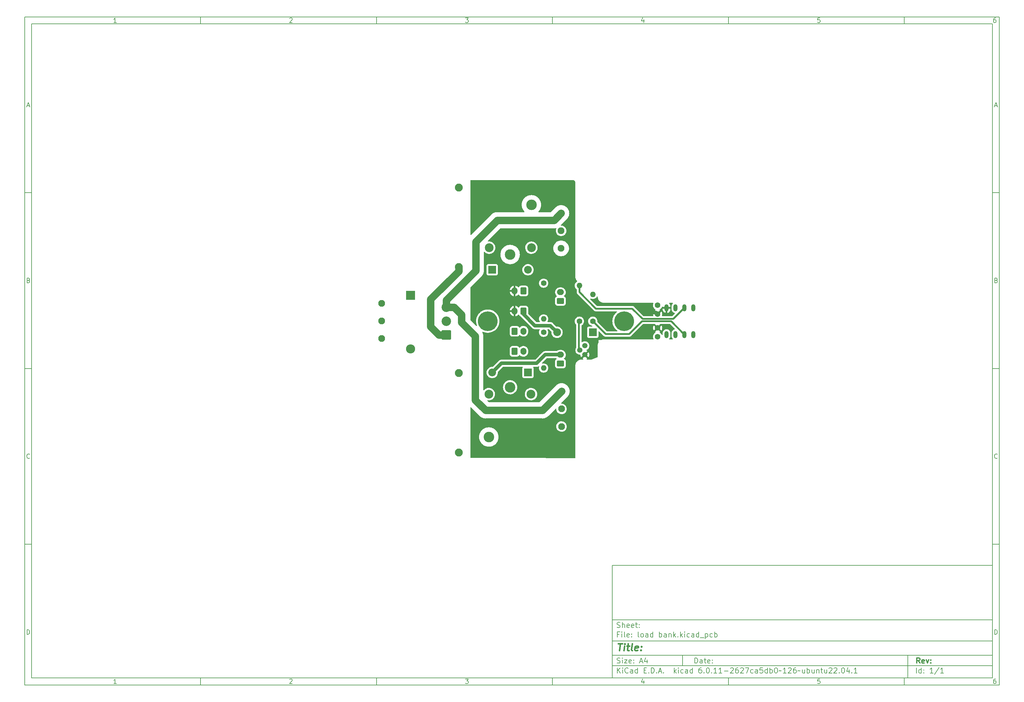
<source format=gbr>
%TF.GenerationSoftware,KiCad,Pcbnew,6.0.11-2627ca5db0~126~ubuntu22.04.1*%
%TF.CreationDate,2023-02-06T20:19:17-05:00*%
%TF.ProjectId,load bank,6c6f6164-2062-4616-9e6b-2e6b69636164,rev?*%
%TF.SameCoordinates,Original*%
%TF.FileFunction,Copper,L2,Bot*%
%TF.FilePolarity,Positive*%
%FSLAX46Y46*%
G04 Gerber Fmt 4.6, Leading zero omitted, Abs format (unit mm)*
G04 Created by KiCad (PCBNEW 6.0.11-2627ca5db0~126~ubuntu22.04.1) date 2023-02-06 20:19:17*
%MOMM*%
%LPD*%
G01*
G04 APERTURE LIST*
G04 Aperture macros list*
%AMRoundRect*
0 Rectangle with rounded corners*
0 $1 Rounding radius*
0 $2 $3 $4 $5 $6 $7 $8 $9 X,Y pos of 4 corners*
0 Add a 4 corners polygon primitive as box body*
4,1,4,$2,$3,$4,$5,$6,$7,$8,$9,$2,$3,0*
0 Add four circle primitives for the rounded corners*
1,1,$1+$1,$2,$3*
1,1,$1+$1,$4,$5*
1,1,$1+$1,$6,$7*
1,1,$1+$1,$8,$9*
0 Add four rect primitives between the rounded corners*
20,1,$1+$1,$2,$3,$4,$5,0*
20,1,$1+$1,$4,$5,$6,$7,0*
20,1,$1+$1,$6,$7,$8,$9,0*
20,1,$1+$1,$8,$9,$2,$3,0*%
G04 Aperture macros list end*
%ADD10C,0.100000*%
%ADD11C,0.150000*%
%ADD12C,0.300000*%
%ADD13C,0.400000*%
%TA.AperFunction,ComponentPad*%
%ADD14C,1.600000*%
%TD*%
%TA.AperFunction,ComponentPad*%
%ADD15O,1.600000X1.600000*%
%TD*%
%TA.AperFunction,ComponentPad*%
%ADD16RoundRect,0.250000X0.600000X0.750000X-0.600000X0.750000X-0.600000X-0.750000X0.600000X-0.750000X0*%
%TD*%
%TA.AperFunction,ComponentPad*%
%ADD17O,1.700000X2.000000*%
%TD*%
%TA.AperFunction,ComponentPad*%
%ADD18RoundRect,0.250000X-0.600000X-0.750000X0.600000X-0.750000X0.600000X0.750000X-0.600000X0.750000X0*%
%TD*%
%TA.AperFunction,ComponentPad*%
%ADD19C,3.000000*%
%TD*%
%TA.AperFunction,ComponentPad*%
%ADD20C,2.500000*%
%TD*%
%TA.AperFunction,ComponentPad*%
%ADD21R,2.600000X2.600000*%
%TD*%
%TA.AperFunction,ComponentPad*%
%ADD22O,2.600000X2.600000*%
%TD*%
%TA.AperFunction,ComponentPad*%
%ADD23R,2.200000X2.200000*%
%TD*%
%TA.AperFunction,ComponentPad*%
%ADD24O,2.200000X2.200000*%
%TD*%
%TA.AperFunction,ComponentPad*%
%ADD25RoundRect,0.250000X0.750000X-0.600000X0.750000X0.600000X-0.750000X0.600000X-0.750000X-0.600000X0*%
%TD*%
%TA.AperFunction,ComponentPad*%
%ADD26O,2.000000X1.700000*%
%TD*%
%TA.AperFunction,ComponentPad*%
%ADD27C,1.950000*%
%TD*%
%TA.AperFunction,ComponentPad*%
%ADD28C,2.250000*%
%TD*%
%TA.AperFunction,ComponentPad*%
%ADD29C,1.510000*%
%TD*%
%TA.AperFunction,ComponentPad*%
%ADD30O,1.200000X2.000000*%
%TD*%
%TA.AperFunction,ComponentPad*%
%ADD31C,3.600000*%
%TD*%
%TA.AperFunction,ConnectorPad*%
%ADD32C,5.600000*%
%TD*%
%TA.AperFunction,ComponentPad*%
%ADD33RoundRect,0.250001X1.099999X-1.099999X1.099999X1.099999X-1.099999X1.099999X-1.099999X-1.099999X0*%
%TD*%
%TA.AperFunction,ComponentPad*%
%ADD34C,2.700000*%
%TD*%
%TA.AperFunction,ViaPad*%
%ADD35C,1.000000*%
%TD*%
%TA.AperFunction,Conductor*%
%ADD36C,1.000000*%
%TD*%
%TA.AperFunction,Conductor*%
%ADD37C,0.500000*%
%TD*%
%TA.AperFunction,Conductor*%
%ADD38C,2.090000*%
%TD*%
G04 APERTURE END LIST*
D10*
D11*
X177002200Y-166007200D02*
X177002200Y-198007200D01*
X285002200Y-198007200D01*
X285002200Y-166007200D01*
X177002200Y-166007200D01*
D10*
D11*
X10000000Y-10000000D02*
X10000000Y-200007200D01*
X287002200Y-200007200D01*
X287002200Y-10000000D01*
X10000000Y-10000000D01*
D10*
D11*
X12000000Y-12000000D02*
X12000000Y-198007200D01*
X285002200Y-198007200D01*
X285002200Y-12000000D01*
X12000000Y-12000000D01*
D10*
D11*
X60000000Y-12000000D02*
X60000000Y-10000000D01*
D10*
D11*
X110000000Y-12000000D02*
X110000000Y-10000000D01*
D10*
D11*
X160000000Y-12000000D02*
X160000000Y-10000000D01*
D10*
D11*
X210000000Y-12000000D02*
X210000000Y-10000000D01*
D10*
D11*
X260000000Y-12000000D02*
X260000000Y-10000000D01*
D10*
D11*
X36065476Y-11588095D02*
X35322619Y-11588095D01*
X35694047Y-11588095D02*
X35694047Y-10288095D01*
X35570238Y-10473809D01*
X35446428Y-10597619D01*
X35322619Y-10659523D01*
D10*
D11*
X85322619Y-10411904D02*
X85384523Y-10350000D01*
X85508333Y-10288095D01*
X85817857Y-10288095D01*
X85941666Y-10350000D01*
X86003571Y-10411904D01*
X86065476Y-10535714D01*
X86065476Y-10659523D01*
X86003571Y-10845238D01*
X85260714Y-11588095D01*
X86065476Y-11588095D01*
D10*
D11*
X135260714Y-10288095D02*
X136065476Y-10288095D01*
X135632142Y-10783333D01*
X135817857Y-10783333D01*
X135941666Y-10845238D01*
X136003571Y-10907142D01*
X136065476Y-11030952D01*
X136065476Y-11340476D01*
X136003571Y-11464285D01*
X135941666Y-11526190D01*
X135817857Y-11588095D01*
X135446428Y-11588095D01*
X135322619Y-11526190D01*
X135260714Y-11464285D01*
D10*
D11*
X185941666Y-10721428D02*
X185941666Y-11588095D01*
X185632142Y-10226190D02*
X185322619Y-11154761D01*
X186127380Y-11154761D01*
D10*
D11*
X236003571Y-10288095D02*
X235384523Y-10288095D01*
X235322619Y-10907142D01*
X235384523Y-10845238D01*
X235508333Y-10783333D01*
X235817857Y-10783333D01*
X235941666Y-10845238D01*
X236003571Y-10907142D01*
X236065476Y-11030952D01*
X236065476Y-11340476D01*
X236003571Y-11464285D01*
X235941666Y-11526190D01*
X235817857Y-11588095D01*
X235508333Y-11588095D01*
X235384523Y-11526190D01*
X235322619Y-11464285D01*
D10*
D11*
X285941666Y-10288095D02*
X285694047Y-10288095D01*
X285570238Y-10350000D01*
X285508333Y-10411904D01*
X285384523Y-10597619D01*
X285322619Y-10845238D01*
X285322619Y-11340476D01*
X285384523Y-11464285D01*
X285446428Y-11526190D01*
X285570238Y-11588095D01*
X285817857Y-11588095D01*
X285941666Y-11526190D01*
X286003571Y-11464285D01*
X286065476Y-11340476D01*
X286065476Y-11030952D01*
X286003571Y-10907142D01*
X285941666Y-10845238D01*
X285817857Y-10783333D01*
X285570238Y-10783333D01*
X285446428Y-10845238D01*
X285384523Y-10907142D01*
X285322619Y-11030952D01*
D10*
D11*
X60000000Y-198007200D02*
X60000000Y-200007200D01*
D10*
D11*
X110000000Y-198007200D02*
X110000000Y-200007200D01*
D10*
D11*
X160000000Y-198007200D02*
X160000000Y-200007200D01*
D10*
D11*
X210000000Y-198007200D02*
X210000000Y-200007200D01*
D10*
D11*
X260000000Y-198007200D02*
X260000000Y-200007200D01*
D10*
D11*
X36065476Y-199595295D02*
X35322619Y-199595295D01*
X35694047Y-199595295D02*
X35694047Y-198295295D01*
X35570238Y-198481009D01*
X35446428Y-198604819D01*
X35322619Y-198666723D01*
D10*
D11*
X85322619Y-198419104D02*
X85384523Y-198357200D01*
X85508333Y-198295295D01*
X85817857Y-198295295D01*
X85941666Y-198357200D01*
X86003571Y-198419104D01*
X86065476Y-198542914D01*
X86065476Y-198666723D01*
X86003571Y-198852438D01*
X85260714Y-199595295D01*
X86065476Y-199595295D01*
D10*
D11*
X135260714Y-198295295D02*
X136065476Y-198295295D01*
X135632142Y-198790533D01*
X135817857Y-198790533D01*
X135941666Y-198852438D01*
X136003571Y-198914342D01*
X136065476Y-199038152D01*
X136065476Y-199347676D01*
X136003571Y-199471485D01*
X135941666Y-199533390D01*
X135817857Y-199595295D01*
X135446428Y-199595295D01*
X135322619Y-199533390D01*
X135260714Y-199471485D01*
D10*
D11*
X185941666Y-198728628D02*
X185941666Y-199595295D01*
X185632142Y-198233390D02*
X185322619Y-199161961D01*
X186127380Y-199161961D01*
D10*
D11*
X236003571Y-198295295D02*
X235384523Y-198295295D01*
X235322619Y-198914342D01*
X235384523Y-198852438D01*
X235508333Y-198790533D01*
X235817857Y-198790533D01*
X235941666Y-198852438D01*
X236003571Y-198914342D01*
X236065476Y-199038152D01*
X236065476Y-199347676D01*
X236003571Y-199471485D01*
X235941666Y-199533390D01*
X235817857Y-199595295D01*
X235508333Y-199595295D01*
X235384523Y-199533390D01*
X235322619Y-199471485D01*
D10*
D11*
X285941666Y-198295295D02*
X285694047Y-198295295D01*
X285570238Y-198357200D01*
X285508333Y-198419104D01*
X285384523Y-198604819D01*
X285322619Y-198852438D01*
X285322619Y-199347676D01*
X285384523Y-199471485D01*
X285446428Y-199533390D01*
X285570238Y-199595295D01*
X285817857Y-199595295D01*
X285941666Y-199533390D01*
X286003571Y-199471485D01*
X286065476Y-199347676D01*
X286065476Y-199038152D01*
X286003571Y-198914342D01*
X285941666Y-198852438D01*
X285817857Y-198790533D01*
X285570238Y-198790533D01*
X285446428Y-198852438D01*
X285384523Y-198914342D01*
X285322619Y-199038152D01*
D10*
D11*
X10000000Y-60000000D02*
X12000000Y-60000000D01*
D10*
D11*
X10000000Y-110000000D02*
X12000000Y-110000000D01*
D10*
D11*
X10000000Y-160000000D02*
X12000000Y-160000000D01*
D10*
D11*
X10690476Y-35216666D02*
X11309523Y-35216666D01*
X10566666Y-35588095D02*
X11000000Y-34288095D01*
X11433333Y-35588095D01*
D10*
D11*
X11092857Y-84907142D02*
X11278571Y-84969047D01*
X11340476Y-85030952D01*
X11402380Y-85154761D01*
X11402380Y-85340476D01*
X11340476Y-85464285D01*
X11278571Y-85526190D01*
X11154761Y-85588095D01*
X10659523Y-85588095D01*
X10659523Y-84288095D01*
X11092857Y-84288095D01*
X11216666Y-84350000D01*
X11278571Y-84411904D01*
X11340476Y-84535714D01*
X11340476Y-84659523D01*
X11278571Y-84783333D01*
X11216666Y-84845238D01*
X11092857Y-84907142D01*
X10659523Y-84907142D01*
D10*
D11*
X11402380Y-135464285D02*
X11340476Y-135526190D01*
X11154761Y-135588095D01*
X11030952Y-135588095D01*
X10845238Y-135526190D01*
X10721428Y-135402380D01*
X10659523Y-135278571D01*
X10597619Y-135030952D01*
X10597619Y-134845238D01*
X10659523Y-134597619D01*
X10721428Y-134473809D01*
X10845238Y-134350000D01*
X11030952Y-134288095D01*
X11154761Y-134288095D01*
X11340476Y-134350000D01*
X11402380Y-134411904D01*
D10*
D11*
X10659523Y-185588095D02*
X10659523Y-184288095D01*
X10969047Y-184288095D01*
X11154761Y-184350000D01*
X11278571Y-184473809D01*
X11340476Y-184597619D01*
X11402380Y-184845238D01*
X11402380Y-185030952D01*
X11340476Y-185278571D01*
X11278571Y-185402380D01*
X11154761Y-185526190D01*
X10969047Y-185588095D01*
X10659523Y-185588095D01*
D10*
D11*
X287002200Y-60000000D02*
X285002200Y-60000000D01*
D10*
D11*
X287002200Y-110000000D02*
X285002200Y-110000000D01*
D10*
D11*
X287002200Y-160000000D02*
X285002200Y-160000000D01*
D10*
D11*
X285692676Y-35216666D02*
X286311723Y-35216666D01*
X285568866Y-35588095D02*
X286002200Y-34288095D01*
X286435533Y-35588095D01*
D10*
D11*
X286095057Y-84907142D02*
X286280771Y-84969047D01*
X286342676Y-85030952D01*
X286404580Y-85154761D01*
X286404580Y-85340476D01*
X286342676Y-85464285D01*
X286280771Y-85526190D01*
X286156961Y-85588095D01*
X285661723Y-85588095D01*
X285661723Y-84288095D01*
X286095057Y-84288095D01*
X286218866Y-84350000D01*
X286280771Y-84411904D01*
X286342676Y-84535714D01*
X286342676Y-84659523D01*
X286280771Y-84783333D01*
X286218866Y-84845238D01*
X286095057Y-84907142D01*
X285661723Y-84907142D01*
D10*
D11*
X286404580Y-135464285D02*
X286342676Y-135526190D01*
X286156961Y-135588095D01*
X286033152Y-135588095D01*
X285847438Y-135526190D01*
X285723628Y-135402380D01*
X285661723Y-135278571D01*
X285599819Y-135030952D01*
X285599819Y-134845238D01*
X285661723Y-134597619D01*
X285723628Y-134473809D01*
X285847438Y-134350000D01*
X286033152Y-134288095D01*
X286156961Y-134288095D01*
X286342676Y-134350000D01*
X286404580Y-134411904D01*
D10*
D11*
X285661723Y-185588095D02*
X285661723Y-184288095D01*
X285971247Y-184288095D01*
X286156961Y-184350000D01*
X286280771Y-184473809D01*
X286342676Y-184597619D01*
X286404580Y-184845238D01*
X286404580Y-185030952D01*
X286342676Y-185278571D01*
X286280771Y-185402380D01*
X286156961Y-185526190D01*
X285971247Y-185588095D01*
X285661723Y-185588095D01*
D10*
D11*
X200434342Y-193785771D02*
X200434342Y-192285771D01*
X200791485Y-192285771D01*
X201005771Y-192357200D01*
X201148628Y-192500057D01*
X201220057Y-192642914D01*
X201291485Y-192928628D01*
X201291485Y-193142914D01*
X201220057Y-193428628D01*
X201148628Y-193571485D01*
X201005771Y-193714342D01*
X200791485Y-193785771D01*
X200434342Y-193785771D01*
X202577200Y-193785771D02*
X202577200Y-193000057D01*
X202505771Y-192857200D01*
X202362914Y-192785771D01*
X202077200Y-192785771D01*
X201934342Y-192857200D01*
X202577200Y-193714342D02*
X202434342Y-193785771D01*
X202077200Y-193785771D01*
X201934342Y-193714342D01*
X201862914Y-193571485D01*
X201862914Y-193428628D01*
X201934342Y-193285771D01*
X202077200Y-193214342D01*
X202434342Y-193214342D01*
X202577200Y-193142914D01*
X203077200Y-192785771D02*
X203648628Y-192785771D01*
X203291485Y-192285771D02*
X203291485Y-193571485D01*
X203362914Y-193714342D01*
X203505771Y-193785771D01*
X203648628Y-193785771D01*
X204720057Y-193714342D02*
X204577200Y-193785771D01*
X204291485Y-193785771D01*
X204148628Y-193714342D01*
X204077200Y-193571485D01*
X204077200Y-193000057D01*
X204148628Y-192857200D01*
X204291485Y-192785771D01*
X204577200Y-192785771D01*
X204720057Y-192857200D01*
X204791485Y-193000057D01*
X204791485Y-193142914D01*
X204077200Y-193285771D01*
X205434342Y-193642914D02*
X205505771Y-193714342D01*
X205434342Y-193785771D01*
X205362914Y-193714342D01*
X205434342Y-193642914D01*
X205434342Y-193785771D01*
X205434342Y-192857200D02*
X205505771Y-192928628D01*
X205434342Y-193000057D01*
X205362914Y-192928628D01*
X205434342Y-192857200D01*
X205434342Y-193000057D01*
D10*
D11*
X177002200Y-194507200D02*
X285002200Y-194507200D01*
D10*
D11*
X178434342Y-196585771D02*
X178434342Y-195085771D01*
X179291485Y-196585771D02*
X178648628Y-195728628D01*
X179291485Y-195085771D02*
X178434342Y-195942914D01*
X179934342Y-196585771D02*
X179934342Y-195585771D01*
X179934342Y-195085771D02*
X179862914Y-195157200D01*
X179934342Y-195228628D01*
X180005771Y-195157200D01*
X179934342Y-195085771D01*
X179934342Y-195228628D01*
X181505771Y-196442914D02*
X181434342Y-196514342D01*
X181220057Y-196585771D01*
X181077200Y-196585771D01*
X180862914Y-196514342D01*
X180720057Y-196371485D01*
X180648628Y-196228628D01*
X180577200Y-195942914D01*
X180577200Y-195728628D01*
X180648628Y-195442914D01*
X180720057Y-195300057D01*
X180862914Y-195157200D01*
X181077200Y-195085771D01*
X181220057Y-195085771D01*
X181434342Y-195157200D01*
X181505771Y-195228628D01*
X182791485Y-196585771D02*
X182791485Y-195800057D01*
X182720057Y-195657200D01*
X182577200Y-195585771D01*
X182291485Y-195585771D01*
X182148628Y-195657200D01*
X182791485Y-196514342D02*
X182648628Y-196585771D01*
X182291485Y-196585771D01*
X182148628Y-196514342D01*
X182077200Y-196371485D01*
X182077200Y-196228628D01*
X182148628Y-196085771D01*
X182291485Y-196014342D01*
X182648628Y-196014342D01*
X182791485Y-195942914D01*
X184148628Y-196585771D02*
X184148628Y-195085771D01*
X184148628Y-196514342D02*
X184005771Y-196585771D01*
X183720057Y-196585771D01*
X183577200Y-196514342D01*
X183505771Y-196442914D01*
X183434342Y-196300057D01*
X183434342Y-195871485D01*
X183505771Y-195728628D01*
X183577200Y-195657200D01*
X183720057Y-195585771D01*
X184005771Y-195585771D01*
X184148628Y-195657200D01*
X186005771Y-195800057D02*
X186505771Y-195800057D01*
X186720057Y-196585771D02*
X186005771Y-196585771D01*
X186005771Y-195085771D01*
X186720057Y-195085771D01*
X187362914Y-196442914D02*
X187434342Y-196514342D01*
X187362914Y-196585771D01*
X187291485Y-196514342D01*
X187362914Y-196442914D01*
X187362914Y-196585771D01*
X188077200Y-196585771D02*
X188077200Y-195085771D01*
X188434342Y-195085771D01*
X188648628Y-195157200D01*
X188791485Y-195300057D01*
X188862914Y-195442914D01*
X188934342Y-195728628D01*
X188934342Y-195942914D01*
X188862914Y-196228628D01*
X188791485Y-196371485D01*
X188648628Y-196514342D01*
X188434342Y-196585771D01*
X188077200Y-196585771D01*
X189577200Y-196442914D02*
X189648628Y-196514342D01*
X189577200Y-196585771D01*
X189505771Y-196514342D01*
X189577200Y-196442914D01*
X189577200Y-196585771D01*
X190220057Y-196157200D02*
X190934342Y-196157200D01*
X190077200Y-196585771D02*
X190577200Y-195085771D01*
X191077200Y-196585771D01*
X191577200Y-196442914D02*
X191648628Y-196514342D01*
X191577200Y-196585771D01*
X191505771Y-196514342D01*
X191577200Y-196442914D01*
X191577200Y-196585771D01*
X194577200Y-196585771D02*
X194577200Y-195085771D01*
X194720057Y-196014342D02*
X195148628Y-196585771D01*
X195148628Y-195585771D02*
X194577200Y-196157200D01*
X195791485Y-196585771D02*
X195791485Y-195585771D01*
X195791485Y-195085771D02*
X195720057Y-195157200D01*
X195791485Y-195228628D01*
X195862914Y-195157200D01*
X195791485Y-195085771D01*
X195791485Y-195228628D01*
X197148628Y-196514342D02*
X197005771Y-196585771D01*
X196720057Y-196585771D01*
X196577200Y-196514342D01*
X196505771Y-196442914D01*
X196434342Y-196300057D01*
X196434342Y-195871485D01*
X196505771Y-195728628D01*
X196577200Y-195657200D01*
X196720057Y-195585771D01*
X197005771Y-195585771D01*
X197148628Y-195657200D01*
X198434342Y-196585771D02*
X198434342Y-195800057D01*
X198362914Y-195657200D01*
X198220057Y-195585771D01*
X197934342Y-195585771D01*
X197791485Y-195657200D01*
X198434342Y-196514342D02*
X198291485Y-196585771D01*
X197934342Y-196585771D01*
X197791485Y-196514342D01*
X197720057Y-196371485D01*
X197720057Y-196228628D01*
X197791485Y-196085771D01*
X197934342Y-196014342D01*
X198291485Y-196014342D01*
X198434342Y-195942914D01*
X199791485Y-196585771D02*
X199791485Y-195085771D01*
X199791485Y-196514342D02*
X199648628Y-196585771D01*
X199362914Y-196585771D01*
X199220057Y-196514342D01*
X199148628Y-196442914D01*
X199077200Y-196300057D01*
X199077200Y-195871485D01*
X199148628Y-195728628D01*
X199220057Y-195657200D01*
X199362914Y-195585771D01*
X199648628Y-195585771D01*
X199791485Y-195657200D01*
X202291485Y-195085771D02*
X202005771Y-195085771D01*
X201862914Y-195157200D01*
X201791485Y-195228628D01*
X201648628Y-195442914D01*
X201577200Y-195728628D01*
X201577200Y-196300057D01*
X201648628Y-196442914D01*
X201720057Y-196514342D01*
X201862914Y-196585771D01*
X202148628Y-196585771D01*
X202291485Y-196514342D01*
X202362914Y-196442914D01*
X202434342Y-196300057D01*
X202434342Y-195942914D01*
X202362914Y-195800057D01*
X202291485Y-195728628D01*
X202148628Y-195657200D01*
X201862914Y-195657200D01*
X201720057Y-195728628D01*
X201648628Y-195800057D01*
X201577200Y-195942914D01*
X203077200Y-196442914D02*
X203148628Y-196514342D01*
X203077200Y-196585771D01*
X203005771Y-196514342D01*
X203077200Y-196442914D01*
X203077200Y-196585771D01*
X204077200Y-195085771D02*
X204220057Y-195085771D01*
X204362914Y-195157200D01*
X204434342Y-195228628D01*
X204505771Y-195371485D01*
X204577200Y-195657200D01*
X204577200Y-196014342D01*
X204505771Y-196300057D01*
X204434342Y-196442914D01*
X204362914Y-196514342D01*
X204220057Y-196585771D01*
X204077200Y-196585771D01*
X203934342Y-196514342D01*
X203862914Y-196442914D01*
X203791485Y-196300057D01*
X203720057Y-196014342D01*
X203720057Y-195657200D01*
X203791485Y-195371485D01*
X203862914Y-195228628D01*
X203934342Y-195157200D01*
X204077200Y-195085771D01*
X205220057Y-196442914D02*
X205291485Y-196514342D01*
X205220057Y-196585771D01*
X205148628Y-196514342D01*
X205220057Y-196442914D01*
X205220057Y-196585771D01*
X206720057Y-196585771D02*
X205862914Y-196585771D01*
X206291485Y-196585771D02*
X206291485Y-195085771D01*
X206148628Y-195300057D01*
X206005771Y-195442914D01*
X205862914Y-195514342D01*
X208148628Y-196585771D02*
X207291485Y-196585771D01*
X207720057Y-196585771D02*
X207720057Y-195085771D01*
X207577200Y-195300057D01*
X207434342Y-195442914D01*
X207291485Y-195514342D01*
X208791485Y-196014342D02*
X209934342Y-196014342D01*
X210577200Y-195228628D02*
X210648628Y-195157200D01*
X210791485Y-195085771D01*
X211148628Y-195085771D01*
X211291485Y-195157200D01*
X211362914Y-195228628D01*
X211434342Y-195371485D01*
X211434342Y-195514342D01*
X211362914Y-195728628D01*
X210505771Y-196585771D01*
X211434342Y-196585771D01*
X212720057Y-195085771D02*
X212434342Y-195085771D01*
X212291485Y-195157200D01*
X212220057Y-195228628D01*
X212077200Y-195442914D01*
X212005771Y-195728628D01*
X212005771Y-196300057D01*
X212077200Y-196442914D01*
X212148628Y-196514342D01*
X212291485Y-196585771D01*
X212577200Y-196585771D01*
X212720057Y-196514342D01*
X212791485Y-196442914D01*
X212862914Y-196300057D01*
X212862914Y-195942914D01*
X212791485Y-195800057D01*
X212720057Y-195728628D01*
X212577200Y-195657200D01*
X212291485Y-195657200D01*
X212148628Y-195728628D01*
X212077200Y-195800057D01*
X212005771Y-195942914D01*
X213434342Y-195228628D02*
X213505771Y-195157200D01*
X213648628Y-195085771D01*
X214005771Y-195085771D01*
X214148628Y-195157200D01*
X214220057Y-195228628D01*
X214291485Y-195371485D01*
X214291485Y-195514342D01*
X214220057Y-195728628D01*
X213362914Y-196585771D01*
X214291485Y-196585771D01*
X214791485Y-195085771D02*
X215791485Y-195085771D01*
X215148628Y-196585771D01*
X217005771Y-196514342D02*
X216862914Y-196585771D01*
X216577200Y-196585771D01*
X216434342Y-196514342D01*
X216362914Y-196442914D01*
X216291485Y-196300057D01*
X216291485Y-195871485D01*
X216362914Y-195728628D01*
X216434342Y-195657200D01*
X216577200Y-195585771D01*
X216862914Y-195585771D01*
X217005771Y-195657200D01*
X218291485Y-196585771D02*
X218291485Y-195800057D01*
X218220057Y-195657200D01*
X218077200Y-195585771D01*
X217791485Y-195585771D01*
X217648628Y-195657200D01*
X218291485Y-196514342D02*
X218148628Y-196585771D01*
X217791485Y-196585771D01*
X217648628Y-196514342D01*
X217577200Y-196371485D01*
X217577200Y-196228628D01*
X217648628Y-196085771D01*
X217791485Y-196014342D01*
X218148628Y-196014342D01*
X218291485Y-195942914D01*
X219720057Y-195085771D02*
X219005771Y-195085771D01*
X218934342Y-195800057D01*
X219005771Y-195728628D01*
X219148628Y-195657200D01*
X219505771Y-195657200D01*
X219648628Y-195728628D01*
X219720057Y-195800057D01*
X219791485Y-195942914D01*
X219791485Y-196300057D01*
X219720057Y-196442914D01*
X219648628Y-196514342D01*
X219505771Y-196585771D01*
X219148628Y-196585771D01*
X219005771Y-196514342D01*
X218934342Y-196442914D01*
X221077200Y-196585771D02*
X221077200Y-195085771D01*
X221077200Y-196514342D02*
X220934342Y-196585771D01*
X220648628Y-196585771D01*
X220505771Y-196514342D01*
X220434342Y-196442914D01*
X220362914Y-196300057D01*
X220362914Y-195871485D01*
X220434342Y-195728628D01*
X220505771Y-195657200D01*
X220648628Y-195585771D01*
X220934342Y-195585771D01*
X221077200Y-195657200D01*
X221791485Y-196585771D02*
X221791485Y-195085771D01*
X221791485Y-195657200D02*
X221934342Y-195585771D01*
X222220057Y-195585771D01*
X222362914Y-195657200D01*
X222434342Y-195728628D01*
X222505771Y-195871485D01*
X222505771Y-196300057D01*
X222434342Y-196442914D01*
X222362914Y-196514342D01*
X222220057Y-196585771D01*
X221934342Y-196585771D01*
X221791485Y-196514342D01*
X223434342Y-195085771D02*
X223577200Y-195085771D01*
X223720057Y-195157200D01*
X223791485Y-195228628D01*
X223862914Y-195371485D01*
X223934342Y-195657200D01*
X223934342Y-196014342D01*
X223862914Y-196300057D01*
X223791485Y-196442914D01*
X223720057Y-196514342D01*
X223577200Y-196585771D01*
X223434342Y-196585771D01*
X223291485Y-196514342D01*
X223220057Y-196442914D01*
X223148628Y-196300057D01*
X223077200Y-196014342D01*
X223077200Y-195657200D01*
X223148628Y-195371485D01*
X223220057Y-195228628D01*
X223291485Y-195157200D01*
X223434342Y-195085771D01*
X224362914Y-196014342D02*
X224434342Y-195942914D01*
X224577200Y-195871485D01*
X224862914Y-196014342D01*
X225005771Y-195942914D01*
X225077200Y-195871485D01*
X226434342Y-196585771D02*
X225577200Y-196585771D01*
X226005771Y-196585771D02*
X226005771Y-195085771D01*
X225862914Y-195300057D01*
X225720057Y-195442914D01*
X225577200Y-195514342D01*
X227005771Y-195228628D02*
X227077200Y-195157200D01*
X227220057Y-195085771D01*
X227577200Y-195085771D01*
X227720057Y-195157200D01*
X227791485Y-195228628D01*
X227862914Y-195371485D01*
X227862914Y-195514342D01*
X227791485Y-195728628D01*
X226934342Y-196585771D01*
X227862914Y-196585771D01*
X229148628Y-195085771D02*
X228862914Y-195085771D01*
X228720057Y-195157200D01*
X228648628Y-195228628D01*
X228505771Y-195442914D01*
X228434342Y-195728628D01*
X228434342Y-196300057D01*
X228505771Y-196442914D01*
X228577199Y-196514342D01*
X228720057Y-196585771D01*
X229005771Y-196585771D01*
X229148628Y-196514342D01*
X229220057Y-196442914D01*
X229291485Y-196300057D01*
X229291485Y-195942914D01*
X229220057Y-195800057D01*
X229148628Y-195728628D01*
X229005771Y-195657200D01*
X228720057Y-195657200D01*
X228577199Y-195728628D01*
X228505771Y-195800057D01*
X228434342Y-195942914D01*
X229720057Y-196014342D02*
X229791485Y-195942914D01*
X229934342Y-195871485D01*
X230220057Y-196014342D01*
X230362914Y-195942914D01*
X230434342Y-195871485D01*
X231648628Y-195585771D02*
X231648628Y-196585771D01*
X231005771Y-195585771D02*
X231005771Y-196371485D01*
X231077199Y-196514342D01*
X231220057Y-196585771D01*
X231434342Y-196585771D01*
X231577199Y-196514342D01*
X231648628Y-196442914D01*
X232362914Y-196585771D02*
X232362914Y-195085771D01*
X232362914Y-195657200D02*
X232505771Y-195585771D01*
X232791485Y-195585771D01*
X232934342Y-195657200D01*
X233005771Y-195728628D01*
X233077200Y-195871485D01*
X233077200Y-196300057D01*
X233005771Y-196442914D01*
X232934342Y-196514342D01*
X232791485Y-196585771D01*
X232505771Y-196585771D01*
X232362914Y-196514342D01*
X234362914Y-195585771D02*
X234362914Y-196585771D01*
X233720057Y-195585771D02*
X233720057Y-196371485D01*
X233791485Y-196514342D01*
X233934342Y-196585771D01*
X234148628Y-196585771D01*
X234291485Y-196514342D01*
X234362914Y-196442914D01*
X235077200Y-195585771D02*
X235077200Y-196585771D01*
X235077200Y-195728628D02*
X235148628Y-195657200D01*
X235291485Y-195585771D01*
X235505771Y-195585771D01*
X235648628Y-195657200D01*
X235720057Y-195800057D01*
X235720057Y-196585771D01*
X236220057Y-195585771D02*
X236791485Y-195585771D01*
X236434342Y-195085771D02*
X236434342Y-196371485D01*
X236505771Y-196514342D01*
X236648628Y-196585771D01*
X236791485Y-196585771D01*
X237934342Y-195585771D02*
X237934342Y-196585771D01*
X237291485Y-195585771D02*
X237291485Y-196371485D01*
X237362914Y-196514342D01*
X237505771Y-196585771D01*
X237720057Y-196585771D01*
X237862914Y-196514342D01*
X237934342Y-196442914D01*
X238577200Y-195228628D02*
X238648628Y-195157200D01*
X238791485Y-195085771D01*
X239148628Y-195085771D01*
X239291485Y-195157200D01*
X239362914Y-195228628D01*
X239434342Y-195371485D01*
X239434342Y-195514342D01*
X239362914Y-195728628D01*
X238505771Y-196585771D01*
X239434342Y-196585771D01*
X240005771Y-195228628D02*
X240077200Y-195157200D01*
X240220057Y-195085771D01*
X240577200Y-195085771D01*
X240720057Y-195157200D01*
X240791485Y-195228628D01*
X240862914Y-195371485D01*
X240862914Y-195514342D01*
X240791485Y-195728628D01*
X239934342Y-196585771D01*
X240862914Y-196585771D01*
X241505771Y-196442914D02*
X241577199Y-196514342D01*
X241505771Y-196585771D01*
X241434342Y-196514342D01*
X241505771Y-196442914D01*
X241505771Y-196585771D01*
X242505771Y-195085771D02*
X242648628Y-195085771D01*
X242791485Y-195157200D01*
X242862914Y-195228628D01*
X242934342Y-195371485D01*
X243005771Y-195657200D01*
X243005771Y-196014342D01*
X242934342Y-196300057D01*
X242862914Y-196442914D01*
X242791485Y-196514342D01*
X242648628Y-196585771D01*
X242505771Y-196585771D01*
X242362914Y-196514342D01*
X242291485Y-196442914D01*
X242220057Y-196300057D01*
X242148628Y-196014342D01*
X242148628Y-195657200D01*
X242220057Y-195371485D01*
X242291485Y-195228628D01*
X242362914Y-195157200D01*
X242505771Y-195085771D01*
X244291485Y-195585771D02*
X244291485Y-196585771D01*
X243934342Y-195014342D02*
X243577199Y-196085771D01*
X244505771Y-196085771D01*
X245077199Y-196442914D02*
X245148628Y-196514342D01*
X245077199Y-196585771D01*
X245005771Y-196514342D01*
X245077199Y-196442914D01*
X245077199Y-196585771D01*
X246577200Y-196585771D02*
X245720057Y-196585771D01*
X246148628Y-196585771D02*
X246148628Y-195085771D01*
X246005771Y-195300057D01*
X245862914Y-195442914D01*
X245720057Y-195514342D01*
D10*
D11*
X177002200Y-191507200D02*
X285002200Y-191507200D01*
D10*
D12*
X264411485Y-193785771D02*
X263911485Y-193071485D01*
X263554342Y-193785771D02*
X263554342Y-192285771D01*
X264125771Y-192285771D01*
X264268628Y-192357200D01*
X264340057Y-192428628D01*
X264411485Y-192571485D01*
X264411485Y-192785771D01*
X264340057Y-192928628D01*
X264268628Y-193000057D01*
X264125771Y-193071485D01*
X263554342Y-193071485D01*
X265625771Y-193714342D02*
X265482914Y-193785771D01*
X265197200Y-193785771D01*
X265054342Y-193714342D01*
X264982914Y-193571485D01*
X264982914Y-193000057D01*
X265054342Y-192857200D01*
X265197200Y-192785771D01*
X265482914Y-192785771D01*
X265625771Y-192857200D01*
X265697200Y-193000057D01*
X265697200Y-193142914D01*
X264982914Y-193285771D01*
X266197200Y-192785771D02*
X266554342Y-193785771D01*
X266911485Y-192785771D01*
X267482914Y-193642914D02*
X267554342Y-193714342D01*
X267482914Y-193785771D01*
X267411485Y-193714342D01*
X267482914Y-193642914D01*
X267482914Y-193785771D01*
X267482914Y-192857200D02*
X267554342Y-192928628D01*
X267482914Y-193000057D01*
X267411485Y-192928628D01*
X267482914Y-192857200D01*
X267482914Y-193000057D01*
D10*
D11*
X178362914Y-193714342D02*
X178577200Y-193785771D01*
X178934342Y-193785771D01*
X179077200Y-193714342D01*
X179148628Y-193642914D01*
X179220057Y-193500057D01*
X179220057Y-193357200D01*
X179148628Y-193214342D01*
X179077200Y-193142914D01*
X178934342Y-193071485D01*
X178648628Y-193000057D01*
X178505771Y-192928628D01*
X178434342Y-192857200D01*
X178362914Y-192714342D01*
X178362914Y-192571485D01*
X178434342Y-192428628D01*
X178505771Y-192357200D01*
X178648628Y-192285771D01*
X179005771Y-192285771D01*
X179220057Y-192357200D01*
X179862914Y-193785771D02*
X179862914Y-192785771D01*
X179862914Y-192285771D02*
X179791485Y-192357200D01*
X179862914Y-192428628D01*
X179934342Y-192357200D01*
X179862914Y-192285771D01*
X179862914Y-192428628D01*
X180434342Y-192785771D02*
X181220057Y-192785771D01*
X180434342Y-193785771D01*
X181220057Y-193785771D01*
X182362914Y-193714342D02*
X182220057Y-193785771D01*
X181934342Y-193785771D01*
X181791485Y-193714342D01*
X181720057Y-193571485D01*
X181720057Y-193000057D01*
X181791485Y-192857200D01*
X181934342Y-192785771D01*
X182220057Y-192785771D01*
X182362914Y-192857200D01*
X182434342Y-193000057D01*
X182434342Y-193142914D01*
X181720057Y-193285771D01*
X183077200Y-193642914D02*
X183148628Y-193714342D01*
X183077200Y-193785771D01*
X183005771Y-193714342D01*
X183077200Y-193642914D01*
X183077200Y-193785771D01*
X183077200Y-192857200D02*
X183148628Y-192928628D01*
X183077200Y-193000057D01*
X183005771Y-192928628D01*
X183077200Y-192857200D01*
X183077200Y-193000057D01*
X184862914Y-193357200D02*
X185577200Y-193357200D01*
X184720057Y-193785771D02*
X185220057Y-192285771D01*
X185720057Y-193785771D01*
X186862914Y-192785771D02*
X186862914Y-193785771D01*
X186505771Y-192214342D02*
X186148628Y-193285771D01*
X187077200Y-193285771D01*
D10*
D11*
X263434342Y-196585771D02*
X263434342Y-195085771D01*
X264791485Y-196585771D02*
X264791485Y-195085771D01*
X264791485Y-196514342D02*
X264648628Y-196585771D01*
X264362914Y-196585771D01*
X264220057Y-196514342D01*
X264148628Y-196442914D01*
X264077200Y-196300057D01*
X264077200Y-195871485D01*
X264148628Y-195728628D01*
X264220057Y-195657200D01*
X264362914Y-195585771D01*
X264648628Y-195585771D01*
X264791485Y-195657200D01*
X265505771Y-196442914D02*
X265577200Y-196514342D01*
X265505771Y-196585771D01*
X265434342Y-196514342D01*
X265505771Y-196442914D01*
X265505771Y-196585771D01*
X265505771Y-195657200D02*
X265577200Y-195728628D01*
X265505771Y-195800057D01*
X265434342Y-195728628D01*
X265505771Y-195657200D01*
X265505771Y-195800057D01*
X268148628Y-196585771D02*
X267291485Y-196585771D01*
X267720057Y-196585771D02*
X267720057Y-195085771D01*
X267577200Y-195300057D01*
X267434342Y-195442914D01*
X267291485Y-195514342D01*
X269862914Y-195014342D02*
X268577200Y-196942914D01*
X271148628Y-196585771D02*
X270291485Y-196585771D01*
X270720057Y-196585771D02*
X270720057Y-195085771D01*
X270577200Y-195300057D01*
X270434342Y-195442914D01*
X270291485Y-195514342D01*
D10*
D11*
X177002200Y-187507200D02*
X285002200Y-187507200D01*
D10*
D13*
X178714580Y-188211961D02*
X179857438Y-188211961D01*
X179036009Y-190211961D02*
X179286009Y-188211961D01*
X180274104Y-190211961D02*
X180440771Y-188878628D01*
X180524104Y-188211961D02*
X180416961Y-188307200D01*
X180500295Y-188402438D01*
X180607438Y-188307200D01*
X180524104Y-188211961D01*
X180500295Y-188402438D01*
X181107438Y-188878628D02*
X181869342Y-188878628D01*
X181476485Y-188211961D02*
X181262200Y-189926247D01*
X181333628Y-190116723D01*
X181512200Y-190211961D01*
X181702676Y-190211961D01*
X182655057Y-190211961D02*
X182476485Y-190116723D01*
X182405057Y-189926247D01*
X182619342Y-188211961D01*
X184190771Y-190116723D02*
X183988390Y-190211961D01*
X183607438Y-190211961D01*
X183428866Y-190116723D01*
X183357438Y-189926247D01*
X183452676Y-189164342D01*
X183571723Y-188973866D01*
X183774104Y-188878628D01*
X184155057Y-188878628D01*
X184333628Y-188973866D01*
X184405057Y-189164342D01*
X184381247Y-189354819D01*
X183405057Y-189545295D01*
X185155057Y-190021485D02*
X185238390Y-190116723D01*
X185131247Y-190211961D01*
X185047914Y-190116723D01*
X185155057Y-190021485D01*
X185131247Y-190211961D01*
X185286009Y-188973866D02*
X185369342Y-189069104D01*
X185262200Y-189164342D01*
X185178866Y-189069104D01*
X185286009Y-188973866D01*
X185262200Y-189164342D01*
D10*
D11*
X178934342Y-185600057D02*
X178434342Y-185600057D01*
X178434342Y-186385771D02*
X178434342Y-184885771D01*
X179148628Y-184885771D01*
X179720057Y-186385771D02*
X179720057Y-185385771D01*
X179720057Y-184885771D02*
X179648628Y-184957200D01*
X179720057Y-185028628D01*
X179791485Y-184957200D01*
X179720057Y-184885771D01*
X179720057Y-185028628D01*
X180648628Y-186385771D02*
X180505771Y-186314342D01*
X180434342Y-186171485D01*
X180434342Y-184885771D01*
X181791485Y-186314342D02*
X181648628Y-186385771D01*
X181362914Y-186385771D01*
X181220057Y-186314342D01*
X181148628Y-186171485D01*
X181148628Y-185600057D01*
X181220057Y-185457200D01*
X181362914Y-185385771D01*
X181648628Y-185385771D01*
X181791485Y-185457200D01*
X181862914Y-185600057D01*
X181862914Y-185742914D01*
X181148628Y-185885771D01*
X182505771Y-186242914D02*
X182577200Y-186314342D01*
X182505771Y-186385771D01*
X182434342Y-186314342D01*
X182505771Y-186242914D01*
X182505771Y-186385771D01*
X182505771Y-185457200D02*
X182577200Y-185528628D01*
X182505771Y-185600057D01*
X182434342Y-185528628D01*
X182505771Y-185457200D01*
X182505771Y-185600057D01*
X184577200Y-186385771D02*
X184434342Y-186314342D01*
X184362914Y-186171485D01*
X184362914Y-184885771D01*
X185362914Y-186385771D02*
X185220057Y-186314342D01*
X185148628Y-186242914D01*
X185077200Y-186100057D01*
X185077200Y-185671485D01*
X185148628Y-185528628D01*
X185220057Y-185457200D01*
X185362914Y-185385771D01*
X185577200Y-185385771D01*
X185720057Y-185457200D01*
X185791485Y-185528628D01*
X185862914Y-185671485D01*
X185862914Y-186100057D01*
X185791485Y-186242914D01*
X185720057Y-186314342D01*
X185577200Y-186385771D01*
X185362914Y-186385771D01*
X187148628Y-186385771D02*
X187148628Y-185600057D01*
X187077200Y-185457200D01*
X186934342Y-185385771D01*
X186648628Y-185385771D01*
X186505771Y-185457200D01*
X187148628Y-186314342D02*
X187005771Y-186385771D01*
X186648628Y-186385771D01*
X186505771Y-186314342D01*
X186434342Y-186171485D01*
X186434342Y-186028628D01*
X186505771Y-185885771D01*
X186648628Y-185814342D01*
X187005771Y-185814342D01*
X187148628Y-185742914D01*
X188505771Y-186385771D02*
X188505771Y-184885771D01*
X188505771Y-186314342D02*
X188362914Y-186385771D01*
X188077200Y-186385771D01*
X187934342Y-186314342D01*
X187862914Y-186242914D01*
X187791485Y-186100057D01*
X187791485Y-185671485D01*
X187862914Y-185528628D01*
X187934342Y-185457200D01*
X188077200Y-185385771D01*
X188362914Y-185385771D01*
X188505771Y-185457200D01*
X190362914Y-186385771D02*
X190362914Y-184885771D01*
X190362914Y-185457200D02*
X190505771Y-185385771D01*
X190791485Y-185385771D01*
X190934342Y-185457200D01*
X191005771Y-185528628D01*
X191077200Y-185671485D01*
X191077200Y-186100057D01*
X191005771Y-186242914D01*
X190934342Y-186314342D01*
X190791485Y-186385771D01*
X190505771Y-186385771D01*
X190362914Y-186314342D01*
X192362914Y-186385771D02*
X192362914Y-185600057D01*
X192291485Y-185457200D01*
X192148628Y-185385771D01*
X191862914Y-185385771D01*
X191720057Y-185457200D01*
X192362914Y-186314342D02*
X192220057Y-186385771D01*
X191862914Y-186385771D01*
X191720057Y-186314342D01*
X191648628Y-186171485D01*
X191648628Y-186028628D01*
X191720057Y-185885771D01*
X191862914Y-185814342D01*
X192220057Y-185814342D01*
X192362914Y-185742914D01*
X193077200Y-185385771D02*
X193077200Y-186385771D01*
X193077200Y-185528628D02*
X193148628Y-185457200D01*
X193291485Y-185385771D01*
X193505771Y-185385771D01*
X193648628Y-185457200D01*
X193720057Y-185600057D01*
X193720057Y-186385771D01*
X194434342Y-186385771D02*
X194434342Y-184885771D01*
X194577200Y-185814342D02*
X195005771Y-186385771D01*
X195005771Y-185385771D02*
X194434342Y-185957200D01*
X195648628Y-186242914D02*
X195720057Y-186314342D01*
X195648628Y-186385771D01*
X195577200Y-186314342D01*
X195648628Y-186242914D01*
X195648628Y-186385771D01*
X196362914Y-186385771D02*
X196362914Y-184885771D01*
X196505771Y-185814342D02*
X196934342Y-186385771D01*
X196934342Y-185385771D02*
X196362914Y-185957200D01*
X197577200Y-186385771D02*
X197577200Y-185385771D01*
X197577200Y-184885771D02*
X197505771Y-184957200D01*
X197577200Y-185028628D01*
X197648628Y-184957200D01*
X197577200Y-184885771D01*
X197577200Y-185028628D01*
X198934342Y-186314342D02*
X198791485Y-186385771D01*
X198505771Y-186385771D01*
X198362914Y-186314342D01*
X198291485Y-186242914D01*
X198220057Y-186100057D01*
X198220057Y-185671485D01*
X198291485Y-185528628D01*
X198362914Y-185457200D01*
X198505771Y-185385771D01*
X198791485Y-185385771D01*
X198934342Y-185457200D01*
X200220057Y-186385771D02*
X200220057Y-185600057D01*
X200148628Y-185457200D01*
X200005771Y-185385771D01*
X199720057Y-185385771D01*
X199577200Y-185457200D01*
X200220057Y-186314342D02*
X200077200Y-186385771D01*
X199720057Y-186385771D01*
X199577200Y-186314342D01*
X199505771Y-186171485D01*
X199505771Y-186028628D01*
X199577200Y-185885771D01*
X199720057Y-185814342D01*
X200077200Y-185814342D01*
X200220057Y-185742914D01*
X201577200Y-186385771D02*
X201577200Y-184885771D01*
X201577200Y-186314342D02*
X201434342Y-186385771D01*
X201148628Y-186385771D01*
X201005771Y-186314342D01*
X200934342Y-186242914D01*
X200862914Y-186100057D01*
X200862914Y-185671485D01*
X200934342Y-185528628D01*
X201005771Y-185457200D01*
X201148628Y-185385771D01*
X201434342Y-185385771D01*
X201577200Y-185457200D01*
X201934342Y-186528628D02*
X203077200Y-186528628D01*
X203434342Y-185385771D02*
X203434342Y-186885771D01*
X203434342Y-185457200D02*
X203577200Y-185385771D01*
X203862914Y-185385771D01*
X204005771Y-185457200D01*
X204077200Y-185528628D01*
X204148628Y-185671485D01*
X204148628Y-186100057D01*
X204077200Y-186242914D01*
X204005771Y-186314342D01*
X203862914Y-186385771D01*
X203577200Y-186385771D01*
X203434342Y-186314342D01*
X205434342Y-186314342D02*
X205291485Y-186385771D01*
X205005771Y-186385771D01*
X204862914Y-186314342D01*
X204791485Y-186242914D01*
X204720057Y-186100057D01*
X204720057Y-185671485D01*
X204791485Y-185528628D01*
X204862914Y-185457200D01*
X205005771Y-185385771D01*
X205291485Y-185385771D01*
X205434342Y-185457200D01*
X206077200Y-186385771D02*
X206077200Y-184885771D01*
X206077200Y-185457200D02*
X206220057Y-185385771D01*
X206505771Y-185385771D01*
X206648628Y-185457200D01*
X206720057Y-185528628D01*
X206791485Y-185671485D01*
X206791485Y-186100057D01*
X206720057Y-186242914D01*
X206648628Y-186314342D01*
X206505771Y-186385771D01*
X206220057Y-186385771D01*
X206077200Y-186314342D01*
D10*
D11*
X177002200Y-181507200D02*
X285002200Y-181507200D01*
D10*
D11*
X178362914Y-183614342D02*
X178577200Y-183685771D01*
X178934342Y-183685771D01*
X179077200Y-183614342D01*
X179148628Y-183542914D01*
X179220057Y-183400057D01*
X179220057Y-183257200D01*
X179148628Y-183114342D01*
X179077200Y-183042914D01*
X178934342Y-182971485D01*
X178648628Y-182900057D01*
X178505771Y-182828628D01*
X178434342Y-182757200D01*
X178362914Y-182614342D01*
X178362914Y-182471485D01*
X178434342Y-182328628D01*
X178505771Y-182257200D01*
X178648628Y-182185771D01*
X179005771Y-182185771D01*
X179220057Y-182257200D01*
X179862914Y-183685771D02*
X179862914Y-182185771D01*
X180505771Y-183685771D02*
X180505771Y-182900057D01*
X180434342Y-182757200D01*
X180291485Y-182685771D01*
X180077200Y-182685771D01*
X179934342Y-182757200D01*
X179862914Y-182828628D01*
X181791485Y-183614342D02*
X181648628Y-183685771D01*
X181362914Y-183685771D01*
X181220057Y-183614342D01*
X181148628Y-183471485D01*
X181148628Y-182900057D01*
X181220057Y-182757200D01*
X181362914Y-182685771D01*
X181648628Y-182685771D01*
X181791485Y-182757200D01*
X181862914Y-182900057D01*
X181862914Y-183042914D01*
X181148628Y-183185771D01*
X183077200Y-183614342D02*
X182934342Y-183685771D01*
X182648628Y-183685771D01*
X182505771Y-183614342D01*
X182434342Y-183471485D01*
X182434342Y-182900057D01*
X182505771Y-182757200D01*
X182648628Y-182685771D01*
X182934342Y-182685771D01*
X183077200Y-182757200D01*
X183148628Y-182900057D01*
X183148628Y-183042914D01*
X182434342Y-183185771D01*
X183577200Y-182685771D02*
X184148628Y-182685771D01*
X183791485Y-182185771D02*
X183791485Y-183471485D01*
X183862914Y-183614342D01*
X184005771Y-183685771D01*
X184148628Y-183685771D01*
X184648628Y-183542914D02*
X184720057Y-183614342D01*
X184648628Y-183685771D01*
X184577200Y-183614342D01*
X184648628Y-183542914D01*
X184648628Y-183685771D01*
X184648628Y-182757200D02*
X184720057Y-182828628D01*
X184648628Y-182900057D01*
X184577200Y-182828628D01*
X184648628Y-182757200D01*
X184648628Y-182900057D01*
D10*
D12*
D10*
D11*
D10*
D11*
D10*
D11*
D10*
D11*
D10*
D11*
X197002200Y-191507200D02*
X197002200Y-194507200D01*
D10*
D11*
X261002200Y-191507200D02*
X261002200Y-198007200D01*
D14*
%TO.P,R3,1*%
%TO.N,Net-(D3-Pad1)*%
X157480000Y-85725000D03*
D15*
%TO.P,R3,2*%
%TO.N,Net-(J5-Pad1)*%
X157480000Y-95885000D03*
%TD*%
D14*
%TO.P,C2,1*%
%TO.N,Net-(C2-Pad1)*%
X189865000Y-92000000D03*
%TO.P,C2,2*%
%TO.N,GND*%
X189865000Y-94500000D03*
%TD*%
D16*
%TO.P,J1,1,Pin_1*%
%TO.N,+5V*%
X151745000Y-87930000D03*
D17*
%TO.P,J1,2,Pin_2*%
%TO.N,GND*%
X149245000Y-87930000D03*
%TD*%
D18*
%TO.P,J8,1,Pin_1*%
%TO.N,+5V*%
X149245000Y-99395000D03*
D17*
%TO.P,J8,2,Pin_2*%
%TO.N,Net-(D3-Pad1)*%
X151745000Y-99395000D03*
%TD*%
D19*
%TO.P,K2,1,87*%
%TO.N,Net-(J12-Pad1)*%
X147955000Y-115325000D03*
D20*
%TO.P,K2,2,85*%
%TO.N,Net-(D3-Pad2)*%
X141905000Y-117275000D03*
D19*
%TO.P,K2,3,30*%
%TO.N,Net-(J9-Pad2)*%
X141905000Y-129475000D03*
D20*
%TO.P,K2,5,86*%
%TO.N,Net-(D4-Pad1)*%
X153905000Y-117275000D03*
%TD*%
D21*
%TO.P,D1,1,A1*%
%TO.N,GNDA*%
X119634000Y-89154000D03*
D22*
%TO.P,D1,2,A2*%
%TO.N,VAC*%
X119634000Y-104394000D03*
%TD*%
D18*
%TO.P,J10,1,Pin_1*%
%TO.N,+5V*%
X149245000Y-105110000D03*
D17*
%TO.P,J10,2,Pin_2*%
%TO.N,Net-(D4-Pad1)*%
X151745000Y-105110000D03*
%TD*%
D19*
%TO.P,K1,1,87*%
%TO.N,/res_1*%
X147955000Y-77580000D03*
D20*
%TO.P,K1,2,85*%
%TO.N,Net-(D3-Pad2)*%
X154005000Y-75630000D03*
D19*
%TO.P,K1,3,30*%
%TO.N,Net-(J7-Pad2)*%
X154005000Y-63430000D03*
D20*
%TO.P,K1,5,86*%
%TO.N,Net-(D3-Pad1)*%
X142005000Y-75630000D03*
%TD*%
D23*
%TO.P,D4,1,K*%
%TO.N,Net-(D4-Pad1)*%
X153035000Y-111125000D03*
D24*
%TO.P,D4,2,A*%
%TO.N,Net-(D3-Pad2)*%
X142875000Y-111125000D03*
%TD*%
D14*
%TO.P,R5,1*%
%TO.N,Net-(Q1-Pad2)*%
X167640000Y-96540000D03*
D15*
%TO.P,R5,2*%
%TO.N,T_CONTROL*%
X167640000Y-86380000D03*
%TD*%
D14*
%TO.P,R4,1*%
%TO.N,Net-(D4-Pad1)*%
X157480000Y-99695000D03*
D15*
%TO.P,R4,2*%
%TO.N,Net-(J6-Pad1)*%
X157480000Y-109855000D03*
%TD*%
D25*
%TO.P,J6,1,Pin_1*%
%TO.N,Net-(J6-Pad1)*%
X162260000Y-108565000D03*
D26*
%TO.P,J6,2,Pin_2*%
%TO.N,Net-(D3-Pad2)*%
X162260000Y-106065000D03*
%TD*%
D27*
%TO.P,J11,1,1*%
%TO.N,/res_1*%
X162456800Y-75827900D03*
%TO.P,J11,2,2*%
%TO.N,unconnected-(J11-Pad2)*%
X162456800Y-70827900D03*
%TO.P,J11,3,3*%
%TO.N,GNDA*%
X162456800Y-65827900D03*
%TD*%
D28*
%TO.P,J7,1*%
%TO.N,VAC*%
X133350000Y-81150000D03*
%TO.P,J7,2*%
%TO.N,Net-(J7-Pad2)*%
X133350000Y-58550000D03*
%TD*%
D29*
%TO.P,Q1,1,E*%
%TO.N,GND*%
X169210453Y-106065000D03*
%TO.P,Q1,2,B*%
%TO.N,Net-(Q1-Pad2)*%
X167790453Y-104795000D03*
%TO.P,Q1,3,C*%
%TO.N,Net-(D3-Pad2)*%
X169210453Y-103525000D03*
%TD*%
D27*
%TO.P,J12,1,1*%
%TO.N,Net-(J12-Pad1)*%
X162560000Y-126480800D03*
%TO.P,J12,2,2*%
%TO.N,unconnected-(J12-Pad2)*%
X162560000Y-121480800D03*
%TO.P,J12,3,3*%
%TO.N,GNDA*%
X162560000Y-116480800D03*
%TD*%
D25*
%TO.P,J5,1,Pin_1*%
%TO.N,Net-(J5-Pad1)*%
X162260000Y-90785000D03*
D26*
%TO.P,J5,2,Pin_2*%
%TO.N,Net-(D3-Pad2)*%
X162260000Y-88285000D03*
%TD*%
D16*
%TO.P,J4,1,Pin_1*%
%TO.N,+5V*%
X151745000Y-93645000D03*
D17*
%TO.P,J4,2,Pin_2*%
%TO.N,GND*%
X149245000Y-93645000D03*
%TD*%
D30*
%TO.P,U1,1,NC*%
%TO.N,unconnected-(U1-Pad1)*%
X200025000Y-92710000D03*
%TO.P,U1,2,~OUT*%
%TO.N,T_CONTROL*%
X197485000Y-92710000D03*
%TO.P,U1,3,OUT*%
%TO.N,unconnected-(U1-Pad3)*%
X194945000Y-92710000D03*
%TO.P,U1,4,GND*%
%TO.N,GND*%
X192405000Y-92710000D03*
%TO.P,U1,5,TSET*%
%TO.N,Net-(C1-Pad2)*%
X192405000Y-100330000D03*
%TO.P,U1,6,NC*%
%TO.N,unconnected-(U1-Pad6)*%
X194945000Y-100330000D03*
%TO.P,U1,7,VDD*%
%TO.N,Net-(C2-Pad1)*%
X197485000Y-100330000D03*
%TO.P,U1,8,NC*%
%TO.N,unconnected-(U1-Pad8)*%
X200025000Y-100330000D03*
%TD*%
D31*
%TO.P,H2,1*%
%TO.N,N/C*%
X141605000Y-96520000D03*
D32*
X141605000Y-96520000D03*
%TD*%
D33*
%TO.P,J2,1,1*%
%TO.N,VAC*%
X129794000Y-100480000D03*
D34*
%TO.P,J2,2,2*%
%TO.N,unconnected-(J2-Pad2)*%
X129794000Y-96520000D03*
%TO.P,J2,3,3*%
%TO.N,GNDA*%
X129794000Y-92560000D03*
%TD*%
D14*
%TO.P,R2,1*%
%TO.N,Net-(C2-Pad1)*%
X171450000Y-96540000D03*
D15*
%TO.P,R2,2*%
%TO.N,Net-(C1-Pad2)*%
X171450000Y-88920000D03*
%TD*%
D27*
%TO.P,J3,1,1*%
%TO.N,VAC*%
X111448600Y-101481900D03*
%TO.P,J3,2,2*%
%TO.N,unconnected-(J3-Pad2)*%
X111448600Y-96481900D03*
%TO.P,J3,3,3*%
%TO.N,GNDA*%
X111448600Y-91481900D03*
%TD*%
D14*
%TO.P,C1,1*%
%TO.N,GND*%
X189865000Y-98445000D03*
%TO.P,C1,2*%
%TO.N,Net-(C1-Pad2)*%
X189865000Y-100945000D03*
%TD*%
D31*
%TO.P,H3,1*%
%TO.N,N/C*%
X180340000Y-96520000D03*
D32*
X180340000Y-96520000D03*
%TD*%
D23*
%TO.P,D2,1,K*%
%TO.N,Net-(C2-Pad1)*%
X171450000Y-99695000D03*
D24*
%TO.P,D2,2,A*%
%TO.N,+5V*%
X161290000Y-99695000D03*
%TD*%
D23*
%TO.P,D3,1,K*%
%TO.N,Net-(D3-Pad1)*%
X142875000Y-81915000D03*
D24*
%TO.P,D3,2,A*%
%TO.N,Net-(D3-Pad2)*%
X153035000Y-81915000D03*
%TD*%
D28*
%TO.P,J9,1*%
%TO.N,VAC*%
X133350000Y-111255000D03*
%TO.P,J9,2*%
%TO.N,Net-(J9-Pad2)*%
X133350000Y-133855000D03*
%TD*%
D35*
%TO.N,GND*%
X186461400Y-94163500D03*
%TD*%
D36*
%TO.N,GND*%
X189472000Y-94107000D02*
X189865000Y-94500000D01*
X186461400Y-94163500D02*
X186517900Y-94107000D01*
X186517900Y-94107000D02*
X189472000Y-94107000D01*
D37*
%TO.N,Net-(C2-Pad1)*%
X171450000Y-96540000D02*
X175087600Y-100177600D01*
X193740000Y-96585000D02*
X197485000Y-100330000D01*
X181838600Y-100177600D02*
X185431200Y-96585000D01*
X175087600Y-100177600D02*
X181838600Y-100177600D01*
X185431200Y-96585000D02*
X193740000Y-96585000D01*
D38*
%TO.N,VAC*%
X125349000Y-90297000D02*
X133350000Y-82296000D01*
X129794000Y-100480000D02*
X127750713Y-100480000D01*
X127750713Y-100480000D02*
X125349000Y-98078287D01*
X125349000Y-98078287D02*
X125349000Y-90297000D01*
X133350000Y-82296000D02*
X133350000Y-81150000D01*
%TO.N,GNDA*%
X162560000Y-116480800D02*
X157146200Y-121894600D01*
X162456800Y-65827900D02*
X160466700Y-67818000D01*
X160466700Y-67818000D02*
X144272000Y-67818000D01*
X134112000Y-96884209D02*
X134112000Y-94680800D01*
X138049000Y-100821209D02*
X134112000Y-96884209D01*
X140970000Y-121894600D02*
X138049000Y-118973600D01*
X138176000Y-73914000D02*
X138176000Y-82193474D01*
X129794000Y-90575474D02*
X129794000Y-92560000D01*
X134112000Y-94680800D02*
X131991200Y-92560000D01*
X157146200Y-121894600D02*
X140970000Y-121894600D01*
X138049000Y-118973600D02*
X138049000Y-100821209D01*
X131991200Y-92560000D02*
X129794000Y-92560000D01*
X144272000Y-67818000D02*
X138176000Y-73914000D01*
X138176000Y-82193474D02*
X129794000Y-90575474D01*
D36*
%TO.N,Net-(D3-Pad2)*%
X157935000Y-106065000D02*
X155500000Y-108500000D01*
X155500000Y-108500000D02*
X145500000Y-108500000D01*
X145500000Y-108500000D02*
X142875000Y-111125000D01*
X162260000Y-106065000D02*
X157935000Y-106065000D01*
%TO.N,+5V*%
X151745000Y-94535000D02*
X151745000Y-93645000D01*
X161290000Y-99695000D02*
X159385000Y-97790000D01*
X155000000Y-97790000D02*
X151745000Y-94535000D01*
X159385000Y-97790000D02*
X155000000Y-97790000D01*
D37*
%TO.N,Net-(Q1-Pad2)*%
X167500000Y-104504547D02*
X167500000Y-96680000D01*
X167500000Y-96680000D02*
X167640000Y-96540000D01*
D36*
X167640000Y-104644547D02*
X167790453Y-104795000D01*
D37*
X167790453Y-104795000D02*
X167500000Y-104504547D01*
%TO.N,T_CONTROL*%
X167640000Y-88265000D02*
X172339000Y-92964000D01*
X194310000Y-95885000D02*
X197485000Y-92710000D01*
X167640000Y-86380000D02*
X167640000Y-88265000D01*
X172339000Y-92964000D02*
X182676800Y-92964000D01*
X182676800Y-92964000D02*
X185597800Y-95885000D01*
X185597800Y-95885000D02*
X194310000Y-95885000D01*
%TD*%
%TA.AperFunction,Conductor*%
%TO.N,GND*%
G36*
X165705018Y-56390000D02*
G01*
X165719852Y-56392310D01*
X165719855Y-56392310D01*
X165728724Y-56393691D01*
X165738659Y-56392392D01*
X165739746Y-56392250D01*
X165768431Y-56391793D01*
X165841741Y-56399013D01*
X165871212Y-56401916D01*
X165895432Y-56406733D01*
X166014546Y-56442866D01*
X166037355Y-56452315D01*
X166147124Y-56510987D01*
X166167655Y-56524705D01*
X166263876Y-56603671D01*
X166281329Y-56621124D01*
X166360295Y-56717345D01*
X166374013Y-56737876D01*
X166432685Y-56847645D01*
X166442134Y-56870454D01*
X166478267Y-56989568D01*
X166483084Y-57013789D01*
X166492541Y-57109809D01*
X166492091Y-57125868D01*
X166492800Y-57125877D01*
X166492690Y-57134853D01*
X166491309Y-57143724D01*
X166492473Y-57152626D01*
X166492473Y-57152628D01*
X166495436Y-57175283D01*
X166496500Y-57191621D01*
X166496500Y-83770633D01*
X166495000Y-83790018D01*
X166492690Y-83804851D01*
X166492690Y-83804855D01*
X166491309Y-83813724D01*
X166492130Y-83820000D01*
X166491957Y-83820000D01*
X166510106Y-84073753D01*
X166564183Y-84322341D01*
X166653087Y-84560703D01*
X166775009Y-84783986D01*
X166777706Y-84787589D01*
X166777710Y-84787595D01*
X166831919Y-84860009D01*
X166927466Y-84987645D01*
X166994143Y-85054322D01*
X167028169Y-85116634D01*
X167023104Y-85187449D01*
X166977319Y-85246630D01*
X166800211Y-85370643D01*
X166800208Y-85370645D01*
X166795700Y-85373802D01*
X166633802Y-85535700D01*
X166630645Y-85540208D01*
X166630643Y-85540211D01*
X166588514Y-85600378D01*
X166502477Y-85723251D01*
X166500154Y-85728233D01*
X166500151Y-85728238D01*
X166439802Y-85857659D01*
X166405716Y-85930757D01*
X166404294Y-85936065D01*
X166404293Y-85936067D01*
X166398308Y-85958402D01*
X166346457Y-86151913D01*
X166326502Y-86380000D01*
X166346457Y-86608087D01*
X166347881Y-86613400D01*
X166347881Y-86613402D01*
X166378401Y-86727301D01*
X166405716Y-86829243D01*
X166408039Y-86834224D01*
X166408039Y-86834225D01*
X166500151Y-87031762D01*
X166500154Y-87031767D01*
X166502477Y-87036749D01*
X166567492Y-87129600D01*
X166630414Y-87219461D01*
X166633802Y-87224300D01*
X166795700Y-87386198D01*
X166827771Y-87408655D01*
X166872099Y-87464110D01*
X166881500Y-87511867D01*
X166881500Y-88197930D01*
X166880067Y-88216880D01*
X166878664Y-88226105D01*
X166876801Y-88238349D01*
X166877394Y-88245641D01*
X166877394Y-88245644D01*
X166881085Y-88291018D01*
X166881500Y-88301233D01*
X166881500Y-88309293D01*
X166881925Y-88312937D01*
X166884789Y-88337507D01*
X166885222Y-88341882D01*
X166887916Y-88374997D01*
X166891140Y-88414637D01*
X166893396Y-88421601D01*
X166894587Y-88427560D01*
X166895971Y-88433415D01*
X166896818Y-88440681D01*
X166921735Y-88509327D01*
X166923152Y-88513455D01*
X166945649Y-88582899D01*
X166949445Y-88589154D01*
X166951951Y-88594628D01*
X166954670Y-88600058D01*
X166957167Y-88606937D01*
X166961180Y-88613057D01*
X166961180Y-88613058D01*
X166997186Y-88667976D01*
X166999523Y-88671680D01*
X167037405Y-88734107D01*
X167041121Y-88738315D01*
X167041122Y-88738316D01*
X167044803Y-88742484D01*
X167044776Y-88742508D01*
X167047429Y-88745500D01*
X167050132Y-88748733D01*
X167054144Y-88754852D01*
X167059456Y-88759884D01*
X167110383Y-88808128D01*
X167112825Y-88810506D01*
X171755230Y-93452911D01*
X171767616Y-93467323D01*
X171776149Y-93478918D01*
X171776154Y-93478923D01*
X171780492Y-93484818D01*
X171786070Y-93489557D01*
X171786073Y-93489560D01*
X171820768Y-93519035D01*
X171828284Y-93525965D01*
X171833980Y-93531661D01*
X171836841Y-93533924D01*
X171836846Y-93533929D01*
X171856266Y-93549293D01*
X171859667Y-93552082D01*
X171915285Y-93599333D01*
X171921805Y-93602662D01*
X171926852Y-93606028D01*
X171931976Y-93609193D01*
X171937717Y-93613735D01*
X171944348Y-93616834D01*
X171944351Y-93616836D01*
X172003830Y-93644634D01*
X172007776Y-93646562D01*
X172072808Y-93679769D01*
X172079914Y-93681508D01*
X172085564Y-93683609D01*
X172091321Y-93685524D01*
X172097950Y-93688622D01*
X172169435Y-93703491D01*
X172173701Y-93704457D01*
X172244610Y-93721808D01*
X172250212Y-93722156D01*
X172250215Y-93722156D01*
X172255764Y-93722500D01*
X172255762Y-93722535D01*
X172259734Y-93722775D01*
X172263955Y-93723152D01*
X172271115Y-93724641D01*
X172348542Y-93722546D01*
X172351950Y-93722500D01*
X178178616Y-93722500D01*
X178246737Y-93742502D01*
X178293230Y-93796158D01*
X178303334Y-93866432D01*
X178273840Y-93931012D01*
X178254626Y-93948991D01*
X178201367Y-93989270D01*
X178198882Y-93991612D01*
X178198877Y-93991616D01*
X178172416Y-94016552D01*
X177940559Y-94235043D01*
X177938347Y-94237633D01*
X177938345Y-94237635D01*
X177904313Y-94277481D01*
X177707819Y-94507546D01*
X177705900Y-94510358D01*
X177705897Y-94510363D01*
X177650579Y-94591457D01*
X177505871Y-94803591D01*
X177337077Y-95119714D01*
X177203411Y-95452218D01*
X177202491Y-95455492D01*
X177202489Y-95455497D01*
X177145874Y-95656913D01*
X177106437Y-95797213D01*
X177105875Y-95800570D01*
X177105875Y-95800571D01*
X177091747Y-95885000D01*
X177047290Y-96150663D01*
X177026661Y-96508434D01*
X177044792Y-96866340D01*
X177045329Y-96869695D01*
X177045330Y-96869701D01*
X177078535Y-97077008D01*
X177101470Y-97220195D01*
X177196033Y-97565859D01*
X177327374Y-97899288D01*
X177347697Y-97937998D01*
X177491388Y-98211688D01*
X177493957Y-98216582D01*
X177495858Y-98219411D01*
X177495864Y-98219421D01*
X177660357Y-98464210D01*
X177693834Y-98514029D01*
X177924665Y-98788150D01*
X178183751Y-99035738D01*
X178262952Y-99096511D01*
X178388878Y-99193138D01*
X178430745Y-99250476D01*
X178434967Y-99321347D01*
X178400203Y-99383249D01*
X178337490Y-99416531D01*
X178312174Y-99419100D01*
X175453971Y-99419100D01*
X175385850Y-99399098D01*
X175364876Y-99382195D01*
X172785671Y-96802990D01*
X172751645Y-96740678D01*
X172749245Y-96702913D01*
X172763019Y-96545475D01*
X172763498Y-96540000D01*
X172743543Y-96311913D01*
X172701249Y-96154070D01*
X172685707Y-96096067D01*
X172685706Y-96096065D01*
X172684284Y-96090757D01*
X172590892Y-95890475D01*
X172589849Y-95888238D01*
X172589846Y-95888233D01*
X172587523Y-95883251D01*
X172456198Y-95695700D01*
X172294300Y-95533802D01*
X172289792Y-95530645D01*
X172289789Y-95530643D01*
X172211611Y-95475902D01*
X172106749Y-95402477D01*
X172101767Y-95400154D01*
X172101762Y-95400151D01*
X171904225Y-95308039D01*
X171904224Y-95308039D01*
X171899243Y-95305716D01*
X171893935Y-95304294D01*
X171893933Y-95304293D01*
X171683402Y-95247881D01*
X171683400Y-95247881D01*
X171678087Y-95246457D01*
X171450000Y-95226502D01*
X171221913Y-95246457D01*
X171216600Y-95247881D01*
X171216598Y-95247881D01*
X171006067Y-95304293D01*
X171006065Y-95304294D01*
X171000757Y-95305716D01*
X170995776Y-95308039D01*
X170995775Y-95308039D01*
X170798238Y-95400151D01*
X170798233Y-95400154D01*
X170793251Y-95402477D01*
X170688389Y-95475902D01*
X170610211Y-95530643D01*
X170610208Y-95530645D01*
X170605700Y-95533802D01*
X170443802Y-95695700D01*
X170312477Y-95883251D01*
X170310154Y-95888233D01*
X170310151Y-95888238D01*
X170309108Y-95890475D01*
X170215716Y-96090757D01*
X170214294Y-96096065D01*
X170214293Y-96096067D01*
X170198751Y-96154070D01*
X170156457Y-96311913D01*
X170136502Y-96540000D01*
X170156457Y-96768087D01*
X170157881Y-96773400D01*
X170157881Y-96773402D01*
X170204780Y-96948428D01*
X170215716Y-96989243D01*
X170218039Y-96994224D01*
X170218039Y-96994225D01*
X170310151Y-97191762D01*
X170310154Y-97191767D01*
X170312477Y-97196749D01*
X170443802Y-97384300D01*
X170605700Y-97546198D01*
X170610208Y-97549355D01*
X170610211Y-97549357D01*
X170638306Y-97569029D01*
X170793251Y-97677523D01*
X170798233Y-97679846D01*
X170798238Y-97679849D01*
X170979869Y-97764544D01*
X171000757Y-97774284D01*
X171006065Y-97775706D01*
X171006067Y-97775707D01*
X171216598Y-97832119D01*
X171216600Y-97832119D01*
X171221913Y-97833543D01*
X171227389Y-97834022D01*
X171227394Y-97834023D01*
X171238326Y-97834979D01*
X171304445Y-97860842D01*
X171346084Y-97918346D01*
X171350025Y-97989233D01*
X171315016Y-98050998D01*
X171252172Y-98084030D01*
X171227345Y-98086500D01*
X170301866Y-98086500D01*
X170239684Y-98093255D01*
X170103295Y-98144385D01*
X169986739Y-98231739D01*
X169899385Y-98348295D01*
X169848255Y-98484684D01*
X169841500Y-98546866D01*
X169841500Y-100843134D01*
X169848255Y-100905316D01*
X169899385Y-101041705D01*
X169986739Y-101158261D01*
X170103295Y-101245615D01*
X170239684Y-101296745D01*
X170301866Y-101303500D01*
X172598134Y-101303500D01*
X172660316Y-101296745D01*
X172796705Y-101245615D01*
X172913261Y-101158261D01*
X173000615Y-101041705D01*
X173051745Y-100905316D01*
X173058500Y-100843134D01*
X173058500Y-99525371D01*
X173078502Y-99457250D01*
X173132158Y-99410757D01*
X173202432Y-99400653D01*
X173267012Y-99430147D01*
X173273595Y-99436276D01*
X174503830Y-100666511D01*
X174516216Y-100680923D01*
X174524749Y-100692518D01*
X174524754Y-100692523D01*
X174529092Y-100698418D01*
X174534670Y-100703157D01*
X174534673Y-100703160D01*
X174569368Y-100732635D01*
X174576884Y-100739565D01*
X174582579Y-100745260D01*
X174585461Y-100747540D01*
X174604851Y-100762881D01*
X174608255Y-100765672D01*
X174655515Y-100805822D01*
X174663885Y-100812933D01*
X174670401Y-100816261D01*
X174675450Y-100819628D01*
X174680579Y-100822795D01*
X174686316Y-100827334D01*
X174752475Y-100858255D01*
X174756369Y-100860158D01*
X174821408Y-100893369D01*
X174828516Y-100895108D01*
X174834159Y-100897207D01*
X174839922Y-100899124D01*
X174846550Y-100902222D01*
X174853712Y-100903712D01*
X174853713Y-100903712D01*
X174918012Y-100917086D01*
X174922296Y-100918056D01*
X174993210Y-100935408D01*
X174998812Y-100935756D01*
X174998815Y-100935756D01*
X175004364Y-100936100D01*
X175004362Y-100936136D01*
X175008355Y-100936375D01*
X175012547Y-100936749D01*
X175019715Y-100938240D01*
X175097120Y-100936146D01*
X175100528Y-100936100D01*
X181771530Y-100936100D01*
X181790480Y-100937533D01*
X181804715Y-100939699D01*
X181804719Y-100939699D01*
X181811949Y-100940799D01*
X181819241Y-100940206D01*
X181819244Y-100940206D01*
X181864618Y-100936515D01*
X181874833Y-100936100D01*
X181882893Y-100936100D01*
X181900280Y-100934073D01*
X181911107Y-100932811D01*
X181915482Y-100932378D01*
X181980939Y-100927054D01*
X181980942Y-100927053D01*
X181988237Y-100926460D01*
X181995201Y-100924204D01*
X182001160Y-100923013D01*
X182007015Y-100921629D01*
X182014281Y-100920782D01*
X182082927Y-100895865D01*
X182087055Y-100894448D01*
X182149536Y-100874207D01*
X182149538Y-100874206D01*
X182156499Y-100871951D01*
X182162754Y-100868155D01*
X182168228Y-100865649D01*
X182173658Y-100862930D01*
X182180537Y-100860433D01*
X182186658Y-100856420D01*
X182241576Y-100820414D01*
X182245280Y-100818077D01*
X182307707Y-100780195D01*
X182316084Y-100772797D01*
X182316108Y-100772824D01*
X182319100Y-100770171D01*
X182322333Y-100767468D01*
X182328452Y-100763456D01*
X182381728Y-100707217D01*
X182384106Y-100704775D01*
X184638409Y-98450472D01*
X188552483Y-98450472D01*
X188571472Y-98667519D01*
X188573375Y-98678312D01*
X188629764Y-98888761D01*
X188633510Y-98899053D01*
X188725586Y-99096511D01*
X188731069Y-99106006D01*
X188767509Y-99158048D01*
X188777988Y-99166424D01*
X188791434Y-99159356D01*
X189492978Y-98457812D01*
X189499356Y-98446132D01*
X190229408Y-98446132D01*
X190229539Y-98447965D01*
X190233790Y-98454580D01*
X190939287Y-99160077D01*
X190951062Y-99166507D01*
X190963077Y-99157211D01*
X190998931Y-99106006D01*
X191004414Y-99096511D01*
X191096490Y-98899053D01*
X191100236Y-98888761D01*
X191156625Y-98678312D01*
X191158528Y-98667519D01*
X191177517Y-98450472D01*
X191177517Y-98439525D01*
X191158528Y-98222481D01*
X191156625Y-98211688D01*
X191100236Y-98001239D01*
X191096490Y-97990947D01*
X191004414Y-97793489D01*
X190998931Y-97783994D01*
X190962491Y-97731952D01*
X190952012Y-97723576D01*
X190938566Y-97730644D01*
X190237022Y-98432188D01*
X190229408Y-98446132D01*
X189499356Y-98446132D01*
X189500592Y-98443868D01*
X189500461Y-98442035D01*
X189496210Y-98435420D01*
X188790713Y-97729923D01*
X188778938Y-97723493D01*
X188766923Y-97732789D01*
X188731069Y-97783994D01*
X188725586Y-97793489D01*
X188633510Y-97990947D01*
X188629764Y-98001239D01*
X188573375Y-98211688D01*
X188571472Y-98222481D01*
X188552483Y-98439525D01*
X188552483Y-98450472D01*
X184638409Y-98450472D01*
X185708476Y-97380405D01*
X185770788Y-97346379D01*
X185797571Y-97343500D01*
X189070520Y-97343500D01*
X189138641Y-97363502D01*
X189159615Y-97380405D01*
X189852188Y-98072978D01*
X189866132Y-98080592D01*
X189867965Y-98080461D01*
X189874580Y-98076210D01*
X190570385Y-97380405D01*
X190632697Y-97346379D01*
X190659480Y-97343500D01*
X193373629Y-97343500D01*
X193441750Y-97363502D01*
X193462724Y-97380405D01*
X194727307Y-98644988D01*
X194761333Y-98707300D01*
X194756268Y-98778115D01*
X194713721Y-98834951D01*
X194667732Y-98856576D01*
X194588301Y-98875718D01*
X194588294Y-98875721D01*
X194582466Y-98877125D01*
X194577008Y-98879607D01*
X194577004Y-98879608D01*
X194467280Y-98929497D01*
X194389913Y-98964674D01*
X194217389Y-99087054D01*
X194071119Y-99239850D01*
X193956380Y-99417548D01*
X193946285Y-99442597D01*
X193880867Y-99604922D01*
X193877314Y-99613737D01*
X193836772Y-99821337D01*
X193836500Y-99826899D01*
X193836500Y-100782846D01*
X193851548Y-100940566D01*
X193911092Y-101143534D01*
X193913836Y-101148861D01*
X193913836Y-101148862D01*
X193996042Y-101308474D01*
X194007942Y-101331580D01*
X194138604Y-101497920D01*
X194147151Y-101505337D01*
X194185490Y-101565088D01*
X194185440Y-101636085D01*
X194147013Y-101695783D01*
X194082411Y-101725230D01*
X194064569Y-101726500D01*
X193280661Y-101726500D01*
X193212540Y-101706498D01*
X193166047Y-101652842D01*
X193155943Y-101582568D01*
X193189643Y-101513369D01*
X193204433Y-101497920D01*
X193278881Y-101420150D01*
X193393620Y-101242452D01*
X193435801Y-101137786D01*
X193470442Y-101051832D01*
X193470443Y-101051829D01*
X193472686Y-101046263D01*
X193513228Y-100838663D01*
X193513500Y-100833101D01*
X193513500Y-99877154D01*
X193498452Y-99719434D01*
X193438908Y-99516466D01*
X193410649Y-99461598D01*
X193344804Y-99333751D01*
X193344802Y-99333748D01*
X193342058Y-99328420D01*
X193211396Y-99162080D01*
X193206865Y-99158148D01*
X193206862Y-99158145D01*
X193056167Y-99027379D01*
X193051637Y-99023448D01*
X193046451Y-99020448D01*
X193046447Y-99020445D01*
X192873742Y-98920533D01*
X192868546Y-98917527D01*
X192668729Y-98848139D01*
X192662794Y-98847278D01*
X192662792Y-98847278D01*
X192465336Y-98818648D01*
X192465333Y-98818648D01*
X192459396Y-98817787D01*
X192248101Y-98827567D01*
X192127732Y-98856576D01*
X192048299Y-98875719D01*
X192048297Y-98875720D01*
X192042466Y-98877125D01*
X192037008Y-98879607D01*
X192037004Y-98879608D01*
X191927280Y-98929497D01*
X191849913Y-98964674D01*
X191677389Y-99087054D01*
X191531119Y-99239850D01*
X191416380Y-99417548D01*
X191406285Y-99442597D01*
X191340867Y-99604922D01*
X191337314Y-99613737D01*
X191296772Y-99821337D01*
X191296500Y-99826899D01*
X191296500Y-100350338D01*
X191276498Y-100418459D01*
X191222842Y-100464952D01*
X191152568Y-100475056D01*
X191087988Y-100445562D01*
X191056305Y-100403587D01*
X191004851Y-100293242D01*
X191004847Y-100293236D01*
X191002523Y-100288251D01*
X190926828Y-100180147D01*
X190874357Y-100105211D01*
X190874355Y-100105208D01*
X190871198Y-100100700D01*
X190709300Y-99938802D01*
X190704792Y-99935645D01*
X190704789Y-99935643D01*
X190553037Y-99829385D01*
X190521749Y-99807477D01*
X190516765Y-99805153D01*
X190514472Y-99803829D01*
X190465479Y-99752447D01*
X190452043Y-99682733D01*
X190478429Y-99616822D01*
X190514472Y-99585591D01*
X190526002Y-99578934D01*
X190578048Y-99542491D01*
X190586424Y-99532012D01*
X190579356Y-99518566D01*
X189877812Y-98817022D01*
X189863868Y-98809408D01*
X189862035Y-98809539D01*
X189855420Y-98813790D01*
X189149923Y-99519287D01*
X189143493Y-99531062D01*
X189152789Y-99543077D01*
X189203998Y-99578934D01*
X189215528Y-99585591D01*
X189264521Y-99636973D01*
X189277958Y-99706687D01*
X189251571Y-99772598D01*
X189215528Y-99803829D01*
X189213235Y-99805153D01*
X189208251Y-99807477D01*
X189176963Y-99829385D01*
X189025211Y-99935643D01*
X189025208Y-99935645D01*
X189020700Y-99938802D01*
X188858802Y-100100700D01*
X188855645Y-100105208D01*
X188855643Y-100105211D01*
X188803172Y-100180147D01*
X188727477Y-100288251D01*
X188725154Y-100293233D01*
X188725151Y-100293238D01*
X188643781Y-100467738D01*
X188630716Y-100495757D01*
X188629294Y-100501065D01*
X188629293Y-100501067D01*
X188574335Y-100706172D01*
X188571457Y-100716913D01*
X188551502Y-100945000D01*
X188571457Y-101173087D01*
X188572881Y-101178400D01*
X188572881Y-101178402D01*
X188591736Y-101248767D01*
X188630716Y-101394243D01*
X188633039Y-101399224D01*
X188633039Y-101399225D01*
X188702064Y-101547250D01*
X188712725Y-101617442D01*
X188683745Y-101682255D01*
X188624325Y-101721111D01*
X188587869Y-101726500D01*
X174678250Y-101726500D01*
X174657345Y-101724754D01*
X174642344Y-101722230D01*
X174642341Y-101722230D01*
X174637552Y-101721424D01*
X174631555Y-101721351D01*
X174629868Y-101721330D01*
X174629864Y-101721330D01*
X174625000Y-101721271D01*
X174620006Y-101721986D01*
X174619851Y-101722008D01*
X174610984Y-101722959D01*
X174375735Y-101739785D01*
X174371247Y-101740106D01*
X174312513Y-101752883D01*
X174127056Y-101793226D01*
X174127050Y-101793228D01*
X174122659Y-101794183D01*
X174118444Y-101795755D01*
X174118441Y-101795756D01*
X174048920Y-101821686D01*
X173983581Y-101846056D01*
X173939550Y-101854000D01*
X173101000Y-101854000D01*
X173093652Y-102275464D01*
X173088376Y-102578104D01*
X173072983Y-102636292D01*
X173003087Y-102764297D01*
X172914183Y-103002659D01*
X172913228Y-103007050D01*
X172913226Y-103007056D01*
X172893765Y-103096517D01*
X172860106Y-103251247D01*
X172859785Y-103255735D01*
X172843711Y-103480477D01*
X172842784Y-103488650D01*
X172842852Y-103488817D01*
X172841309Y-103498724D01*
X172842018Y-103504146D01*
X172841957Y-103505000D01*
X172842130Y-103505000D01*
X172843328Y-103514162D01*
X172843328Y-103514163D01*
X172845436Y-103530283D01*
X172846500Y-103546620D01*
X172846500Y-106630633D01*
X172845000Y-106650018D01*
X172841309Y-106673724D01*
X172842439Y-106682368D01*
X172821641Y-106750115D01*
X172767420Y-106795947D01*
X172760045Y-106798932D01*
X171037019Y-107433731D01*
X170993460Y-107441500D01*
X169815401Y-107441500D01*
X169747280Y-107421498D01*
X169700787Y-107367842D01*
X169690683Y-107297568D01*
X169720177Y-107232988D01*
X169762151Y-107201305D01*
X169839380Y-107165292D01*
X169848870Y-107159814D01*
X169891193Y-107130179D01*
X169899567Y-107119704D01*
X169892498Y-107106255D01*
X169223265Y-106437022D01*
X169209321Y-106429408D01*
X169207488Y-106429539D01*
X169200873Y-106433790D01*
X168527686Y-107106977D01*
X168521256Y-107118751D01*
X168530552Y-107130766D01*
X168572036Y-107159814D01*
X168581526Y-107165292D01*
X168658755Y-107201305D01*
X168712040Y-107248222D01*
X168731501Y-107316500D01*
X168710959Y-107384459D01*
X168656936Y-107430525D01*
X168605505Y-107441500D01*
X168328250Y-107441500D01*
X168307345Y-107439754D01*
X168292344Y-107437230D01*
X168292341Y-107437230D01*
X168287552Y-107436424D01*
X168281555Y-107436351D01*
X168279868Y-107436330D01*
X168279864Y-107436330D01*
X168275000Y-107436271D01*
X168270006Y-107436986D01*
X168269851Y-107437008D01*
X168260984Y-107437959D01*
X168028391Y-107454595D01*
X168021247Y-107455106D01*
X167962513Y-107467883D01*
X167777056Y-107508226D01*
X167777050Y-107508228D01*
X167772659Y-107509183D01*
X167768444Y-107510755D01*
X167768441Y-107510756D01*
X167708465Y-107533126D01*
X167534297Y-107598087D01*
X167311014Y-107720009D01*
X167307411Y-107722706D01*
X167307405Y-107722710D01*
X167190614Y-107810139D01*
X167107355Y-107872466D01*
X166927466Y-108052355D01*
X166924769Y-108055958D01*
X166777710Y-108252405D01*
X166777706Y-108252411D01*
X166775009Y-108256014D01*
X166653087Y-108479297D01*
X166564183Y-108717659D01*
X166563228Y-108722050D01*
X166563226Y-108722056D01*
X166534807Y-108852699D01*
X166510106Y-108966247D01*
X166509785Y-108970735D01*
X166493711Y-109195477D01*
X166492784Y-109203650D01*
X166492852Y-109203817D01*
X166491309Y-109213724D01*
X166492018Y-109219146D01*
X166491957Y-109220000D01*
X166492130Y-109220000D01*
X166493328Y-109229162D01*
X166493328Y-109229163D01*
X166495436Y-109245283D01*
X166496500Y-109261620D01*
X166496500Y-135205633D01*
X166495000Y-135225018D01*
X166491309Y-135248724D01*
X166492473Y-135257626D01*
X166492750Y-135259746D01*
X166493207Y-135288431D01*
X166485938Y-135362241D01*
X166483084Y-135391213D01*
X166478268Y-135415429D01*
X166477357Y-135418433D01*
X166438447Y-135477817D01*
X166373608Y-135506737D01*
X166356246Y-135507865D01*
X150026295Y-135438671D01*
X136777465Y-135382532D01*
X136709431Y-135362241D01*
X136663166Y-135308389D01*
X136652000Y-135256533D01*
X136652000Y-129446145D01*
X139149624Y-129446145D01*
X139166114Y-129777376D01*
X139166755Y-129781107D01*
X139166756Y-129781115D01*
X139181510Y-129866974D01*
X139222277Y-130104227D01*
X139317300Y-130421964D01*
X139449807Y-130725983D01*
X139451730Y-130729254D01*
X139451732Y-130729258D01*
X139615956Y-131008612D01*
X139615961Y-131008620D01*
X139617879Y-131011882D01*
X139620180Y-131014897D01*
X139816780Y-131272505D01*
X139816785Y-131272510D01*
X139819080Y-131275518D01*
X140050496Y-131513073D01*
X140308775Y-131721107D01*
X140590176Y-131896604D01*
X140890623Y-132037024D01*
X141205763Y-132140332D01*
X141531032Y-132205032D01*
X141534804Y-132205319D01*
X141534812Y-132205320D01*
X141857941Y-132229900D01*
X141857946Y-132229900D01*
X141861718Y-132230187D01*
X142193031Y-132215432D01*
X142520172Y-132160981D01*
X142523806Y-132159915D01*
X142523810Y-132159914D01*
X142665786Y-132118262D01*
X142838401Y-132067622D01*
X143143111Y-131936709D01*
X143429885Y-131770137D01*
X143432911Y-131767853D01*
X143432918Y-131767848D01*
X143691545Y-131572604D01*
X143694572Y-131570319D01*
X143933335Y-131340150D01*
X144142718Y-131082964D01*
X144319687Y-130802485D01*
X144354380Y-130729258D01*
X144460049Y-130506216D01*
X144461678Y-130502778D01*
X144566635Y-130188183D01*
X144633037Y-129863257D01*
X144659923Y-129532707D01*
X144660527Y-129475000D01*
X144658788Y-129446145D01*
X144640798Y-129147738D01*
X144640798Y-129147734D01*
X144640570Y-129143960D01*
X144580987Y-128817715D01*
X144482641Y-128500991D01*
X144346958Y-128198375D01*
X144175902Y-127914252D01*
X144173575Y-127911268D01*
X144173570Y-127911261D01*
X143974287Y-127655732D01*
X143974285Y-127655730D01*
X143971951Y-127652737D01*
X143738060Y-127417618D01*
X143717227Y-127401194D01*
X143480598Y-127214651D01*
X143477617Y-127212301D01*
X143194393Y-127039760D01*
X143073909Y-126984979D01*
X142895945Y-126904063D01*
X142895937Y-126904060D01*
X142892493Y-126902494D01*
X142576288Y-126802491D01*
X142431802Y-126775321D01*
X142254083Y-126741901D01*
X142254078Y-126741900D01*
X142250359Y-126741201D01*
X141919428Y-126719511D01*
X141915648Y-126719719D01*
X141915647Y-126719719D01*
X141817888Y-126725099D01*
X141588288Y-126737735D01*
X141584561Y-126738396D01*
X141584557Y-126738396D01*
X141319350Y-126785397D01*
X141261735Y-126795608D01*
X141258110Y-126796713D01*
X141258105Y-126796714D01*
X141009529Y-126872475D01*
X140944500Y-126892294D01*
X140641179Y-127026391D01*
X140530907Y-127091996D01*
X140359424Y-127194017D01*
X140359418Y-127194021D01*
X140356164Y-127195957D01*
X140093585Y-127398536D01*
X139857244Y-127631193D01*
X139650566Y-127890558D01*
X139476545Y-128172874D01*
X139474956Y-128176321D01*
X139339287Y-128470607D01*
X139339283Y-128470617D01*
X139337700Y-128474051D01*
X139336541Y-128477651D01*
X139336538Y-128477658D01*
X139327855Y-128504622D01*
X139236043Y-128789728D01*
X139235324Y-128793444D01*
X139235322Y-128793452D01*
X139173766Y-129111613D01*
X139173765Y-129111622D01*
X139173047Y-129115332D01*
X139172780Y-129119108D01*
X139172779Y-129119113D01*
X139149892Y-129442356D01*
X139149624Y-129446145D01*
X136652000Y-129446145D01*
X136652000Y-126444431D01*
X161071860Y-126444431D01*
X161072157Y-126449583D01*
X161072157Y-126449587D01*
X161083558Y-126647299D01*
X161085903Y-126687971D01*
X161087040Y-126693017D01*
X161087041Y-126693023D01*
X161110011Y-126794947D01*
X161139533Y-126925947D01*
X161141475Y-126930729D01*
X161141476Y-126930733D01*
X161186547Y-127041729D01*
X161231311Y-127151969D01*
X161358772Y-127359966D01*
X161518492Y-127544353D01*
X161706183Y-127700177D01*
X161916804Y-127823253D01*
X162144698Y-127910278D01*
X162149764Y-127911309D01*
X162149765Y-127911309D01*
X162378667Y-127957880D01*
X162378671Y-127957880D01*
X162383746Y-127958913D01*
X162388922Y-127959103D01*
X162388924Y-127959103D01*
X162622363Y-127967663D01*
X162622367Y-127967663D01*
X162627527Y-127967852D01*
X162632647Y-127967196D01*
X162632649Y-127967196D01*
X162709377Y-127957367D01*
X162869494Y-127936855D01*
X162874443Y-127935370D01*
X162874449Y-127935369D01*
X163098200Y-127868240D01*
X163098199Y-127868240D01*
X163103150Y-127866755D01*
X163322219Y-127759434D01*
X163326424Y-127756434D01*
X163326430Y-127756431D01*
X163516614Y-127620774D01*
X163516616Y-127620772D01*
X163520818Y-127617775D01*
X163693614Y-127445581D01*
X163835966Y-127247477D01*
X163852190Y-127214651D01*
X163941756Y-127033426D01*
X163941757Y-127033424D01*
X163944050Y-127028784D01*
X163981944Y-126904063D01*
X164013462Y-126800327D01*
X164013463Y-126800321D01*
X164014966Y-126795375D01*
X164046807Y-126553517D01*
X164048584Y-126480800D01*
X164028596Y-126237676D01*
X163969167Y-126001080D01*
X163871894Y-125777368D01*
X163739390Y-125572548D01*
X163575212Y-125392119D01*
X163571161Y-125388920D01*
X163571157Y-125388916D01*
X163387825Y-125244129D01*
X163387821Y-125244127D01*
X163383770Y-125240927D01*
X163170205Y-125123033D01*
X163165336Y-125121309D01*
X163165332Y-125121307D01*
X162945127Y-125043328D01*
X162945123Y-125043327D01*
X162940252Y-125041602D01*
X162935159Y-125040695D01*
X162935156Y-125040694D01*
X162705177Y-124999728D01*
X162705171Y-124999727D01*
X162700088Y-124998822D01*
X162620380Y-124997848D01*
X162461332Y-124995905D01*
X162461330Y-124995905D01*
X162456162Y-124995842D01*
X162215024Y-125032741D01*
X161983150Y-125108529D01*
X161766769Y-125221170D01*
X161762636Y-125224273D01*
X161762633Y-125224275D01*
X161575825Y-125364535D01*
X161571690Y-125367640D01*
X161403153Y-125544004D01*
X161400239Y-125548276D01*
X161400238Y-125548277D01*
X161380719Y-125576891D01*
X161265684Y-125745526D01*
X161162974Y-125966795D01*
X161097783Y-126201867D01*
X161071860Y-126444431D01*
X136652000Y-126444431D01*
X136652000Y-121127117D01*
X136672002Y-121058996D01*
X136725658Y-121012503D01*
X136795932Y-121002399D01*
X136860512Y-121031893D01*
X136867095Y-121038022D01*
X139290775Y-123461702D01*
X139296412Y-123467719D01*
X139343354Y-123521246D01*
X139346443Y-123523955D01*
X139399970Y-123570897D01*
X139399971Y-123570898D01*
X139566490Y-123716933D01*
X139566496Y-123716938D01*
X139569590Y-123719651D01*
X139819788Y-123886827D01*
X139823487Y-123888651D01*
X139823492Y-123888654D01*
X140000532Y-123975960D01*
X140089665Y-124019916D01*
X140093570Y-124021241D01*
X140093571Y-124021242D01*
X140370693Y-124115312D01*
X140370697Y-124115313D01*
X140374606Y-124116640D01*
X140378650Y-124117444D01*
X140378656Y-124117446D01*
X140665695Y-124174542D01*
X140665701Y-124174543D01*
X140669734Y-124175345D01*
X140673839Y-124175614D01*
X140673846Y-124175615D01*
X140965880Y-124194755D01*
X140970000Y-124195025D01*
X141041024Y-124190370D01*
X141049264Y-124190100D01*
X157066936Y-124190100D01*
X157075176Y-124190370D01*
X157146200Y-124195025D01*
X157150320Y-124194755D01*
X157442354Y-124175615D01*
X157442361Y-124175614D01*
X157446466Y-124175345D01*
X157450499Y-124174543D01*
X157450505Y-124174542D01*
X157737544Y-124117446D01*
X157737550Y-124117444D01*
X157741594Y-124116640D01*
X157745503Y-124115313D01*
X157745507Y-124115312D01*
X158022620Y-124021245D01*
X158022621Y-124021245D01*
X158026535Y-124019916D01*
X158030234Y-124018092D01*
X158030239Y-124018090D01*
X158292709Y-123888653D01*
X158296412Y-123886827D01*
X158299847Y-123884532D01*
X158543179Y-123721943D01*
X158543184Y-123721939D01*
X158546610Y-123719650D01*
X158549704Y-123716936D01*
X158549710Y-123716932D01*
X158716229Y-123570898D01*
X158716230Y-123570897D01*
X158769757Y-123523955D01*
X158772846Y-123521246D01*
X158819788Y-123467719D01*
X158825425Y-123461702D01*
X160860657Y-121426470D01*
X160922969Y-121392444D01*
X160993784Y-121397509D01*
X161050620Y-121440056D01*
X161075543Y-121508311D01*
X161085605Y-121682803D01*
X161085903Y-121687971D01*
X161087040Y-121693017D01*
X161087041Y-121693023D01*
X161110107Y-121795375D01*
X161139533Y-121925947D01*
X161141475Y-121930729D01*
X161141476Y-121930733D01*
X161229367Y-122147182D01*
X161231311Y-122151969D01*
X161358772Y-122359966D01*
X161518492Y-122544353D01*
X161706183Y-122700177D01*
X161916804Y-122823253D01*
X162144698Y-122910278D01*
X162149764Y-122911309D01*
X162149765Y-122911309D01*
X162378667Y-122957880D01*
X162378671Y-122957880D01*
X162383746Y-122958913D01*
X162388922Y-122959103D01*
X162388924Y-122959103D01*
X162622363Y-122967663D01*
X162622367Y-122967663D01*
X162627527Y-122967852D01*
X162632647Y-122967196D01*
X162632649Y-122967196D01*
X162709377Y-122957367D01*
X162869494Y-122936855D01*
X162874443Y-122935370D01*
X162874449Y-122935369D01*
X163098200Y-122868240D01*
X163098199Y-122868240D01*
X163103150Y-122866755D01*
X163322219Y-122759434D01*
X163326424Y-122756434D01*
X163326430Y-122756431D01*
X163516614Y-122620774D01*
X163516616Y-122620772D01*
X163520818Y-122617775D01*
X163693614Y-122445581D01*
X163835966Y-122247477D01*
X163944050Y-122028784D01*
X163976827Y-121920905D01*
X164013462Y-121800327D01*
X164013463Y-121800321D01*
X164014966Y-121795375D01*
X164046807Y-121553517D01*
X164048584Y-121480800D01*
X164028596Y-121237676D01*
X163969167Y-121001080D01*
X163871894Y-120777368D01*
X163739390Y-120572548D01*
X163575212Y-120392119D01*
X163571161Y-120388920D01*
X163571157Y-120388916D01*
X163387825Y-120244129D01*
X163387821Y-120244127D01*
X163383770Y-120240927D01*
X163170205Y-120123033D01*
X163165336Y-120121309D01*
X163165332Y-120121307D01*
X162945127Y-120043328D01*
X162945123Y-120043327D01*
X162940252Y-120041602D01*
X162935159Y-120040695D01*
X162935156Y-120040694D01*
X162705177Y-119999728D01*
X162705171Y-119999727D01*
X162700088Y-119998822D01*
X162592263Y-119997505D01*
X162524393Y-119976672D01*
X162478559Y-119922453D01*
X162469314Y-119852060D01*
X162499593Y-119787845D01*
X162504708Y-119782419D01*
X164236297Y-118050830D01*
X164291531Y-117987848D01*
X164382332Y-117884310D01*
X164382336Y-117884304D01*
X164385050Y-117881210D01*
X164390118Y-117873626D01*
X164549931Y-117634448D01*
X164549932Y-117634446D01*
X164552226Y-117631013D01*
X164680737Y-117370421D01*
X164683490Y-117364839D01*
X164683493Y-117364831D01*
X164685316Y-117361135D01*
X164695478Y-117331199D01*
X164780711Y-117080108D01*
X164780713Y-117080100D01*
X164782039Y-117076194D01*
X164795247Y-117009794D01*
X164839941Y-116785105D01*
X164839942Y-116785099D01*
X164840744Y-116781066D01*
X164841151Y-116774867D01*
X164860155Y-116484919D01*
X164860425Y-116480800D01*
X164851839Y-116349799D01*
X164841014Y-116184649D01*
X164841013Y-116184645D01*
X164840744Y-116180534D01*
X164839473Y-116174144D01*
X164782845Y-115889452D01*
X164782843Y-115889446D01*
X164782040Y-115885407D01*
X164700134Y-115644117D01*
X164686645Y-115604381D01*
X164686645Y-115604380D01*
X164685316Y-115600466D01*
X164683493Y-115596770D01*
X164683490Y-115596762D01*
X164554052Y-115334291D01*
X164552226Y-115330588D01*
X164546835Y-115322519D01*
X164507298Y-115263349D01*
X164385050Y-115080390D01*
X164382336Y-115077296D01*
X164382332Y-115077290D01*
X164189355Y-114857243D01*
X164186646Y-114854154D01*
X164110994Y-114787809D01*
X163963510Y-114658468D01*
X163963504Y-114658464D01*
X163960410Y-114655750D01*
X163710212Y-114488574D01*
X163661240Y-114464423D01*
X163444038Y-114357310D01*
X163444030Y-114357307D01*
X163440334Y-114355484D01*
X163436419Y-114354155D01*
X163159308Y-114260089D01*
X163159299Y-114260087D01*
X163155394Y-114258761D01*
X163151350Y-114257957D01*
X163151344Y-114257955D01*
X162864305Y-114200859D01*
X162864299Y-114200858D01*
X162860266Y-114200056D01*
X162856161Y-114199787D01*
X162856154Y-114199786D01*
X162564119Y-114180645D01*
X162560000Y-114180375D01*
X162555881Y-114180645D01*
X162263846Y-114199786D01*
X162263839Y-114199787D01*
X162259734Y-114200056D01*
X162255701Y-114200858D01*
X162255695Y-114200859D01*
X161968656Y-114257955D01*
X161968650Y-114257957D01*
X161964606Y-114258761D01*
X161960700Y-114260087D01*
X161960692Y-114260089D01*
X161683580Y-114354155D01*
X161679665Y-114355484D01*
X161675969Y-114357307D01*
X161675961Y-114357310D01*
X161458759Y-114464423D01*
X161409787Y-114488574D01*
X161406354Y-114490868D01*
X161406352Y-114490869D01*
X161163021Y-114653457D01*
X161163020Y-114653458D01*
X161159590Y-114655750D01*
X161156496Y-114658464D01*
X161156490Y-114658468D01*
X161041495Y-114759317D01*
X160989970Y-114804503D01*
X156232278Y-119562195D01*
X156169966Y-119596221D01*
X156143183Y-119599100D01*
X141973017Y-119599100D01*
X141904896Y-119579098D01*
X141883922Y-119562195D01*
X141554425Y-119232698D01*
X141520399Y-119170386D01*
X141525464Y-119099571D01*
X141568011Y-119042735D01*
X141634531Y-119017924D01*
X141667021Y-119019814D01*
X141689579Y-119024096D01*
X141705374Y-119027095D01*
X141835959Y-119032226D01*
X141961875Y-119037174D01*
X141961881Y-119037174D01*
X141966543Y-119037357D01*
X142045977Y-119028657D01*
X142221707Y-119009412D01*
X142221712Y-119009411D01*
X142226360Y-119008902D01*
X142339116Y-118979216D01*
X142474594Y-118943548D01*
X142474596Y-118943547D01*
X142479117Y-118942357D01*
X142581297Y-118898457D01*
X142714972Y-118841025D01*
X142719262Y-118839182D01*
X142941519Y-118701646D01*
X142945082Y-118698629D01*
X142945087Y-118698626D01*
X143137439Y-118535787D01*
X143137440Y-118535786D01*
X143141005Y-118532768D01*
X143232729Y-118428177D01*
X143310257Y-118339774D01*
X143310261Y-118339769D01*
X143313339Y-118336259D01*
X143454733Y-118116437D01*
X143562083Y-117878129D01*
X143633030Y-117626572D01*
X143649832Y-117494496D01*
X143665616Y-117370421D01*
X143665616Y-117370417D01*
X143666014Y-117367291D01*
X143666176Y-117361135D01*
X143668348Y-117278160D01*
X143668431Y-117275000D01*
X143657364Y-117126077D01*
X143649407Y-117019000D01*
X143649406Y-117018996D01*
X143649061Y-117014348D01*
X143643569Y-116990073D01*
X143592408Y-116763980D01*
X143591377Y-116759423D01*
X143537539Y-116620978D01*
X143498340Y-116520176D01*
X143498339Y-116520173D01*
X143496647Y-116515823D01*
X143366951Y-116288902D01*
X143205138Y-116083643D01*
X143014763Y-115904557D01*
X142800009Y-115755576D01*
X142795816Y-115753508D01*
X142569781Y-115642040D01*
X142569778Y-115642039D01*
X142565593Y-115639975D01*
X142552104Y-115635657D01*
X142321123Y-115561720D01*
X142316665Y-115560293D01*
X142058693Y-115518279D01*
X141944942Y-115516790D01*
X141802022Y-115514919D01*
X141802019Y-115514919D01*
X141797345Y-115514858D01*
X141538362Y-115550104D01*
X141287433Y-115623243D01*
X141283180Y-115625203D01*
X141283179Y-115625204D01*
X141246659Y-115642040D01*
X141050072Y-115732668D01*
X141011067Y-115758241D01*
X140835404Y-115873410D01*
X140835399Y-115873414D01*
X140831491Y-115875976D01*
X140636494Y-116050018D01*
X140633506Y-116053611D01*
X140567374Y-116133125D01*
X140508436Y-116172708D01*
X140437454Y-116174144D01*
X140376964Y-116136976D01*
X140346171Y-116073005D01*
X140344500Y-116052555D01*
X140344500Y-115303918D01*
X145941917Y-115303918D01*
X145957682Y-115577320D01*
X145958507Y-115581525D01*
X145958508Y-115581533D01*
X145967076Y-115625204D01*
X146010405Y-115846053D01*
X146011792Y-115850103D01*
X146011793Y-115850108D01*
X146093006Y-116087311D01*
X146099112Y-116105144D01*
X146222160Y-116349799D01*
X146224586Y-116353328D01*
X146224589Y-116353334D01*
X146374843Y-116571953D01*
X146377274Y-116575490D01*
X146561582Y-116778043D01*
X146771675Y-116953707D01*
X146775316Y-116955991D01*
X147000024Y-117096951D01*
X147000028Y-117096953D01*
X147003664Y-117099234D01*
X147071544Y-117129883D01*
X147249345Y-117210164D01*
X147249349Y-117210166D01*
X147253257Y-117211930D01*
X147310341Y-117228839D01*
X147511723Y-117288491D01*
X147511727Y-117288492D01*
X147515836Y-117289709D01*
X147520070Y-117290357D01*
X147520075Y-117290358D01*
X147782298Y-117330483D01*
X147782300Y-117330483D01*
X147786540Y-117331132D01*
X147925912Y-117333322D01*
X148056071Y-117335367D01*
X148056077Y-117335367D01*
X148060362Y-117335434D01*
X148332235Y-117302534D01*
X148597127Y-117233041D01*
X148601087Y-117231401D01*
X148601092Y-117231399D01*
X148607272Y-117228839D01*
X152142173Y-117228839D01*
X152142397Y-117233505D01*
X152142397Y-117233511D01*
X152147055Y-117330483D01*
X152154713Y-117489908D01*
X152205704Y-117746256D01*
X152294026Y-117992252D01*
X152331850Y-118062647D01*
X152360753Y-118116437D01*
X152417737Y-118222491D01*
X152420532Y-118226234D01*
X152420534Y-118226237D01*
X152571330Y-118428177D01*
X152571335Y-118428183D01*
X152574122Y-118431915D01*
X152577431Y-118435195D01*
X152577436Y-118435201D01*
X152756426Y-118612635D01*
X152759743Y-118615923D01*
X152763505Y-118618681D01*
X152763508Y-118618684D01*
X152966750Y-118767707D01*
X152970524Y-118770474D01*
X152974667Y-118772654D01*
X152974669Y-118772655D01*
X153197684Y-118889989D01*
X153197689Y-118889991D01*
X153201834Y-118892172D01*
X153448590Y-118978344D01*
X153453183Y-118979216D01*
X153700785Y-119026224D01*
X153700788Y-119026224D01*
X153705374Y-119027095D01*
X153835959Y-119032226D01*
X153961875Y-119037174D01*
X153961881Y-119037174D01*
X153966543Y-119037357D01*
X154045977Y-119028657D01*
X154221707Y-119009412D01*
X154221712Y-119009411D01*
X154226360Y-119008902D01*
X154339116Y-118979216D01*
X154474594Y-118943548D01*
X154474596Y-118943547D01*
X154479117Y-118942357D01*
X154581297Y-118898457D01*
X154714972Y-118841025D01*
X154719262Y-118839182D01*
X154941519Y-118701646D01*
X154945082Y-118698629D01*
X154945087Y-118698626D01*
X155137439Y-118535787D01*
X155137440Y-118535786D01*
X155141005Y-118532768D01*
X155232729Y-118428177D01*
X155310257Y-118339774D01*
X155310261Y-118339769D01*
X155313339Y-118336259D01*
X155454733Y-118116437D01*
X155562083Y-117878129D01*
X155633030Y-117626572D01*
X155649832Y-117494496D01*
X155665616Y-117370421D01*
X155665616Y-117370417D01*
X155666014Y-117367291D01*
X155666176Y-117361135D01*
X155668348Y-117278160D01*
X155668431Y-117275000D01*
X155657364Y-117126077D01*
X155649407Y-117019000D01*
X155649406Y-117018996D01*
X155649061Y-117014348D01*
X155643569Y-116990073D01*
X155592408Y-116763980D01*
X155591377Y-116759423D01*
X155537539Y-116620978D01*
X155498340Y-116520176D01*
X155498339Y-116520173D01*
X155496647Y-116515823D01*
X155366951Y-116288902D01*
X155205138Y-116083643D01*
X155014763Y-115904557D01*
X154800009Y-115755576D01*
X154795816Y-115753508D01*
X154569781Y-115642040D01*
X154569778Y-115642039D01*
X154565593Y-115639975D01*
X154552104Y-115635657D01*
X154321123Y-115561720D01*
X154316665Y-115560293D01*
X154058693Y-115518279D01*
X153944942Y-115516790D01*
X153802022Y-115514919D01*
X153802019Y-115514919D01*
X153797345Y-115514858D01*
X153538362Y-115550104D01*
X153287433Y-115623243D01*
X153283180Y-115625203D01*
X153283179Y-115625204D01*
X153246659Y-115642040D01*
X153050072Y-115732668D01*
X153011067Y-115758241D01*
X152835404Y-115873410D01*
X152835399Y-115873414D01*
X152831491Y-115875976D01*
X152636494Y-116050018D01*
X152469363Y-116250970D01*
X152333771Y-116474419D01*
X152232697Y-116715455D01*
X152168359Y-116968783D01*
X152142173Y-117228839D01*
X148607272Y-117228839D01*
X148723631Y-117180641D01*
X148850136Y-117128241D01*
X148968359Y-117059157D01*
X149082879Y-116992237D01*
X149082880Y-116992236D01*
X149086582Y-116990073D01*
X149302089Y-116821094D01*
X149343809Y-116778043D01*
X149489686Y-116627509D01*
X149492669Y-116624431D01*
X149495202Y-116620983D01*
X149495206Y-116620978D01*
X149652257Y-116407178D01*
X149654795Y-116403723D01*
X149682154Y-116353334D01*
X149783418Y-116166830D01*
X149783419Y-116166828D01*
X149785468Y-116163054D01*
X149882269Y-115906877D01*
X149943407Y-115639933D01*
X149946930Y-115600466D01*
X149967531Y-115369627D01*
X149967531Y-115369625D01*
X149967751Y-115367161D01*
X149968193Y-115325000D01*
X149966465Y-115299648D01*
X149949859Y-115056055D01*
X149949858Y-115056049D01*
X149949567Y-115051778D01*
X149894032Y-114783612D01*
X149802617Y-114525465D01*
X149677013Y-114282112D01*
X149667040Y-114267921D01*
X149522008Y-114061562D01*
X149519545Y-114058057D01*
X149333125Y-113857445D01*
X149329810Y-113854731D01*
X149329806Y-113854728D01*
X149124523Y-113686706D01*
X149121205Y-113683990D01*
X148887704Y-113540901D01*
X148883768Y-113539173D01*
X148640873Y-113432549D01*
X148640869Y-113432548D01*
X148636945Y-113430825D01*
X148373566Y-113355800D01*
X148369324Y-113355196D01*
X148369318Y-113355195D01*
X148168834Y-113326662D01*
X148102443Y-113317213D01*
X147958589Y-113316460D01*
X147832877Y-113315802D01*
X147832871Y-113315802D01*
X147828591Y-113315780D01*
X147824347Y-113316339D01*
X147824343Y-113316339D01*
X147705302Y-113332011D01*
X147557078Y-113351525D01*
X147552938Y-113352658D01*
X147552936Y-113352658D01*
X147480008Y-113372609D01*
X147292928Y-113423788D01*
X147288980Y-113425472D01*
X147044982Y-113529546D01*
X147044978Y-113529548D01*
X147041030Y-113531232D01*
X147021125Y-113543145D01*
X146809725Y-113669664D01*
X146809721Y-113669667D01*
X146806043Y-113671868D01*
X146592318Y-113843094D01*
X146403808Y-114041742D01*
X146244002Y-114264136D01*
X146115857Y-114506161D01*
X146114385Y-114510184D01*
X146114383Y-114510188D01*
X146060120Y-114658468D01*
X146021743Y-114763337D01*
X145963404Y-115030907D01*
X145941917Y-115303918D01*
X140344500Y-115303918D01*
X140344500Y-111125000D01*
X141261526Y-111125000D01*
X141281391Y-111377403D01*
X141340495Y-111623591D01*
X141437384Y-111857502D01*
X141569672Y-112073376D01*
X141734102Y-112265898D01*
X141926624Y-112430328D01*
X142142498Y-112562616D01*
X142147068Y-112564509D01*
X142147072Y-112564511D01*
X142217401Y-112593642D01*
X142376409Y-112659505D01*
X142443513Y-112675615D01*
X142617784Y-112717454D01*
X142617790Y-112717455D01*
X142622597Y-112718609D01*
X142875000Y-112738474D01*
X143127403Y-112718609D01*
X143132210Y-112717455D01*
X143132216Y-112717454D01*
X143306487Y-112675615D01*
X143373591Y-112659505D01*
X143532599Y-112593642D01*
X143602928Y-112564511D01*
X143602932Y-112564509D01*
X143607502Y-112562616D01*
X143823376Y-112430328D01*
X144015898Y-112265898D01*
X144180328Y-112073376D01*
X144312616Y-111857502D01*
X144409505Y-111623591D01*
X144468609Y-111377403D01*
X144488474Y-111125000D01*
X144479370Y-111009328D01*
X144493966Y-110939849D01*
X144515887Y-110910348D01*
X145880829Y-109545405D01*
X145943141Y-109511380D01*
X145969924Y-109508500D01*
X151434695Y-109508500D01*
X151502816Y-109528502D01*
X151549309Y-109582158D01*
X151559413Y-109652432D01*
X151535521Y-109710064D01*
X151484385Y-109778295D01*
X151433255Y-109914684D01*
X151426500Y-109976866D01*
X151426500Y-112273134D01*
X151433255Y-112335316D01*
X151484385Y-112471705D01*
X151571739Y-112588261D01*
X151688295Y-112675615D01*
X151824684Y-112726745D01*
X151886866Y-112733500D01*
X154183134Y-112733500D01*
X154245316Y-112726745D01*
X154381705Y-112675615D01*
X154498261Y-112588261D01*
X154585615Y-112471705D01*
X154636745Y-112335316D01*
X154643500Y-112273134D01*
X154643500Y-109976866D01*
X154636745Y-109914684D01*
X154585615Y-109778295D01*
X154534479Y-109710064D01*
X154509631Y-109643559D01*
X154524684Y-109574177D01*
X154574858Y-109523946D01*
X154635305Y-109508500D01*
X155438157Y-109508500D01*
X155451764Y-109509237D01*
X155483262Y-109512659D01*
X155483267Y-109512659D01*
X155489388Y-109513324D01*
X155515638Y-109511027D01*
X155539388Y-109508950D01*
X155544214Y-109508621D01*
X155546686Y-109508500D01*
X155549769Y-109508500D01*
X155561738Y-109507326D01*
X155592506Y-109504310D01*
X155593819Y-109504188D01*
X155639685Y-109500175D01*
X155686413Y-109496087D01*
X155691532Y-109494600D01*
X155696833Y-109494080D01*
X155785834Y-109467209D01*
X155786967Y-109466874D01*
X155870414Y-109442630D01*
X155870418Y-109442628D01*
X155876336Y-109440909D01*
X155881068Y-109438456D01*
X155886169Y-109436916D01*
X155906536Y-109426087D01*
X155968260Y-109393269D01*
X155969426Y-109392657D01*
X156040724Y-109355699D01*
X156110408Y-109342107D01*
X156176377Y-109368347D01*
X156217688Y-109426087D01*
X156220417Y-109500174D01*
X156186457Y-109626913D01*
X156166502Y-109855000D01*
X156186457Y-110083087D01*
X156245716Y-110304243D01*
X156248039Y-110309224D01*
X156248039Y-110309225D01*
X156340151Y-110506762D01*
X156340154Y-110506767D01*
X156342477Y-110511749D01*
X156473802Y-110699300D01*
X156635700Y-110861198D01*
X156640208Y-110864355D01*
X156640211Y-110864357D01*
X156705893Y-110910348D01*
X156823251Y-110992523D01*
X156828233Y-110994846D01*
X156828238Y-110994849D01*
X157025775Y-111086961D01*
X157030757Y-111089284D01*
X157036065Y-111090706D01*
X157036067Y-111090707D01*
X157246598Y-111147119D01*
X157246600Y-111147119D01*
X157251913Y-111148543D01*
X157480000Y-111168498D01*
X157708087Y-111148543D01*
X157713400Y-111147119D01*
X157713402Y-111147119D01*
X157923933Y-111090707D01*
X157923935Y-111090706D01*
X157929243Y-111089284D01*
X157934225Y-111086961D01*
X158131762Y-110994849D01*
X158131767Y-110994846D01*
X158136749Y-110992523D01*
X158254107Y-110910348D01*
X158319789Y-110864357D01*
X158319792Y-110864355D01*
X158324300Y-110861198D01*
X158486198Y-110699300D01*
X158617523Y-110511749D01*
X158619846Y-110506767D01*
X158619849Y-110506762D01*
X158711961Y-110309225D01*
X158711961Y-110309224D01*
X158714284Y-110304243D01*
X158773543Y-110083087D01*
X158793498Y-109855000D01*
X158773543Y-109626913D01*
X158747174Y-109528502D01*
X158715707Y-109411067D01*
X158715706Y-109411065D01*
X158714284Y-109405757D01*
X158708461Y-109393269D01*
X158619849Y-109203238D01*
X158619846Y-109203233D01*
X158617523Y-109198251D01*
X158486198Y-109010700D01*
X158324300Y-108848802D01*
X158319792Y-108845645D01*
X158319789Y-108845643D01*
X158143288Y-108722056D01*
X158136749Y-108717477D01*
X158131767Y-108715154D01*
X158131762Y-108715151D01*
X157934225Y-108623039D01*
X157934224Y-108623039D01*
X157929243Y-108620716D01*
X157923935Y-108619294D01*
X157923933Y-108619293D01*
X157713402Y-108562881D01*
X157713400Y-108562881D01*
X157708087Y-108561457D01*
X157480000Y-108541502D01*
X157251913Y-108561457D01*
X157246600Y-108562881D01*
X157246598Y-108562881D01*
X157177290Y-108581452D01*
X157106313Y-108579762D01*
X157047518Y-108539968D01*
X157019570Y-108474703D01*
X157031344Y-108404690D01*
X157055582Y-108370652D01*
X158315829Y-107110405D01*
X158378141Y-107076379D01*
X158404924Y-107073500D01*
X161066110Y-107073500D01*
X161134231Y-107093502D01*
X161180724Y-107147158D01*
X161190828Y-107217432D01*
X161161334Y-107282012D01*
X161132413Y-107306644D01*
X161035652Y-107366522D01*
X160910695Y-107491697D01*
X160906855Y-107497927D01*
X160906854Y-107497928D01*
X160839787Y-107606731D01*
X160817885Y-107642262D01*
X160814031Y-107653881D01*
X160782001Y-107750451D01*
X160762203Y-107810139D01*
X160751500Y-107914600D01*
X160751500Y-109215400D01*
X160751837Y-109218646D01*
X160751837Y-109218650D01*
X160756296Y-109261620D01*
X160762474Y-109321166D01*
X160764655Y-109327702D01*
X160764655Y-109327704D01*
X160802424Y-109440909D01*
X160818450Y-109488946D01*
X160911522Y-109639348D01*
X161036697Y-109764305D01*
X161042927Y-109768145D01*
X161042928Y-109768146D01*
X161180090Y-109852694D01*
X161187262Y-109857115D01*
X161267005Y-109883564D01*
X161348611Y-109910632D01*
X161348613Y-109910632D01*
X161355139Y-109912797D01*
X161361975Y-109913497D01*
X161361978Y-109913498D01*
X161405031Y-109917909D01*
X161459600Y-109923500D01*
X163060400Y-109923500D01*
X163063646Y-109923163D01*
X163063650Y-109923163D01*
X163159308Y-109913238D01*
X163159312Y-109913237D01*
X163166166Y-109912526D01*
X163172702Y-109910345D01*
X163172704Y-109910345D01*
X163322181Y-109860475D01*
X163333946Y-109856550D01*
X163484348Y-109763478D01*
X163609305Y-109638303D01*
X163637607Y-109592389D01*
X163698275Y-109493968D01*
X163698276Y-109493966D01*
X163702115Y-109487738D01*
X163747836Y-109349892D01*
X163755632Y-109326389D01*
X163755632Y-109326387D01*
X163757797Y-109319861D01*
X163768500Y-109215400D01*
X163768500Y-107914600D01*
X163764459Y-107875651D01*
X163758238Y-107815692D01*
X163758237Y-107815688D01*
X163757526Y-107808834D01*
X163739097Y-107753594D01*
X163703868Y-107648002D01*
X163701550Y-107641054D01*
X163608478Y-107490652D01*
X163483303Y-107365695D01*
X163337660Y-107275919D01*
X163290168Y-107223148D01*
X163278744Y-107153076D01*
X163307018Y-107087952D01*
X163316805Y-107077490D01*
X163427278Y-106972103D01*
X163431135Y-106968424D01*
X163568754Y-106783458D01*
X163583674Y-106754114D01*
X163652623Y-106618500D01*
X163673240Y-106577949D01*
X163677588Y-106563948D01*
X163740024Y-106362871D01*
X163741607Y-106357773D01*
X163751343Y-106284318D01*
X163771198Y-106134511D01*
X163771198Y-106134506D01*
X163771898Y-106129226D01*
X163769847Y-106074580D01*
X163763449Y-105904173D01*
X163763249Y-105898842D01*
X163715907Y-105673209D01*
X163713948Y-105668248D01*
X163633185Y-105463744D01*
X163633184Y-105463742D01*
X163631224Y-105458779D01*
X163610227Y-105424176D01*
X163514390Y-105266243D01*
X163511623Y-105261683D01*
X163476263Y-105220934D01*
X163364023Y-105091588D01*
X163364021Y-105091586D01*
X163360523Y-105087555D01*
X163281821Y-105023023D01*
X163186373Y-104944760D01*
X163186367Y-104944756D01*
X163182245Y-104941376D01*
X163177609Y-104938737D01*
X163177606Y-104938735D01*
X162986529Y-104829968D01*
X162981886Y-104827325D01*
X162765175Y-104748663D01*
X162759926Y-104747714D01*
X162759923Y-104747713D01*
X162542392Y-104708377D01*
X162542385Y-104708376D01*
X162538308Y-104707639D01*
X162520586Y-104706803D01*
X162515644Y-104706570D01*
X162515637Y-104706570D01*
X162514156Y-104706500D01*
X162052110Y-104706500D01*
X161985191Y-104712178D01*
X161885591Y-104720629D01*
X161885587Y-104720630D01*
X161880280Y-104721080D01*
X161875125Y-104722418D01*
X161875119Y-104722419D01*
X161662297Y-104777657D01*
X161662293Y-104777658D01*
X161657128Y-104778999D01*
X161652262Y-104781191D01*
X161652259Y-104781192D01*
X161543980Y-104829968D01*
X161446925Y-104873688D01*
X161393775Y-104909471D01*
X161260111Y-104999458D01*
X161260107Y-104999461D01*
X161255681Y-105002441D01*
X161251816Y-105006128D01*
X161235525Y-105021669D01*
X161172429Y-105054217D01*
X161148553Y-105056500D01*
X157996843Y-105056500D01*
X157983236Y-105055763D01*
X157951738Y-105052341D01*
X157951733Y-105052341D01*
X157945612Y-105051676D01*
X157919362Y-105053973D01*
X157895612Y-105056050D01*
X157890786Y-105056379D01*
X157888314Y-105056500D01*
X157885231Y-105056500D01*
X157873262Y-105057674D01*
X157842494Y-105060690D01*
X157841181Y-105060812D01*
X157796916Y-105064685D01*
X157748587Y-105068913D01*
X157743468Y-105070400D01*
X157738167Y-105070920D01*
X157649166Y-105097791D01*
X157648033Y-105098126D01*
X157564586Y-105122370D01*
X157564582Y-105122372D01*
X157558664Y-105124091D01*
X157553932Y-105126544D01*
X157548831Y-105128084D01*
X157543388Y-105130978D01*
X157466740Y-105171731D01*
X157465574Y-105172343D01*
X157388547Y-105212271D01*
X157383074Y-105215108D01*
X157378911Y-105218431D01*
X157374204Y-105220934D01*
X157302082Y-105279755D01*
X157301226Y-105280446D01*
X157262027Y-105311738D01*
X157259523Y-105314242D01*
X157258805Y-105314884D01*
X157254472Y-105318585D01*
X157220938Y-105345935D01*
X157217011Y-105350682D01*
X157217009Y-105350684D01*
X157191713Y-105381262D01*
X157183723Y-105390042D01*
X156136744Y-106437022D01*
X155119171Y-107454595D01*
X155056859Y-107488620D01*
X155030076Y-107491500D01*
X145561850Y-107491500D01*
X145548242Y-107490763D01*
X145547220Y-107490652D01*
X145510612Y-107486675D01*
X145460570Y-107491053D01*
X145455788Y-107491379D01*
X145453310Y-107491500D01*
X145450231Y-107491500D01*
X145447177Y-107491799D01*
X145447166Y-107491800D01*
X145407529Y-107495687D01*
X145406215Y-107495809D01*
X145370688Y-107498917D01*
X145313587Y-107503913D01*
X145308468Y-107505400D01*
X145303167Y-107505920D01*
X145214166Y-107532791D01*
X145213033Y-107533126D01*
X145129586Y-107557370D01*
X145129582Y-107557372D01*
X145123664Y-107559091D01*
X145118932Y-107561544D01*
X145113831Y-107563084D01*
X145108388Y-107565978D01*
X145031740Y-107606731D01*
X145030574Y-107607343D01*
X144977559Y-107634824D01*
X144948074Y-107650108D01*
X144943911Y-107653431D01*
X144939204Y-107655934D01*
X144934429Y-107659828D01*
X144934428Y-107659829D01*
X144867102Y-107714739D01*
X144866075Y-107715567D01*
X144829792Y-107744531D01*
X144829787Y-107744536D01*
X144827028Y-107746738D01*
X144824527Y-107749239D01*
X144823809Y-107749881D01*
X144819461Y-107753594D01*
X144785938Y-107780935D01*
X144782015Y-107785677D01*
X144782013Y-107785679D01*
X144756703Y-107816273D01*
X144748713Y-107825053D01*
X143089653Y-109484113D01*
X143027341Y-109518139D01*
X142990675Y-109520630D01*
X142875000Y-109511526D01*
X142622597Y-109531391D01*
X142617790Y-109532545D01*
X142617784Y-109532546D01*
X142461032Y-109570179D01*
X142376409Y-109590495D01*
X142371838Y-109592388D01*
X142371836Y-109592389D01*
X142147072Y-109685489D01*
X142147068Y-109685491D01*
X142142498Y-109687384D01*
X141926624Y-109819672D01*
X141734102Y-109984102D01*
X141569672Y-110176624D01*
X141437384Y-110392498D01*
X141435491Y-110397068D01*
X141435489Y-110397072D01*
X141386121Y-110516257D01*
X141340495Y-110626409D01*
X141339340Y-110631221D01*
X141284128Y-110861198D01*
X141281391Y-110872597D01*
X141261526Y-111125000D01*
X140344500Y-111125000D01*
X140344500Y-105910400D01*
X147886500Y-105910400D01*
X147886837Y-105913646D01*
X147886837Y-105913650D01*
X147894579Y-105988260D01*
X147897474Y-106016166D01*
X147899655Y-106022702D01*
X147899655Y-106022704D01*
X147933415Y-106123895D01*
X147953450Y-106183946D01*
X148046522Y-106334348D01*
X148171697Y-106459305D01*
X148177927Y-106463145D01*
X148177928Y-106463146D01*
X148315090Y-106547694D01*
X148322262Y-106552115D01*
X148400150Y-106577949D01*
X148483611Y-106605632D01*
X148483613Y-106605632D01*
X148490139Y-106607797D01*
X148496975Y-106608497D01*
X148496978Y-106608498D01*
X148532663Y-106612154D01*
X148594600Y-106618500D01*
X149895400Y-106618500D01*
X149898646Y-106618163D01*
X149898650Y-106618163D01*
X149994308Y-106608238D01*
X149994312Y-106608237D01*
X150001166Y-106607526D01*
X150007702Y-106605345D01*
X150007704Y-106605345D01*
X150139806Y-106561272D01*
X150168946Y-106551550D01*
X150319348Y-106458478D01*
X150444305Y-106333303D01*
X150534081Y-106187660D01*
X150586852Y-106140168D01*
X150656924Y-106128744D01*
X150722048Y-106157018D01*
X150732510Y-106166805D01*
X150774215Y-106210523D01*
X150841576Y-106281135D01*
X151026542Y-106418754D01*
X151031293Y-106421170D01*
X151031297Y-106421172D01*
X151094481Y-106453296D01*
X151232051Y-106523240D01*
X151237145Y-106524822D01*
X151237148Y-106524823D01*
X151408241Y-106577949D01*
X151452227Y-106591607D01*
X151457516Y-106592308D01*
X151675489Y-106621198D01*
X151675494Y-106621198D01*
X151680774Y-106621898D01*
X151686103Y-106621698D01*
X151686105Y-106621698D01*
X151795966Y-106617574D01*
X151911158Y-106613249D01*
X151933802Y-106608498D01*
X152056736Y-106582704D01*
X152136791Y-106565907D01*
X152141750Y-106563949D01*
X152141752Y-106563948D01*
X152346256Y-106483185D01*
X152346258Y-106483184D01*
X152351221Y-106481224D01*
X152387343Y-106459305D01*
X152543757Y-106364390D01*
X152543756Y-106364390D01*
X152548317Y-106361623D01*
X152630314Y-106290470D01*
X152718412Y-106214023D01*
X152718414Y-106214021D01*
X152722445Y-106210523D01*
X152784771Y-106134511D01*
X152865240Y-106036373D01*
X152865244Y-106036367D01*
X152868624Y-106032245D01*
X152946334Y-105895729D01*
X152980032Y-105836529D01*
X152982675Y-105831886D01*
X153061337Y-105615175D01*
X153093724Y-105436073D01*
X153101623Y-105392392D01*
X153101624Y-105392385D01*
X153102361Y-105388308D01*
X153103500Y-105364156D01*
X153103500Y-104902110D01*
X153092635Y-104774057D01*
X153089371Y-104735591D01*
X153089370Y-104735587D01*
X153088920Y-104730280D01*
X153087582Y-104725125D01*
X153087581Y-104725119D01*
X153032343Y-104512297D01*
X153032342Y-104512293D01*
X153031001Y-104507128D01*
X153024501Y-104492697D01*
X152938507Y-104301798D01*
X152936312Y-104296925D01*
X152807559Y-104105681D01*
X152748918Y-104044209D01*
X152736347Y-104031032D01*
X152648424Y-103938865D01*
X152463458Y-103801246D01*
X152458707Y-103798830D01*
X152458703Y-103798828D01*
X152336731Y-103736815D01*
X152257949Y-103696760D01*
X152252855Y-103695178D01*
X152252852Y-103695177D01*
X152042871Y-103629976D01*
X152037773Y-103628393D01*
X152032484Y-103627692D01*
X151814511Y-103598802D01*
X151814506Y-103598802D01*
X151809226Y-103598102D01*
X151803897Y-103598302D01*
X151803895Y-103598302D01*
X151694034Y-103602426D01*
X151578842Y-103606751D01*
X151573623Y-103607846D01*
X151551566Y-103612474D01*
X151353209Y-103654093D01*
X151348250Y-103656051D01*
X151348248Y-103656052D01*
X151143744Y-103736815D01*
X151143742Y-103736816D01*
X151138779Y-103738776D01*
X151134220Y-103741543D01*
X151134217Y-103741544D01*
X151035832Y-103801246D01*
X150941683Y-103858377D01*
X150937653Y-103861874D01*
X150832083Y-103953483D01*
X150767555Y-104009477D01*
X150738330Y-104045120D01*
X150679671Y-104085114D01*
X150608701Y-104087046D01*
X150547952Y-104050302D01*
X150533752Y-104031532D01*
X150447332Y-103891880D01*
X150443478Y-103885652D01*
X150318303Y-103760695D01*
X150293234Y-103745242D01*
X150173968Y-103671725D01*
X150173966Y-103671724D01*
X150167738Y-103667885D01*
X150087995Y-103641436D01*
X150006389Y-103614368D01*
X150006387Y-103614368D01*
X149999861Y-103612203D01*
X149993025Y-103611503D01*
X149993022Y-103611502D01*
X149949969Y-103607091D01*
X149895400Y-103601500D01*
X148594600Y-103601500D01*
X148591354Y-103601837D01*
X148591350Y-103601837D01*
X148495692Y-103611762D01*
X148495688Y-103611763D01*
X148488834Y-103612474D01*
X148482298Y-103614655D01*
X148482296Y-103614655D01*
X148443220Y-103627692D01*
X148321054Y-103668450D01*
X148170652Y-103761522D01*
X148045695Y-103886697D01*
X148041855Y-103892927D01*
X148041854Y-103892928D01*
X148011161Y-103942722D01*
X147952885Y-104037262D01*
X147935321Y-104090215D01*
X147914107Y-104154176D01*
X147897203Y-104205139D01*
X147886500Y-104309600D01*
X147886500Y-105910400D01*
X140344500Y-105910400D01*
X140344500Y-100900473D01*
X140344770Y-100892232D01*
X140348382Y-100837115D01*
X140349425Y-100821209D01*
X140346737Y-100780195D01*
X140330015Y-100525055D01*
X140330014Y-100525048D01*
X140329745Y-100520943D01*
X140324684Y-100495500D01*
X140318020Y-100461998D01*
X140271846Y-100229865D01*
X140271844Y-100229859D01*
X140271040Y-100225815D01*
X140260716Y-100195400D01*
X147886500Y-100195400D01*
X147886837Y-100198646D01*
X147886837Y-100198650D01*
X147896652Y-100293242D01*
X147897474Y-100301166D01*
X147899655Y-100307702D01*
X147899655Y-100307704D01*
X147931644Y-100403587D01*
X147953450Y-100468946D01*
X148046522Y-100619348D01*
X148171697Y-100744305D01*
X148177927Y-100748145D01*
X148177928Y-100748146D01*
X148315090Y-100832694D01*
X148322262Y-100837115D01*
X148330107Y-100839717D01*
X148483611Y-100890632D01*
X148483613Y-100890632D01*
X148490139Y-100892797D01*
X148496975Y-100893497D01*
X148496978Y-100893498D01*
X148540031Y-100897909D01*
X148594600Y-100903500D01*
X149895400Y-100903500D01*
X149898646Y-100903163D01*
X149898650Y-100903163D01*
X149994308Y-100893238D01*
X149994312Y-100893237D01*
X150001166Y-100892526D01*
X150007702Y-100890345D01*
X150007704Y-100890345D01*
X150159453Y-100839717D01*
X150168946Y-100836550D01*
X150319348Y-100743478D01*
X150444305Y-100618303D01*
X150534081Y-100472660D01*
X150586852Y-100425168D01*
X150656924Y-100413744D01*
X150722048Y-100442018D01*
X150732510Y-100451805D01*
X150774193Y-100495500D01*
X150841576Y-100566135D01*
X151026542Y-100703754D01*
X151031293Y-100706170D01*
X151031297Y-100706172D01*
X151089855Y-100735944D01*
X151232051Y-100808240D01*
X151237145Y-100809822D01*
X151237148Y-100809823D01*
X151414850Y-100865001D01*
X151452227Y-100876607D01*
X151457516Y-100877308D01*
X151675489Y-100906198D01*
X151675494Y-100906198D01*
X151680774Y-100906898D01*
X151686103Y-100906698D01*
X151686105Y-100906698D01*
X151805329Y-100902222D01*
X151911158Y-100898249D01*
X151933802Y-100893498D01*
X152131572Y-100852002D01*
X152136791Y-100850907D01*
X152141750Y-100848949D01*
X152141752Y-100848948D01*
X152346256Y-100768185D01*
X152346258Y-100768184D01*
X152351221Y-100766224D01*
X152356731Y-100762881D01*
X152543757Y-100649390D01*
X152543756Y-100649390D01*
X152548317Y-100646623D01*
X152588134Y-100612072D01*
X152718412Y-100499023D01*
X152718414Y-100499021D01*
X152722445Y-100495523D01*
X152797828Y-100403587D01*
X152865240Y-100321373D01*
X152865244Y-100321367D01*
X152868624Y-100317245D01*
X152882288Y-100293242D01*
X152980032Y-100121529D01*
X152982675Y-100116886D01*
X153061337Y-99900175D01*
X153065500Y-99877154D01*
X153101623Y-99677392D01*
X153101624Y-99677385D01*
X153102361Y-99673308D01*
X153103197Y-99655586D01*
X153103430Y-99650644D01*
X153103430Y-99650637D01*
X153103500Y-99649156D01*
X153103500Y-99187110D01*
X153092363Y-99055855D01*
X153089371Y-99020591D01*
X153089370Y-99020587D01*
X153088920Y-99015280D01*
X153087582Y-99010125D01*
X153087581Y-99010119D01*
X153032343Y-98797297D01*
X153032342Y-98797293D01*
X153031001Y-98792128D01*
X153027064Y-98783387D01*
X152938507Y-98586798D01*
X152936312Y-98581925D01*
X152807559Y-98390681D01*
X152748918Y-98329209D01*
X152736347Y-98316032D01*
X152648424Y-98223865D01*
X152463458Y-98086246D01*
X152458707Y-98083830D01*
X152458703Y-98083828D01*
X152296261Y-98001239D01*
X152257949Y-97981760D01*
X152252855Y-97980178D01*
X152252852Y-97980177D01*
X152042871Y-97914976D01*
X152037773Y-97913393D01*
X152032484Y-97912692D01*
X151814511Y-97883802D01*
X151814506Y-97883802D01*
X151809226Y-97883102D01*
X151803897Y-97883302D01*
X151803895Y-97883302D01*
X151694034Y-97887426D01*
X151578842Y-97891751D01*
X151573623Y-97892846D01*
X151551566Y-97897474D01*
X151353209Y-97939093D01*
X151348250Y-97941051D01*
X151348248Y-97941052D01*
X151143744Y-98021815D01*
X151143742Y-98021816D01*
X151138779Y-98023776D01*
X151134220Y-98026543D01*
X151134217Y-98026544D01*
X151019710Y-98096029D01*
X150941683Y-98143377D01*
X150937653Y-98146874D01*
X150823084Y-98246292D01*
X150767555Y-98294477D01*
X150738330Y-98330120D01*
X150679671Y-98370114D01*
X150608701Y-98372046D01*
X150547952Y-98335302D01*
X150533752Y-98316532D01*
X150447332Y-98176880D01*
X150443478Y-98170652D01*
X150318303Y-98045695D01*
X150312072Y-98041854D01*
X150173968Y-97956725D01*
X150173966Y-97956724D01*
X150167738Y-97952885D01*
X150063606Y-97918346D01*
X150006389Y-97899368D01*
X150006387Y-97899368D01*
X149999861Y-97897203D01*
X149993025Y-97896503D01*
X149993022Y-97896502D01*
X149949969Y-97892091D01*
X149895400Y-97886500D01*
X148594600Y-97886500D01*
X148591354Y-97886837D01*
X148591350Y-97886837D01*
X148495692Y-97896762D01*
X148495688Y-97896763D01*
X148488834Y-97897474D01*
X148482298Y-97899655D01*
X148482296Y-97899655D01*
X148389064Y-97930760D01*
X148321054Y-97953450D01*
X148170652Y-98046522D01*
X148045695Y-98171697D01*
X148041855Y-98177927D01*
X148041854Y-98177928D01*
X147976089Y-98284619D01*
X147952885Y-98322262D01*
X147931472Y-98386822D01*
X147907406Y-98459379D01*
X147897203Y-98490139D01*
X147896503Y-98496975D01*
X147896502Y-98496978D01*
X147895886Y-98502992D01*
X147886500Y-98594600D01*
X147886500Y-100195400D01*
X140260716Y-100195400D01*
X140260102Y-100193591D01*
X140175645Y-99944789D01*
X140175645Y-99944788D01*
X140174316Y-99940874D01*
X140172493Y-99937178D01*
X140172490Y-99937170D01*
X140098413Y-99786959D01*
X140091331Y-99772598D01*
X140052641Y-99694142D01*
X140040451Y-99624200D01*
X140068010Y-99558771D01*
X140126568Y-99518627D01*
X140197533Y-99516515D01*
X140219096Y-99524312D01*
X140292659Y-99558771D01*
X140363794Y-99592093D01*
X140367012Y-99593195D01*
X140367015Y-99593196D01*
X140699615Y-99707071D01*
X140699623Y-99707073D01*
X140702838Y-99708174D01*
X141052435Y-99786959D01*
X141104728Y-99792917D01*
X141405114Y-99827142D01*
X141405122Y-99827142D01*
X141408497Y-99827527D01*
X141411901Y-99827545D01*
X141411904Y-99827545D01*
X141606227Y-99828562D01*
X141766857Y-99829403D01*
X141770243Y-99829053D01*
X141770245Y-99829053D01*
X142119932Y-99792917D01*
X142119941Y-99792916D01*
X142123324Y-99792566D01*
X142126657Y-99791852D01*
X142126660Y-99791851D01*
X142310462Y-99752447D01*
X142473727Y-99717446D01*
X142813968Y-99604922D01*
X143140066Y-99456311D01*
X143264891Y-99382195D01*
X143445262Y-99275099D01*
X143445267Y-99275096D01*
X143448207Y-99273350D01*
X143484958Y-99245757D01*
X143601645Y-99158145D01*
X143734786Y-99058180D01*
X143996451Y-98813319D01*
X144230140Y-98541630D01*
X144357237Y-98356703D01*
X144431190Y-98249101D01*
X144431195Y-98249094D01*
X144433120Y-98246292D01*
X144434732Y-98243298D01*
X144434737Y-98243290D01*
X144565068Y-98001239D01*
X144603017Y-97930760D01*
X144707127Y-97674366D01*
X144736562Y-97601877D01*
X144736564Y-97601872D01*
X144737842Y-97598724D01*
X144748142Y-97562568D01*
X144788847Y-97419672D01*
X144836020Y-97254070D01*
X144887274Y-96954221D01*
X144895829Y-96904175D01*
X144895829Y-96904173D01*
X144896401Y-96900828D01*
X144897418Y-96884209D01*
X144918168Y-96544928D01*
X144918278Y-96543131D01*
X144918359Y-96520000D01*
X144898979Y-96162159D01*
X144841066Y-95808505D01*
X144745297Y-95463173D01*
X144742243Y-95455497D01*
X144614052Y-95133369D01*
X144612793Y-95130205D01*
X144567791Y-95045211D01*
X144446702Y-94816513D01*
X144446698Y-94816506D01*
X144445103Y-94813494D01*
X144244190Y-94516746D01*
X144225346Y-94494525D01*
X144058100Y-94297316D01*
X144012403Y-94243432D01*
X143780154Y-94023037D01*
X143754921Y-93999091D01*
X143754920Y-93999090D01*
X143752454Y-93996750D01*
X143645395Y-93915193D01*
X147892289Y-93915193D01*
X147901124Y-94019325D01*
X147902914Y-94029797D01*
X147958130Y-94242535D01*
X147961665Y-94252575D01*
X148051937Y-94452970D01*
X148057106Y-94462256D01*
X148179850Y-94644575D01*
X148186519Y-94652870D01*
X148338228Y-94811900D01*
X148346186Y-94818941D01*
X148522525Y-94950141D01*
X148531562Y-94955745D01*
X148727484Y-95055357D01*
X148737335Y-95059357D01*
X148947240Y-95124534D01*
X148957624Y-95126817D01*
X148973043Y-95128861D01*
X148987207Y-95126665D01*
X148991000Y-95113478D01*
X148991000Y-95111192D01*
X149499000Y-95111192D01*
X149502973Y-95124723D01*
X149513580Y-95126248D01*
X149631421Y-95101523D01*
X149641617Y-95098463D01*
X149846029Y-95017737D01*
X149855561Y-95013006D01*
X150043462Y-94898984D01*
X150052052Y-94892720D01*
X150218052Y-94748673D01*
X150225470Y-94741044D01*
X150251391Y-94709431D01*
X150310051Y-94669436D01*
X150381021Y-94667504D01*
X150441770Y-94704248D01*
X150455969Y-94723017D01*
X150546522Y-94869348D01*
X150671697Y-94994305D01*
X150822262Y-95087115D01*
X150829210Y-95089420D01*
X150829213Y-95089421D01*
X150885601Y-95108124D01*
X150943577Y-95148082D01*
X150959696Y-95167846D01*
X150960482Y-95168819D01*
X150991738Y-95207973D01*
X150994242Y-95210477D01*
X150994884Y-95211195D01*
X150998585Y-95215528D01*
X151025935Y-95249062D01*
X151030682Y-95252989D01*
X151030684Y-95252991D01*
X151061262Y-95278287D01*
X151070042Y-95286277D01*
X154243145Y-98459379D01*
X154252247Y-98469522D01*
X154275968Y-98499025D01*
X154293849Y-98514029D01*
X154314421Y-98531291D01*
X154318069Y-98534472D01*
X154319881Y-98536115D01*
X154322075Y-98538309D01*
X154355349Y-98565642D01*
X154356147Y-98566304D01*
X154427474Y-98626154D01*
X154432144Y-98628722D01*
X154436261Y-98632103D01*
X154460292Y-98644988D01*
X154518086Y-98675977D01*
X154519245Y-98676606D01*
X154595381Y-98718462D01*
X154595389Y-98718465D01*
X154600787Y-98721433D01*
X154605869Y-98723045D01*
X154610563Y-98725562D01*
X154699531Y-98752762D01*
X154700559Y-98753082D01*
X154789306Y-98781235D01*
X154794602Y-98781829D01*
X154799698Y-98783387D01*
X154892257Y-98792790D01*
X154893393Y-98792911D01*
X154927008Y-98796681D01*
X154939730Y-98798108D01*
X154939734Y-98798108D01*
X154943227Y-98798500D01*
X154946754Y-98798500D01*
X154947739Y-98798555D01*
X154953419Y-98799002D01*
X154982825Y-98801989D01*
X154990337Y-98802752D01*
X154990339Y-98802752D01*
X154996462Y-98803374D01*
X155042108Y-98799059D01*
X155053967Y-98798500D01*
X156268309Y-98798500D01*
X156336430Y-98818502D01*
X156382923Y-98872158D01*
X156393027Y-98942432D01*
X156371522Y-98996770D01*
X156342477Y-99038251D01*
X156340154Y-99043233D01*
X156340151Y-99043238D01*
X156248470Y-99239850D01*
X156245716Y-99245757D01*
X156244294Y-99251065D01*
X156244293Y-99251067D01*
X156198813Y-99420799D01*
X156186457Y-99466913D01*
X156166502Y-99695000D01*
X156186457Y-99923087D01*
X156187881Y-99928400D01*
X156187881Y-99928402D01*
X156238386Y-100116886D01*
X156245716Y-100144243D01*
X156248039Y-100149224D01*
X156248039Y-100149225D01*
X156340151Y-100346762D01*
X156340154Y-100346767D01*
X156342477Y-100351749D01*
X156389188Y-100418459D01*
X156463828Y-100525055D01*
X156473802Y-100539300D01*
X156635700Y-100701198D01*
X156640208Y-100704355D01*
X156640211Y-100704357D01*
X156717027Y-100758144D01*
X156823251Y-100832523D01*
X156828233Y-100834846D01*
X156828238Y-100834849D01*
X157024701Y-100926460D01*
X157030757Y-100929284D01*
X157036065Y-100930706D01*
X157036067Y-100930707D01*
X157246598Y-100987119D01*
X157246600Y-100987119D01*
X157251913Y-100988543D01*
X157480000Y-101008498D01*
X157708087Y-100988543D01*
X157713400Y-100987119D01*
X157713402Y-100987119D01*
X157923933Y-100930707D01*
X157923935Y-100930706D01*
X157929243Y-100929284D01*
X157935299Y-100926460D01*
X158131762Y-100834849D01*
X158131767Y-100834846D01*
X158136749Y-100832523D01*
X158242973Y-100758144D01*
X158319789Y-100704357D01*
X158319792Y-100704355D01*
X158324300Y-100701198D01*
X158486198Y-100539300D01*
X158496173Y-100525055D01*
X158570812Y-100418459D01*
X158617523Y-100351749D01*
X158619846Y-100346767D01*
X158619849Y-100346762D01*
X158711961Y-100149225D01*
X158711961Y-100149224D01*
X158714284Y-100144243D01*
X158721615Y-100116886D01*
X158772119Y-99928402D01*
X158772119Y-99928400D01*
X158773543Y-99923087D01*
X158793498Y-99695000D01*
X158773543Y-99466913D01*
X158761187Y-99420799D01*
X158715707Y-99251067D01*
X158715706Y-99251065D01*
X158714284Y-99245757D01*
X158711530Y-99239850D01*
X158619849Y-99043238D01*
X158619846Y-99043233D01*
X158617523Y-99038251D01*
X158588478Y-98996770D01*
X158565790Y-98929497D01*
X158583075Y-98860637D01*
X158634844Y-98812053D01*
X158691691Y-98798500D01*
X158915075Y-98798500D01*
X158983196Y-98818502D01*
X159004170Y-98835405D01*
X159649113Y-99480348D01*
X159683139Y-99542660D01*
X159685630Y-99579326D01*
X159676526Y-99695000D01*
X159696391Y-99947403D01*
X159697545Y-99952210D01*
X159697546Y-99952216D01*
X159732258Y-100096803D01*
X159755495Y-100193591D01*
X159757388Y-100198162D01*
X159757389Y-100198164D01*
X159820422Y-100350338D01*
X159852384Y-100427502D01*
X159984672Y-100643376D01*
X160149102Y-100835898D01*
X160152858Y-100839106D01*
X160166675Y-100850907D01*
X160341624Y-101000328D01*
X160557498Y-101132616D01*
X160562068Y-101134509D01*
X160562072Y-101134511D01*
X160786836Y-101227611D01*
X160791409Y-101229505D01*
X160871642Y-101248767D01*
X161032784Y-101287454D01*
X161032790Y-101287455D01*
X161037597Y-101288609D01*
X161290000Y-101308474D01*
X161542403Y-101288609D01*
X161547210Y-101287455D01*
X161547216Y-101287454D01*
X161708358Y-101248767D01*
X161788591Y-101229505D01*
X161793164Y-101227611D01*
X162017928Y-101134511D01*
X162017932Y-101134509D01*
X162022502Y-101132616D01*
X162238376Y-101000328D01*
X162413325Y-100850907D01*
X162427142Y-100839106D01*
X162430898Y-100835898D01*
X162595328Y-100643376D01*
X162727616Y-100427502D01*
X162759579Y-100350338D01*
X162822611Y-100198164D01*
X162822612Y-100198162D01*
X162824505Y-100193591D01*
X162847742Y-100096803D01*
X162882454Y-99952216D01*
X162882455Y-99952210D01*
X162883609Y-99947403D01*
X162903474Y-99695000D01*
X162883609Y-99442597D01*
X162882092Y-99436276D01*
X162842484Y-99271296D01*
X162824505Y-99196409D01*
X162812085Y-99166424D01*
X162729511Y-98967072D01*
X162729509Y-98967068D01*
X162727616Y-98962498D01*
X162595328Y-98746624D01*
X162430898Y-98554102D01*
X162238376Y-98389672D01*
X162022502Y-98257384D01*
X162017932Y-98255491D01*
X162017928Y-98255489D01*
X161793164Y-98162389D01*
X161793162Y-98162388D01*
X161788591Y-98160495D01*
X161703968Y-98140179D01*
X161547216Y-98102546D01*
X161547210Y-98102545D01*
X161542403Y-98101391D01*
X161290000Y-98081526D01*
X161174327Y-98090630D01*
X161104848Y-98076034D01*
X161075347Y-98054113D01*
X160141855Y-97120621D01*
X160132753Y-97110478D01*
X160112897Y-97085782D01*
X160109032Y-97080975D01*
X160070578Y-97048708D01*
X160066931Y-97045528D01*
X160065119Y-97043885D01*
X160062925Y-97041691D01*
X160029651Y-97014358D01*
X160028853Y-97013696D01*
X159957526Y-96953846D01*
X159952856Y-96951278D01*
X159948739Y-96947897D01*
X159866914Y-96904023D01*
X159865755Y-96903394D01*
X159789619Y-96861538D01*
X159789611Y-96861535D01*
X159784213Y-96858567D01*
X159779131Y-96856955D01*
X159774437Y-96854438D01*
X159685469Y-96827238D01*
X159684441Y-96826918D01*
X159595694Y-96798765D01*
X159590398Y-96798171D01*
X159585302Y-96796613D01*
X159492743Y-96787210D01*
X159491607Y-96787089D01*
X159457992Y-96783319D01*
X159445270Y-96781892D01*
X159445266Y-96781892D01*
X159441773Y-96781500D01*
X159438246Y-96781500D01*
X159437261Y-96781445D01*
X159431581Y-96780998D01*
X159402175Y-96778011D01*
X159394663Y-96777248D01*
X159394661Y-96777248D01*
X159388538Y-96776626D01*
X159346259Y-96780623D01*
X159342891Y-96780941D01*
X159331033Y-96781500D01*
X158691691Y-96781500D01*
X158623570Y-96761498D01*
X158577077Y-96707842D01*
X158566973Y-96637568D01*
X158588478Y-96583229D01*
X158614366Y-96546257D01*
X158617523Y-96541749D01*
X158618339Y-96540000D01*
X166326502Y-96540000D01*
X166346457Y-96768087D01*
X166347881Y-96773400D01*
X166347881Y-96773402D01*
X166394780Y-96948428D01*
X166405716Y-96989243D01*
X166408039Y-96994224D01*
X166408039Y-96994225D01*
X166500151Y-97191762D01*
X166500154Y-97191767D01*
X166502477Y-97196749D01*
X166633802Y-97384300D01*
X166704595Y-97455093D01*
X166738621Y-97517405D01*
X166741500Y-97544188D01*
X166741500Y-104050487D01*
X166718713Y-104122757D01*
X166695210Y-104156323D01*
X166695207Y-104156329D01*
X166692050Y-104160837D01*
X166689727Y-104165819D01*
X166689724Y-104165824D01*
X166610485Y-104335753D01*
X166598616Y-104361207D01*
X166541396Y-104574758D01*
X166522127Y-104795000D01*
X166541396Y-105015242D01*
X166542820Y-105020556D01*
X166542820Y-105020557D01*
X166595840Y-105218431D01*
X166598616Y-105228793D01*
X166600938Y-105233774D01*
X166600939Y-105233775D01*
X166689724Y-105424176D01*
X166689727Y-105424181D01*
X166692050Y-105429163D01*
X166818859Y-105610264D01*
X166975189Y-105766594D01*
X167156290Y-105893403D01*
X167161272Y-105895726D01*
X167161277Y-105895729D01*
X167351678Y-105984514D01*
X167356660Y-105986837D01*
X167361968Y-105988259D01*
X167361970Y-105988260D01*
X167564896Y-106042633D01*
X167570211Y-106044057D01*
X167705878Y-106055927D01*
X167784975Y-106062847D01*
X167784978Y-106062847D01*
X167790453Y-106063326D01*
X167815810Y-106061108D01*
X167885412Y-106075097D01*
X167936404Y-106124496D01*
X167952309Y-106175646D01*
X167961411Y-106279675D01*
X167963314Y-106290470D01*
X168017665Y-106493311D01*
X168021411Y-106503603D01*
X168110161Y-106693927D01*
X168115639Y-106703417D01*
X168145274Y-106745740D01*
X168155749Y-106754114D01*
X168169198Y-106747045D01*
X168850111Y-106066132D01*
X169574861Y-106066132D01*
X169574992Y-106067965D01*
X169579243Y-106074580D01*
X170252430Y-106747767D01*
X170264204Y-106754197D01*
X170276219Y-106744901D01*
X170305267Y-106703417D01*
X170310745Y-106693927D01*
X170399495Y-106503603D01*
X170403241Y-106493311D01*
X170457592Y-106290470D01*
X170459495Y-106279675D01*
X170477798Y-106070475D01*
X170477798Y-106059525D01*
X170459495Y-105850325D01*
X170457592Y-105839530D01*
X170403241Y-105636689D01*
X170399495Y-105626397D01*
X170310745Y-105436073D01*
X170305267Y-105426583D01*
X170275632Y-105384260D01*
X170265157Y-105375886D01*
X170251708Y-105382955D01*
X169582475Y-106052188D01*
X169574861Y-106066132D01*
X168850111Y-106066132D01*
X169893220Y-105023023D01*
X169899650Y-105011249D01*
X169890354Y-104999234D01*
X169848870Y-104970186D01*
X169839380Y-104964708D01*
X169720925Y-104909471D01*
X169667640Y-104862554D01*
X169648179Y-104794276D01*
X169668721Y-104726317D01*
X169720925Y-104681081D01*
X169839629Y-104625729D01*
X169839634Y-104625726D01*
X169844616Y-104623403D01*
X170025717Y-104496594D01*
X170182047Y-104340264D01*
X170203519Y-104309600D01*
X170281234Y-104198611D01*
X170308856Y-104159163D01*
X170311179Y-104154181D01*
X170311182Y-104154176D01*
X170399967Y-103963775D01*
X170399968Y-103963774D01*
X170402290Y-103958793D01*
X170408483Y-103935682D01*
X170458086Y-103750557D01*
X170458086Y-103750556D01*
X170459510Y-103745242D01*
X170478779Y-103525000D01*
X170459510Y-103304758D01*
X170402290Y-103091207D01*
X170399967Y-103086225D01*
X170311182Y-102895824D01*
X170311179Y-102895819D01*
X170308856Y-102890837D01*
X170217487Y-102760349D01*
X170185206Y-102714247D01*
X170185204Y-102714245D01*
X170182047Y-102709736D01*
X170025717Y-102553406D01*
X170008020Y-102541014D01*
X169897918Y-102463920D01*
X169844616Y-102426597D01*
X169839634Y-102424274D01*
X169839629Y-102424271D01*
X169649228Y-102335486D01*
X169649227Y-102335485D01*
X169644246Y-102333163D01*
X169638938Y-102331741D01*
X169638936Y-102331740D01*
X169436010Y-102277367D01*
X169436009Y-102277367D01*
X169430695Y-102275943D01*
X169210453Y-102256674D01*
X168990211Y-102275943D01*
X168984897Y-102277367D01*
X168984896Y-102277367D01*
X168781970Y-102331740D01*
X168781968Y-102331741D01*
X168776660Y-102333163D01*
X168771679Y-102335485D01*
X168771678Y-102335486D01*
X168581277Y-102424271D01*
X168581272Y-102424274D01*
X168576290Y-102426597D01*
X168456770Y-102510286D01*
X168389497Y-102532974D01*
X168320637Y-102515689D01*
X168272053Y-102463920D01*
X168258500Y-102407073D01*
X168258500Y-97769897D01*
X168278502Y-97701776D01*
X168312229Y-97666684D01*
X168479789Y-97549357D01*
X168479792Y-97549355D01*
X168484300Y-97546198D01*
X168646198Y-97384300D01*
X168777523Y-97196749D01*
X168779846Y-97191767D01*
X168779849Y-97191762D01*
X168871961Y-96994225D01*
X168871961Y-96994224D01*
X168874284Y-96989243D01*
X168885221Y-96948428D01*
X168932119Y-96773402D01*
X168932119Y-96773400D01*
X168933543Y-96768087D01*
X168953498Y-96540000D01*
X168933543Y-96311913D01*
X168891249Y-96154070D01*
X168875707Y-96096067D01*
X168875706Y-96096065D01*
X168874284Y-96090757D01*
X168780892Y-95890475D01*
X168779849Y-95888238D01*
X168779846Y-95888233D01*
X168777523Y-95883251D01*
X168646198Y-95695700D01*
X168484300Y-95533802D01*
X168479792Y-95530645D01*
X168479789Y-95530643D01*
X168401611Y-95475902D01*
X168296749Y-95402477D01*
X168291767Y-95400154D01*
X168291762Y-95400151D01*
X168094225Y-95308039D01*
X168094224Y-95308039D01*
X168089243Y-95305716D01*
X168083935Y-95304294D01*
X168083933Y-95304293D01*
X167873402Y-95247881D01*
X167873400Y-95247881D01*
X167868087Y-95246457D01*
X167640000Y-95226502D01*
X167411913Y-95246457D01*
X167406600Y-95247881D01*
X167406598Y-95247881D01*
X167196067Y-95304293D01*
X167196065Y-95304294D01*
X167190757Y-95305716D01*
X167185776Y-95308039D01*
X167185775Y-95308039D01*
X166988238Y-95400151D01*
X166988233Y-95400154D01*
X166983251Y-95402477D01*
X166878389Y-95475902D01*
X166800211Y-95530643D01*
X166800208Y-95530645D01*
X166795700Y-95533802D01*
X166633802Y-95695700D01*
X166502477Y-95883251D01*
X166500154Y-95888233D01*
X166500151Y-95888238D01*
X166499108Y-95890475D01*
X166405716Y-96090757D01*
X166404294Y-96096065D01*
X166404293Y-96096067D01*
X166388751Y-96154070D01*
X166346457Y-96311913D01*
X166326502Y-96540000D01*
X158618339Y-96540000D01*
X158619846Y-96536767D01*
X158619849Y-96536762D01*
X158711961Y-96339225D01*
X158711961Y-96339224D01*
X158714284Y-96334243D01*
X158720268Y-96311913D01*
X158772119Y-96118402D01*
X158772119Y-96118400D01*
X158773543Y-96113087D01*
X158793498Y-95885000D01*
X158773543Y-95656913D01*
X158772119Y-95651598D01*
X158715707Y-95441067D01*
X158715706Y-95441065D01*
X158714284Y-95435757D01*
X158700238Y-95405634D01*
X158619849Y-95233238D01*
X158619846Y-95233233D01*
X158617523Y-95228251D01*
X158547929Y-95128861D01*
X158489357Y-95045211D01*
X158489355Y-95045208D01*
X158486198Y-95040700D01*
X158324300Y-94878802D01*
X158319792Y-94875645D01*
X158319789Y-94875643D01*
X158169079Y-94770115D01*
X158136749Y-94747477D01*
X158131767Y-94745154D01*
X158131762Y-94745151D01*
X157934225Y-94653039D01*
X157934224Y-94653039D01*
X157929243Y-94650716D01*
X157923935Y-94649294D01*
X157923933Y-94649293D01*
X157713402Y-94592881D01*
X157713400Y-94592881D01*
X157708087Y-94591457D01*
X157480000Y-94571502D01*
X157251913Y-94591457D01*
X157246600Y-94592881D01*
X157246598Y-94592881D01*
X157036067Y-94649293D01*
X157036065Y-94649294D01*
X157030757Y-94650716D01*
X157025776Y-94653039D01*
X157025775Y-94653039D01*
X156828238Y-94745151D01*
X156828233Y-94745154D01*
X156823251Y-94747477D01*
X156790921Y-94770115D01*
X156640211Y-94875643D01*
X156640208Y-94875645D01*
X156635700Y-94878802D01*
X156473802Y-95040700D01*
X156470645Y-95045208D01*
X156470643Y-95045211D01*
X156412071Y-95128861D01*
X156342477Y-95228251D01*
X156340154Y-95233233D01*
X156340151Y-95233238D01*
X156259762Y-95405634D01*
X156245716Y-95435757D01*
X156244294Y-95441065D01*
X156244293Y-95441067D01*
X156187881Y-95651598D01*
X156186457Y-95656913D01*
X156166502Y-95885000D01*
X156186457Y-96113087D01*
X156187881Y-96118400D01*
X156187881Y-96118402D01*
X156239733Y-96311913D01*
X156245716Y-96334243D01*
X156248039Y-96339224D01*
X156248039Y-96339225D01*
X156340151Y-96536762D01*
X156340154Y-96536767D01*
X156342477Y-96541749D01*
X156345634Y-96546257D01*
X156371522Y-96583229D01*
X156394210Y-96650503D01*
X156376925Y-96719363D01*
X156325156Y-96767947D01*
X156268309Y-96781500D01*
X155469925Y-96781500D01*
X155401804Y-96761498D01*
X155380830Y-96744595D01*
X153140405Y-94504171D01*
X153106380Y-94441859D01*
X153103500Y-94415076D01*
X153103500Y-92844600D01*
X153103001Y-92839789D01*
X153093238Y-92745692D01*
X153093237Y-92745688D01*
X153092526Y-92738834D01*
X153079834Y-92700790D01*
X153038868Y-92578002D01*
X153036550Y-92571054D01*
X152943478Y-92420652D01*
X152818303Y-92295695D01*
X152798310Y-92283371D01*
X152673968Y-92206725D01*
X152673966Y-92206724D01*
X152667738Y-92202885D01*
X152548498Y-92163335D01*
X152506389Y-92149368D01*
X152506387Y-92149368D01*
X152499861Y-92147203D01*
X152493025Y-92146503D01*
X152493022Y-92146502D01*
X152449969Y-92142091D01*
X152395400Y-92136500D01*
X151094600Y-92136500D01*
X151091354Y-92136837D01*
X151091350Y-92136837D01*
X150995692Y-92146762D01*
X150995688Y-92146763D01*
X150988834Y-92147474D01*
X150982298Y-92149655D01*
X150982296Y-92149655D01*
X150850194Y-92193728D01*
X150821054Y-92203450D01*
X150670652Y-92296522D01*
X150665479Y-92301704D01*
X150652939Y-92314266D01*
X150545695Y-92421697D01*
X150541855Y-92427927D01*
X150541854Y-92427928D01*
X150528715Y-92449243D01*
X150455697Y-92567701D01*
X150455648Y-92567780D01*
X150402876Y-92615273D01*
X150332804Y-92626697D01*
X150267680Y-92598423D01*
X150257218Y-92588636D01*
X150151766Y-92478094D01*
X150143814Y-92471059D01*
X149967475Y-92339859D01*
X149958438Y-92334255D01*
X149762516Y-92234643D01*
X149752665Y-92230643D01*
X149542760Y-92165466D01*
X149532376Y-92163183D01*
X149516957Y-92161139D01*
X149502793Y-92163335D01*
X149499000Y-92176522D01*
X149499000Y-95111192D01*
X148991000Y-95111192D01*
X148991000Y-93917115D01*
X148986525Y-93901876D01*
X148985135Y-93900671D01*
X148977452Y-93899000D01*
X147909030Y-93899000D01*
X147894352Y-93903310D01*
X147892289Y-93915193D01*
X143645395Y-93915193D01*
X143545370Y-93838994D01*
X143470091Y-93781647D01*
X143470089Y-93781646D01*
X143467384Y-93779585D01*
X143464472Y-93777828D01*
X143464467Y-93777825D01*
X143163443Y-93596236D01*
X143163437Y-93596233D01*
X143160528Y-93594478D01*
X142835475Y-93443593D01*
X142633936Y-93375376D01*
X147887732Y-93375376D01*
X147891475Y-93388124D01*
X147892865Y-93389329D01*
X147900548Y-93391000D01*
X148972885Y-93391000D01*
X148988124Y-93386525D01*
X148989329Y-93385135D01*
X148991000Y-93377452D01*
X148991000Y-92178808D01*
X148987027Y-92165277D01*
X148976420Y-92163752D01*
X148858579Y-92188477D01*
X148848383Y-92191537D01*
X148643971Y-92272263D01*
X148634439Y-92276994D01*
X148446538Y-92391016D01*
X148437948Y-92397280D01*
X148271948Y-92541327D01*
X148264528Y-92548958D01*
X148125174Y-92718911D01*
X148119150Y-92727678D01*
X148010424Y-92918682D01*
X148005959Y-92928346D01*
X147930969Y-93134941D01*
X147928198Y-93145208D01*
X147888877Y-93362655D01*
X147887944Y-93370884D01*
X147887732Y-93375376D01*
X142633936Y-93375376D01*
X142620665Y-93370884D01*
X142499255Y-93329789D01*
X142499250Y-93329788D01*
X142496028Y-93328697D01*
X142297681Y-93284724D01*
X142149493Y-93251871D01*
X142149487Y-93251870D01*
X142146158Y-93251132D01*
X142142769Y-93250758D01*
X142142764Y-93250757D01*
X141793338Y-93212180D01*
X141793333Y-93212180D01*
X141789957Y-93211807D01*
X141786558Y-93211801D01*
X141786557Y-93211801D01*
X141617080Y-93211505D01*
X141431592Y-93211182D01*
X141319875Y-93223121D01*
X141078639Y-93248901D01*
X141078631Y-93248902D01*
X141075256Y-93249263D01*
X140725117Y-93325606D01*
X140385271Y-93439317D01*
X140382178Y-93440739D01*
X140382177Y-93440740D01*
X140211952Y-93519035D01*
X140059694Y-93589066D01*
X140056760Y-93590822D01*
X140056758Y-93590823D01*
X139833495Y-93724443D01*
X139752193Y-93773101D01*
X139749467Y-93775163D01*
X139749465Y-93775164D01*
X139514396Y-93952946D01*
X139466367Y-93989270D01*
X139463882Y-93991612D01*
X139463877Y-93991616D01*
X139437416Y-94016552D01*
X139205559Y-94235043D01*
X139203347Y-94237633D01*
X139203345Y-94237635D01*
X139169313Y-94277481D01*
X138972819Y-94507546D01*
X138970900Y-94510358D01*
X138970897Y-94510363D01*
X138915579Y-94591457D01*
X138770871Y-94803591D01*
X138602077Y-95119714D01*
X138468411Y-95452218D01*
X138467491Y-95455492D01*
X138467489Y-95455497D01*
X138410874Y-95656913D01*
X138371437Y-95797213D01*
X138370875Y-95800570D01*
X138370875Y-95800571D01*
X138356747Y-95885000D01*
X138312290Y-96150663D01*
X138291661Y-96508434D01*
X138309792Y-96866340D01*
X138310329Y-96869695D01*
X138310330Y-96869701D01*
X138343535Y-97077008D01*
X138366470Y-97220195D01*
X138461033Y-97565859D01*
X138512672Y-97696952D01*
X138519028Y-97767663D01*
X138486145Y-97830586D01*
X138424464Y-97865742D01*
X138353568Y-97861970D01*
X138306344Y-97832226D01*
X136688905Y-96214787D01*
X136654879Y-96152475D01*
X136652000Y-96125692D01*
X136652000Y-88200193D01*
X147892289Y-88200193D01*
X147901124Y-88304325D01*
X147902914Y-88314797D01*
X147958130Y-88527535D01*
X147961665Y-88537575D01*
X148051937Y-88737970D01*
X148057106Y-88747256D01*
X148179850Y-88929575D01*
X148186519Y-88937870D01*
X148338228Y-89096900D01*
X148346186Y-89103941D01*
X148522525Y-89235141D01*
X148531562Y-89240745D01*
X148727484Y-89340357D01*
X148737335Y-89344357D01*
X148947240Y-89409534D01*
X148957624Y-89411817D01*
X148973043Y-89413861D01*
X148987207Y-89411665D01*
X148991000Y-89398478D01*
X148991000Y-89396192D01*
X149499000Y-89396192D01*
X149502973Y-89409723D01*
X149513580Y-89411248D01*
X149631421Y-89386523D01*
X149641617Y-89383463D01*
X149846029Y-89302737D01*
X149855561Y-89298006D01*
X150043462Y-89183984D01*
X150052052Y-89177720D01*
X150218052Y-89033673D01*
X150225470Y-89026044D01*
X150251391Y-88994431D01*
X150310051Y-88954436D01*
X150381021Y-88952504D01*
X150441770Y-88989248D01*
X150455969Y-89008017D01*
X150546522Y-89154348D01*
X150671697Y-89279305D01*
X150677927Y-89283145D01*
X150677928Y-89283146D01*
X150815090Y-89367694D01*
X150822262Y-89372115D01*
X150865701Y-89386523D01*
X150983611Y-89425632D01*
X150983613Y-89425632D01*
X150990139Y-89427797D01*
X150996975Y-89428497D01*
X150996978Y-89428498D01*
X151040031Y-89432909D01*
X151094600Y-89438500D01*
X152395400Y-89438500D01*
X152398646Y-89438163D01*
X152398650Y-89438163D01*
X152494308Y-89428238D01*
X152494312Y-89428237D01*
X152501166Y-89427526D01*
X152507702Y-89425345D01*
X152507704Y-89425345D01*
X152639806Y-89381272D01*
X152668946Y-89371550D01*
X152819348Y-89278478D01*
X152944305Y-89153303D01*
X152974732Y-89103941D01*
X153033275Y-89008968D01*
X153033276Y-89008966D01*
X153037115Y-89002738D01*
X153092797Y-88834861D01*
X153095293Y-88810506D01*
X153100479Y-88759884D01*
X153103500Y-88730400D01*
X153103500Y-88220774D01*
X160748102Y-88220774D01*
X160756751Y-88451158D01*
X160804093Y-88676791D01*
X160806051Y-88681750D01*
X160806052Y-88681752D01*
X160867034Y-88836166D01*
X160888776Y-88891221D01*
X160891543Y-88895780D01*
X160891544Y-88895783D01*
X160927136Y-88954436D01*
X161008377Y-89088317D01*
X161011874Y-89092347D01*
X161140647Y-89240745D01*
X161159477Y-89262445D01*
X161195120Y-89291670D01*
X161235114Y-89350329D01*
X161237046Y-89421299D01*
X161200302Y-89482048D01*
X161181532Y-89496248D01*
X161059510Y-89571758D01*
X161035652Y-89586522D01*
X160910695Y-89711697D01*
X160906855Y-89717927D01*
X160906854Y-89717928D01*
X160881051Y-89759789D01*
X160817885Y-89862262D01*
X160762203Y-90030139D01*
X160751500Y-90134600D01*
X160751500Y-91435400D01*
X160751837Y-91438646D01*
X160751837Y-91438650D01*
X160760966Y-91526631D01*
X160762474Y-91541166D01*
X160764655Y-91547702D01*
X160764655Y-91547704D01*
X160787382Y-91615825D01*
X160818450Y-91708946D01*
X160911522Y-91859348D01*
X160916704Y-91864521D01*
X160943367Y-91891138D01*
X161036697Y-91984305D01*
X161042927Y-91988145D01*
X161042928Y-91988146D01*
X161180090Y-92072694D01*
X161187262Y-92077115D01*
X161237195Y-92093677D01*
X161348611Y-92130632D01*
X161348613Y-92130632D01*
X161355139Y-92132797D01*
X161361975Y-92133497D01*
X161361978Y-92133498D01*
X161394481Y-92136828D01*
X161459600Y-92143500D01*
X163060400Y-92143500D01*
X163063646Y-92143163D01*
X163063650Y-92143163D01*
X163159308Y-92133238D01*
X163159312Y-92133237D01*
X163166166Y-92132526D01*
X163172702Y-92130345D01*
X163172704Y-92130345D01*
X163304806Y-92086272D01*
X163333946Y-92076550D01*
X163484348Y-91983478D01*
X163609305Y-91858303D01*
X163613146Y-91852072D01*
X163698275Y-91713968D01*
X163698276Y-91713966D01*
X163702115Y-91707738D01*
X163757797Y-91539861D01*
X163768500Y-91435400D01*
X163768500Y-90134600D01*
X163767106Y-90121166D01*
X163758238Y-90035692D01*
X163758237Y-90035688D01*
X163757526Y-90028834D01*
X163741261Y-89980080D01*
X163703868Y-89868002D01*
X163701550Y-89861054D01*
X163608478Y-89710652D01*
X163483303Y-89585695D01*
X163337660Y-89495919D01*
X163290168Y-89443148D01*
X163278744Y-89373076D01*
X163307018Y-89307952D01*
X163316805Y-89297490D01*
X163427278Y-89192103D01*
X163431135Y-89188424D01*
X163434439Y-89183984D01*
X163565568Y-89007740D01*
X163568754Y-89003458D01*
X163572653Y-88995791D01*
X163651154Y-88841389D01*
X163673240Y-88797949D01*
X163689352Y-88746062D01*
X163740024Y-88582871D01*
X163741607Y-88577773D01*
X163746935Y-88537575D01*
X163771198Y-88354511D01*
X163771198Y-88354506D01*
X163771898Y-88349226D01*
X163770606Y-88314797D01*
X163767076Y-88220774D01*
X163763249Y-88118842D01*
X163755144Y-88080211D01*
X163717002Y-87898428D01*
X163715907Y-87893209D01*
X163713948Y-87888248D01*
X163633185Y-87683744D01*
X163633184Y-87683742D01*
X163631224Y-87678779D01*
X163627793Y-87673124D01*
X163514390Y-87486243D01*
X163511623Y-87481683D01*
X163496374Y-87464110D01*
X163364023Y-87311588D01*
X163364021Y-87311586D01*
X163360523Y-87307555D01*
X163263739Y-87228197D01*
X163186373Y-87164760D01*
X163186367Y-87164756D01*
X163182245Y-87161376D01*
X163177609Y-87158737D01*
X163177606Y-87158735D01*
X162986529Y-87049968D01*
X162981886Y-87047325D01*
X162765175Y-86968663D01*
X162759926Y-86967714D01*
X162759923Y-86967713D01*
X162542392Y-86928377D01*
X162542385Y-86928376D01*
X162538308Y-86927639D01*
X162520586Y-86926803D01*
X162515644Y-86926570D01*
X162515637Y-86926570D01*
X162514156Y-86926500D01*
X162052110Y-86926500D01*
X161985191Y-86932178D01*
X161885591Y-86940629D01*
X161885587Y-86940630D01*
X161880280Y-86941080D01*
X161875125Y-86942418D01*
X161875119Y-86942419D01*
X161662297Y-86997657D01*
X161662293Y-86997658D01*
X161657128Y-86998999D01*
X161652262Y-87001191D01*
X161652259Y-87001192D01*
X161543980Y-87049968D01*
X161446925Y-87093688D01*
X161255681Y-87222441D01*
X161088865Y-87381576D01*
X160951246Y-87566542D01*
X160948830Y-87571293D01*
X160948828Y-87571297D01*
X160920060Y-87627881D01*
X160846760Y-87772051D01*
X160845178Y-87777145D01*
X160845177Y-87777148D01*
X160807456Y-87898629D01*
X160778393Y-87992227D01*
X160777692Y-87997516D01*
X160749867Y-88207460D01*
X160748102Y-88220774D01*
X153103500Y-88220774D01*
X153103500Y-87129600D01*
X153095238Y-87049968D01*
X153093238Y-87030692D01*
X153093237Y-87030688D01*
X153092526Y-87023834D01*
X153084241Y-86998999D01*
X153038868Y-86863002D01*
X153036550Y-86856054D01*
X152943478Y-86705652D01*
X152818303Y-86580695D01*
X152787965Y-86561994D01*
X152673968Y-86491725D01*
X152673966Y-86491724D01*
X152667738Y-86487885D01*
X152548498Y-86448335D01*
X152506389Y-86434368D01*
X152506387Y-86434368D01*
X152499861Y-86432203D01*
X152493025Y-86431503D01*
X152493022Y-86431502D01*
X152449969Y-86427091D01*
X152395400Y-86421500D01*
X151094600Y-86421500D01*
X151091354Y-86421837D01*
X151091350Y-86421837D01*
X150995692Y-86431762D01*
X150995688Y-86431763D01*
X150988834Y-86432474D01*
X150982298Y-86434655D01*
X150982296Y-86434655D01*
X150850194Y-86478728D01*
X150821054Y-86488450D01*
X150670652Y-86581522D01*
X150545695Y-86706697D01*
X150473430Y-86823933D01*
X150455648Y-86852780D01*
X150402876Y-86900273D01*
X150332804Y-86911697D01*
X150267680Y-86883423D01*
X150257218Y-86873636D01*
X150151766Y-86763094D01*
X150143814Y-86756059D01*
X149967475Y-86624859D01*
X149958438Y-86619255D01*
X149762516Y-86519643D01*
X149752665Y-86515643D01*
X149542760Y-86450466D01*
X149532376Y-86448183D01*
X149516957Y-86446139D01*
X149502793Y-86448335D01*
X149499000Y-86461522D01*
X149499000Y-89396192D01*
X148991000Y-89396192D01*
X148991000Y-88202115D01*
X148986525Y-88186876D01*
X148985135Y-88185671D01*
X148977452Y-88184000D01*
X147909030Y-88184000D01*
X147894352Y-88188310D01*
X147892289Y-88200193D01*
X136652000Y-88200193D01*
X136652000Y-87660376D01*
X147887732Y-87660376D01*
X147891475Y-87673124D01*
X147892865Y-87674329D01*
X147900548Y-87676000D01*
X148972885Y-87676000D01*
X148988124Y-87671525D01*
X148989329Y-87670135D01*
X148991000Y-87662452D01*
X148991000Y-86463808D01*
X148987027Y-86450277D01*
X148976420Y-86448752D01*
X148858579Y-86473477D01*
X148848383Y-86476537D01*
X148643971Y-86557263D01*
X148634439Y-86561994D01*
X148446538Y-86676016D01*
X148437948Y-86682280D01*
X148271948Y-86826327D01*
X148264528Y-86833958D01*
X148125174Y-87003911D01*
X148119150Y-87012678D01*
X148010424Y-87203682D01*
X148005959Y-87213346D01*
X147930969Y-87419941D01*
X147928198Y-87430208D01*
X147888877Y-87647655D01*
X147887944Y-87655884D01*
X147887732Y-87660376D01*
X136652000Y-87660376D01*
X136652000Y-87015992D01*
X136672002Y-86947871D01*
X136688905Y-86926897D01*
X137890802Y-85725000D01*
X156166502Y-85725000D01*
X156186457Y-85953087D01*
X156187881Y-85958400D01*
X156187881Y-85958402D01*
X156239733Y-86151913D01*
X156245716Y-86174243D01*
X156248039Y-86179224D01*
X156248039Y-86179225D01*
X156340151Y-86376762D01*
X156340154Y-86376767D01*
X156342477Y-86381749D01*
X156415181Y-86485581D01*
X156465374Y-86557263D01*
X156473802Y-86569300D01*
X156635700Y-86731198D01*
X156640208Y-86734355D01*
X156640211Y-86734357D01*
X156671205Y-86756059D01*
X156823251Y-86862523D01*
X156828233Y-86864846D01*
X156828238Y-86864849D01*
X157025775Y-86956961D01*
X157030757Y-86959284D01*
X157036065Y-86960706D01*
X157036067Y-86960707D01*
X157246598Y-87017119D01*
X157246600Y-87017119D01*
X157251913Y-87018543D01*
X157480000Y-87038498D01*
X157708087Y-87018543D01*
X157713400Y-87017119D01*
X157713402Y-87017119D01*
X157923933Y-86960707D01*
X157923935Y-86960706D01*
X157929243Y-86959284D01*
X157934225Y-86956961D01*
X158131762Y-86864849D01*
X158131767Y-86864846D01*
X158136749Y-86862523D01*
X158288795Y-86756059D01*
X158319789Y-86734357D01*
X158319792Y-86734355D01*
X158324300Y-86731198D01*
X158486198Y-86569300D01*
X158494627Y-86557263D01*
X158544819Y-86485581D01*
X158617523Y-86381749D01*
X158619846Y-86376767D01*
X158619849Y-86376762D01*
X158711961Y-86179225D01*
X158711961Y-86179224D01*
X158714284Y-86174243D01*
X158720268Y-86151913D01*
X158772119Y-85958402D01*
X158772119Y-85958400D01*
X158773543Y-85953087D01*
X158793498Y-85725000D01*
X158773543Y-85496913D01*
X158746507Y-85396014D01*
X158715707Y-85281067D01*
X158715706Y-85281065D01*
X158714284Y-85275757D01*
X158700702Y-85246630D01*
X158619849Y-85073238D01*
X158619846Y-85073233D01*
X158617523Y-85068251D01*
X158486198Y-84880700D01*
X158324300Y-84718802D01*
X158319792Y-84715645D01*
X158319789Y-84715643D01*
X158147644Y-84595106D01*
X158136749Y-84587477D01*
X158131767Y-84585154D01*
X158131762Y-84585151D01*
X157934225Y-84493039D01*
X157934224Y-84493039D01*
X157929243Y-84490716D01*
X157923935Y-84489294D01*
X157923933Y-84489293D01*
X157713402Y-84432881D01*
X157713400Y-84432881D01*
X157708087Y-84431457D01*
X157480000Y-84411502D01*
X157251913Y-84431457D01*
X157246600Y-84432881D01*
X157246598Y-84432881D01*
X157036067Y-84489293D01*
X157036065Y-84489294D01*
X157030757Y-84490716D01*
X157025776Y-84493039D01*
X157025775Y-84493039D01*
X156828238Y-84585151D01*
X156828233Y-84585154D01*
X156823251Y-84587477D01*
X156812356Y-84595106D01*
X156640211Y-84715643D01*
X156640208Y-84715645D01*
X156635700Y-84718802D01*
X156473802Y-84880700D01*
X156342477Y-85068251D01*
X156340154Y-85073233D01*
X156340151Y-85073238D01*
X156259298Y-85246630D01*
X156245716Y-85275757D01*
X156244294Y-85281065D01*
X156244293Y-85281067D01*
X156213493Y-85396014D01*
X156186457Y-85496913D01*
X156166502Y-85725000D01*
X137890802Y-85725000D01*
X139743110Y-83872692D01*
X139749127Y-83867055D01*
X139799557Y-83822829D01*
X139802646Y-83820120D01*
X139852290Y-83763512D01*
X139852298Y-83763504D01*
X140001050Y-83593884D01*
X140168227Y-83343686D01*
X140272267Y-83132715D01*
X140299495Y-83077502D01*
X140299496Y-83077500D01*
X140301316Y-83073809D01*
X140304940Y-83063134D01*
X141266500Y-83063134D01*
X141273255Y-83125316D01*
X141324385Y-83261705D01*
X141411739Y-83378261D01*
X141528295Y-83465615D01*
X141664684Y-83516745D01*
X141726866Y-83523500D01*
X144023134Y-83523500D01*
X144085316Y-83516745D01*
X144221705Y-83465615D01*
X144338261Y-83378261D01*
X144425615Y-83261705D01*
X144476745Y-83125316D01*
X144483500Y-83063134D01*
X144483500Y-81915000D01*
X151421526Y-81915000D01*
X151441391Y-82167403D01*
X151500495Y-82413591D01*
X151502388Y-82418162D01*
X151502389Y-82418164D01*
X151531991Y-82489628D01*
X151597384Y-82647502D01*
X151729672Y-82863376D01*
X151894102Y-83055898D01*
X152086624Y-83220328D01*
X152302498Y-83352616D01*
X152307068Y-83354509D01*
X152307072Y-83354511D01*
X152377401Y-83383642D01*
X152536409Y-83449505D01*
X152603513Y-83465615D01*
X152777784Y-83507454D01*
X152777790Y-83507455D01*
X152782597Y-83508609D01*
X153035000Y-83528474D01*
X153287403Y-83508609D01*
X153292210Y-83507455D01*
X153292216Y-83507454D01*
X153466487Y-83465615D01*
X153533591Y-83449505D01*
X153692599Y-83383642D01*
X153762928Y-83354511D01*
X153762932Y-83354509D01*
X153767502Y-83352616D01*
X153983376Y-83220328D01*
X154175898Y-83055898D01*
X154340328Y-82863376D01*
X154472616Y-82647502D01*
X154538010Y-82489628D01*
X154567611Y-82418164D01*
X154567612Y-82418162D01*
X154569505Y-82413591D01*
X154628609Y-82167403D01*
X154648474Y-81915000D01*
X154628609Y-81662597D01*
X154569505Y-81416409D01*
X154472616Y-81182498D01*
X154340328Y-80966624D01*
X154175898Y-80774102D01*
X153983376Y-80609672D01*
X153767502Y-80477384D01*
X153762932Y-80475491D01*
X153762928Y-80475489D01*
X153538164Y-80382389D01*
X153538162Y-80382388D01*
X153533591Y-80380495D01*
X153448968Y-80360179D01*
X153292216Y-80322546D01*
X153292210Y-80322545D01*
X153287403Y-80321391D01*
X153035000Y-80301526D01*
X152782597Y-80321391D01*
X152777790Y-80322545D01*
X152777784Y-80322546D01*
X152621032Y-80360179D01*
X152536409Y-80380495D01*
X152531838Y-80382388D01*
X152531836Y-80382389D01*
X152307072Y-80475489D01*
X152307068Y-80475491D01*
X152302498Y-80477384D01*
X152086624Y-80609672D01*
X151894102Y-80774102D01*
X151729672Y-80966624D01*
X151597384Y-81182498D01*
X151500495Y-81416409D01*
X151441391Y-81662597D01*
X151421526Y-81915000D01*
X144483500Y-81915000D01*
X144483500Y-80766866D01*
X144476745Y-80704684D01*
X144425615Y-80568295D01*
X144338261Y-80451739D01*
X144221705Y-80364385D01*
X144085316Y-80313255D01*
X144023134Y-80306500D01*
X141726866Y-80306500D01*
X141664684Y-80313255D01*
X141528295Y-80364385D01*
X141411739Y-80451739D01*
X141324385Y-80568295D01*
X141273255Y-80704684D01*
X141266500Y-80766866D01*
X141266500Y-83063134D01*
X140304940Y-83063134D01*
X140307396Y-83055898D01*
X140398040Y-82788868D01*
X140398844Y-82784827D01*
X140455942Y-82497779D01*
X140455943Y-82497773D01*
X140456745Y-82493740D01*
X140461699Y-82418164D01*
X140471500Y-82268617D01*
X140476155Y-82197594D01*
X140476425Y-82193474D01*
X140471770Y-82122450D01*
X140471500Y-82114210D01*
X140471500Y-77551145D01*
X145199624Y-77551145D01*
X145201061Y-77580000D01*
X145209991Y-77759375D01*
X145216114Y-77882376D01*
X145216755Y-77886107D01*
X145216756Y-77886115D01*
X145246322Y-78058175D01*
X145272277Y-78209227D01*
X145367300Y-78526964D01*
X145499807Y-78830983D01*
X145501730Y-78834254D01*
X145501732Y-78834258D01*
X145665956Y-79113612D01*
X145665961Y-79113620D01*
X145667879Y-79116882D01*
X145670180Y-79119897D01*
X145866780Y-79377505D01*
X145866785Y-79377510D01*
X145869080Y-79380518D01*
X146100496Y-79618073D01*
X146358775Y-79826107D01*
X146640176Y-80001604D01*
X146940623Y-80142024D01*
X147255763Y-80245332D01*
X147581032Y-80310032D01*
X147584804Y-80310319D01*
X147584812Y-80310320D01*
X147907941Y-80334900D01*
X147907946Y-80334900D01*
X147911718Y-80335187D01*
X148243031Y-80320432D01*
X148570172Y-80265981D01*
X148573806Y-80264915D01*
X148573810Y-80264914D01*
X148715786Y-80223262D01*
X148888401Y-80172622D01*
X149193111Y-80041709D01*
X149479885Y-79875137D01*
X149482911Y-79872853D01*
X149482918Y-79872848D01*
X149741545Y-79677604D01*
X149744572Y-79675319D01*
X149983335Y-79445150D01*
X150192718Y-79187964D01*
X150369687Y-78907485D01*
X150404380Y-78834258D01*
X150510049Y-78611216D01*
X150511678Y-78607778D01*
X150616635Y-78293183D01*
X150683037Y-77968257D01*
X150709923Y-77637707D01*
X150710346Y-77597296D01*
X150710504Y-77582221D01*
X150710504Y-77582214D01*
X150710527Y-77580000D01*
X150708788Y-77551145D01*
X150690798Y-77252738D01*
X150690798Y-77252734D01*
X150690570Y-77248960D01*
X150630987Y-76922715D01*
X150532641Y-76605991D01*
X150396958Y-76303375D01*
X150225902Y-76019252D01*
X150223575Y-76016268D01*
X150223570Y-76016261D01*
X150024287Y-75760732D01*
X150024285Y-75760730D01*
X150021951Y-75757737D01*
X149848962Y-75583839D01*
X152242173Y-75583839D01*
X152254713Y-75844908D01*
X152305704Y-76101256D01*
X152394026Y-76347252D01*
X152396242Y-76351376D01*
X152460753Y-76471437D01*
X152517737Y-76577491D01*
X152520532Y-76581234D01*
X152520534Y-76581237D01*
X152671330Y-76783177D01*
X152671335Y-76783183D01*
X152674122Y-76786915D01*
X152677431Y-76790195D01*
X152677436Y-76790201D01*
X152856426Y-76967635D01*
X152859743Y-76970923D01*
X152863505Y-76973681D01*
X152863508Y-76973684D01*
X153066750Y-77122707D01*
X153070524Y-77125474D01*
X153074667Y-77127654D01*
X153074669Y-77127655D01*
X153297684Y-77244989D01*
X153297689Y-77244991D01*
X153301834Y-77247172D01*
X153548590Y-77333344D01*
X153553183Y-77334216D01*
X153800785Y-77381224D01*
X153800788Y-77381224D01*
X153805374Y-77382095D01*
X153935959Y-77387226D01*
X154061875Y-77392174D01*
X154061881Y-77392174D01*
X154066543Y-77392357D01*
X154145977Y-77383657D01*
X154321707Y-77364412D01*
X154321712Y-77364411D01*
X154326360Y-77363902D01*
X154439116Y-77334216D01*
X154574594Y-77298548D01*
X154574596Y-77298547D01*
X154579117Y-77297357D01*
X154819262Y-77194182D01*
X155041519Y-77056646D01*
X155045082Y-77053629D01*
X155045087Y-77053626D01*
X155237439Y-76890787D01*
X155237440Y-76890786D01*
X155241005Y-76887768D01*
X155349846Y-76763659D01*
X155410257Y-76694774D01*
X155410261Y-76694769D01*
X155413339Y-76691259D01*
X155485514Y-76579051D01*
X155552205Y-76475367D01*
X155554733Y-76471437D01*
X155662083Y-76233129D01*
X155693129Y-76123048D01*
X155731760Y-75986076D01*
X155731761Y-75986073D01*
X155733030Y-75981572D01*
X155749832Y-75849496D01*
X155752579Y-75827900D01*
X160226525Y-75827900D01*
X160226795Y-75832019D01*
X160239067Y-76019252D01*
X160245605Y-76119009D01*
X160246407Y-76123042D01*
X160246408Y-76123048D01*
X160291826Y-76351376D01*
X160302520Y-76405138D01*
X160396295Y-76681389D01*
X160398116Y-76685082D01*
X160398117Y-76685084D01*
X160517149Y-76926457D01*
X160525325Y-76943037D01*
X160687404Y-77185605D01*
X160879757Y-77404943D01*
X161099095Y-77597296D01*
X161341662Y-77759375D01*
X161603311Y-77888405D01*
X161879562Y-77982180D01*
X161883600Y-77982983D01*
X161883603Y-77982984D01*
X162161652Y-78038292D01*
X162161658Y-78038293D01*
X162165691Y-78039095D01*
X162169796Y-78039364D01*
X162169803Y-78039365D01*
X162452681Y-78057905D01*
X162456800Y-78058175D01*
X162460919Y-78057905D01*
X162743797Y-78039365D01*
X162743804Y-78039364D01*
X162747909Y-78039095D01*
X162751942Y-78038293D01*
X162751948Y-78038292D01*
X163029997Y-77982984D01*
X163030000Y-77982983D01*
X163034038Y-77982180D01*
X163310289Y-77888405D01*
X163571938Y-77759375D01*
X163814505Y-77597296D01*
X164033843Y-77404943D01*
X164226196Y-77185605D01*
X164388275Y-76943037D01*
X164396452Y-76926457D01*
X164515483Y-76685084D01*
X164515484Y-76685082D01*
X164517305Y-76681389D01*
X164611080Y-76405138D01*
X164621774Y-76351376D01*
X164667192Y-76123048D01*
X164667193Y-76123042D01*
X164667995Y-76119009D01*
X164674534Y-76019252D01*
X164686805Y-75832019D01*
X164687075Y-75827900D01*
X164679946Y-75719135D01*
X164668265Y-75540903D01*
X164668264Y-75540896D01*
X164667995Y-75536791D01*
X164661381Y-75503536D01*
X164611884Y-75254703D01*
X164611883Y-75254700D01*
X164611080Y-75250662D01*
X164517305Y-74974411D01*
X164468368Y-74875176D01*
X164390102Y-74716467D01*
X164390099Y-74716462D01*
X164388275Y-74712763D01*
X164226196Y-74470195D01*
X164033843Y-74250857D01*
X163814505Y-74058504D01*
X163571938Y-73896425D01*
X163310289Y-73767395D01*
X163034038Y-73673620D01*
X163030000Y-73672817D01*
X163029997Y-73672816D01*
X162751948Y-73617508D01*
X162751942Y-73617507D01*
X162747909Y-73616705D01*
X162743804Y-73616436D01*
X162743797Y-73616435D01*
X162460919Y-73597895D01*
X162456800Y-73597625D01*
X162452681Y-73597895D01*
X162169803Y-73616435D01*
X162169796Y-73616436D01*
X162165691Y-73616705D01*
X162161658Y-73617507D01*
X162161652Y-73617508D01*
X161883603Y-73672816D01*
X161883600Y-73672817D01*
X161879562Y-73673620D01*
X161603311Y-73767395D01*
X161599618Y-73769216D01*
X161599616Y-73769217D01*
X161345367Y-73894598D01*
X161345362Y-73894601D01*
X161341663Y-73896425D01*
X161099095Y-74058504D01*
X160879757Y-74250857D01*
X160687404Y-74470195D01*
X160525325Y-74712763D01*
X160523501Y-74716462D01*
X160523498Y-74716467D01*
X160445232Y-74875176D01*
X160396295Y-74974411D01*
X160302520Y-75250662D01*
X160301717Y-75254700D01*
X160301716Y-75254703D01*
X160252220Y-75503536D01*
X160245605Y-75536791D01*
X160245336Y-75540896D01*
X160245335Y-75540903D01*
X160233654Y-75719135D01*
X160226525Y-75827900D01*
X155752579Y-75827900D01*
X155765616Y-75725421D01*
X155765616Y-75725417D01*
X155766014Y-75722291D01*
X155768431Y-75630000D01*
X155749061Y-75369348D01*
X155737725Y-75319248D01*
X155692408Y-75118980D01*
X155691377Y-75114423D01*
X155646427Y-74998833D01*
X155598340Y-74875176D01*
X155598339Y-74875173D01*
X155596647Y-74870823D01*
X155582975Y-74846901D01*
X155469270Y-74647960D01*
X155466951Y-74643902D01*
X155305138Y-74438643D01*
X155114763Y-74259557D01*
X154900009Y-74110576D01*
X154895816Y-74108508D01*
X154669781Y-73997040D01*
X154669778Y-73997039D01*
X154665593Y-73994975D01*
X154619449Y-73980204D01*
X154421123Y-73916720D01*
X154416665Y-73915293D01*
X154158693Y-73873279D01*
X154044942Y-73871790D01*
X153902022Y-73869919D01*
X153902019Y-73869919D01*
X153897345Y-73869858D01*
X153638362Y-73905104D01*
X153387433Y-73978243D01*
X153383180Y-73980203D01*
X153383179Y-73980204D01*
X153346659Y-73997040D01*
X153150072Y-74087668D01*
X153111067Y-74113241D01*
X152935404Y-74228410D01*
X152935399Y-74228414D01*
X152931491Y-74230976D01*
X152736494Y-74405018D01*
X152569363Y-74605970D01*
X152566934Y-74609973D01*
X152436599Y-74824759D01*
X152433771Y-74829419D01*
X152332697Y-75070455D01*
X152268359Y-75323783D01*
X152242173Y-75583839D01*
X149848962Y-75583839D01*
X149844332Y-75579185D01*
X149790732Y-75525304D01*
X149788060Y-75522618D01*
X149767227Y-75506194D01*
X149530598Y-75319651D01*
X149527617Y-75317301D01*
X149244393Y-75144760D01*
X149123909Y-75089979D01*
X148945945Y-75009063D01*
X148945937Y-75009060D01*
X148942493Y-75007494D01*
X148626288Y-74907491D01*
X148454443Y-74875176D01*
X148304083Y-74846901D01*
X148304078Y-74846900D01*
X148300359Y-74846201D01*
X147998768Y-74826434D01*
X147973212Y-74824759D01*
X147969428Y-74824511D01*
X147965648Y-74824719D01*
X147965647Y-74824719D01*
X147880247Y-74829419D01*
X147638288Y-74842735D01*
X147634561Y-74843396D01*
X147634557Y-74843396D01*
X147479799Y-74870823D01*
X147311735Y-74900608D01*
X147308110Y-74901713D01*
X147308105Y-74901714D01*
X147081705Y-74970716D01*
X146994500Y-74997294D01*
X146691179Y-75131391D01*
X146580907Y-75196996D01*
X146409424Y-75299017D01*
X146409418Y-75299021D01*
X146406164Y-75300957D01*
X146143585Y-75503536D01*
X146140885Y-75506194D01*
X145918187Y-75725421D01*
X145907244Y-75736193D01*
X145700566Y-75995558D01*
X145526545Y-76277874D01*
X145524956Y-76281321D01*
X145389287Y-76575607D01*
X145389283Y-76575617D01*
X145387700Y-76579051D01*
X145386541Y-76582651D01*
X145386538Y-76582658D01*
X145318753Y-76793153D01*
X145286043Y-76894728D01*
X145285324Y-76898444D01*
X145285322Y-76898452D01*
X145223766Y-77216613D01*
X145223765Y-77216622D01*
X145223047Y-77220332D01*
X145222780Y-77224108D01*
X145222779Y-77224113D01*
X145209783Y-77407659D01*
X145199624Y-77551145D01*
X140471500Y-77551145D01*
X140471500Y-76888377D01*
X140491502Y-76820256D01*
X140545158Y-76773763D01*
X140615432Y-76763659D01*
X140680012Y-76793153D01*
X140686206Y-76798894D01*
X140835076Y-76946470D01*
X140859743Y-76970923D01*
X140863505Y-76973681D01*
X140863508Y-76973684D01*
X141066750Y-77122707D01*
X141070524Y-77125474D01*
X141074667Y-77127654D01*
X141074669Y-77127655D01*
X141297684Y-77244989D01*
X141297689Y-77244991D01*
X141301834Y-77247172D01*
X141548590Y-77333344D01*
X141553183Y-77334216D01*
X141800785Y-77381224D01*
X141800788Y-77381224D01*
X141805374Y-77382095D01*
X141935959Y-77387226D01*
X142061875Y-77392174D01*
X142061881Y-77392174D01*
X142066543Y-77392357D01*
X142145977Y-77383657D01*
X142321707Y-77364412D01*
X142321712Y-77364411D01*
X142326360Y-77363902D01*
X142439116Y-77334216D01*
X142574594Y-77298548D01*
X142574596Y-77298547D01*
X142579117Y-77297357D01*
X142819262Y-77194182D01*
X143041519Y-77056646D01*
X143045082Y-77053629D01*
X143045087Y-77053626D01*
X143237439Y-76890787D01*
X143237440Y-76890786D01*
X143241005Y-76887768D01*
X143349846Y-76763659D01*
X143410257Y-76694774D01*
X143410261Y-76694769D01*
X143413339Y-76691259D01*
X143485514Y-76579051D01*
X143552205Y-76475367D01*
X143554733Y-76471437D01*
X143662083Y-76233129D01*
X143693129Y-76123048D01*
X143731760Y-75986076D01*
X143731761Y-75986073D01*
X143733030Y-75981572D01*
X143749832Y-75849496D01*
X143765616Y-75725421D01*
X143765616Y-75725417D01*
X143766014Y-75722291D01*
X143768431Y-75630000D01*
X143749061Y-75369348D01*
X143737725Y-75319248D01*
X143692408Y-75118980D01*
X143691377Y-75114423D01*
X143646427Y-74998833D01*
X143598340Y-74875176D01*
X143598339Y-74875173D01*
X143596647Y-74870823D01*
X143582975Y-74846901D01*
X143469270Y-74647960D01*
X143466951Y-74643902D01*
X143305138Y-74438643D01*
X143114763Y-74259557D01*
X142900009Y-74110576D01*
X142895816Y-74108508D01*
X142669781Y-73997040D01*
X142669778Y-73997039D01*
X142665593Y-73994975D01*
X142619449Y-73980204D01*
X142421123Y-73916720D01*
X142416665Y-73915293D01*
X142158693Y-73873279D01*
X142044942Y-73871790D01*
X141902022Y-73869919D01*
X141902019Y-73869919D01*
X141897345Y-73869858D01*
X141769037Y-73887320D01*
X141698841Y-73876687D01*
X141645538Y-73829791D01*
X141626050Y-73761521D01*
X141646564Y-73693553D01*
X141662951Y-73673376D01*
X145185922Y-70150405D01*
X145248234Y-70116379D01*
X145275017Y-70113500D01*
X160387436Y-70113500D01*
X160395676Y-70113770D01*
X160466700Y-70118425D01*
X160470820Y-70118155D01*
X160762854Y-70099015D01*
X160762861Y-70099014D01*
X160766966Y-70098745D01*
X160770999Y-70097943D01*
X160771005Y-70097942D01*
X160797728Y-70092626D01*
X160956264Y-70061091D01*
X161026978Y-70067419D01*
X161083046Y-70110973D01*
X161106665Y-70177926D01*
X161095133Y-70237721D01*
X161059774Y-70313895D01*
X160994583Y-70548967D01*
X160968660Y-70791531D01*
X160968957Y-70796683D01*
X160968957Y-70796687D01*
X160980358Y-70994399D01*
X160982703Y-71035071D01*
X160983840Y-71040117D01*
X160983841Y-71040123D01*
X161006907Y-71142475D01*
X161036333Y-71273047D01*
X161038275Y-71277829D01*
X161038276Y-71277833D01*
X161126167Y-71494282D01*
X161128111Y-71499069D01*
X161255572Y-71707066D01*
X161415292Y-71891453D01*
X161602983Y-72047277D01*
X161813604Y-72170353D01*
X162041498Y-72257378D01*
X162046564Y-72258409D01*
X162046565Y-72258409D01*
X162275467Y-72304980D01*
X162275471Y-72304980D01*
X162280546Y-72306013D01*
X162285722Y-72306203D01*
X162285724Y-72306203D01*
X162519163Y-72314763D01*
X162519167Y-72314763D01*
X162524327Y-72314952D01*
X162529447Y-72314296D01*
X162529449Y-72314296D01*
X162606177Y-72304467D01*
X162766294Y-72283955D01*
X162771243Y-72282470D01*
X162771249Y-72282469D01*
X162995000Y-72215340D01*
X162994999Y-72215340D01*
X162999950Y-72213855D01*
X163219019Y-72106534D01*
X163223224Y-72103534D01*
X163223230Y-72103531D01*
X163413414Y-71967874D01*
X163413416Y-71967872D01*
X163417618Y-71964875D01*
X163590414Y-71792681D01*
X163732766Y-71594577D01*
X163840850Y-71375884D01*
X163873627Y-71268005D01*
X163910262Y-71147427D01*
X163910263Y-71147421D01*
X163911766Y-71142475D01*
X163943607Y-70900617D01*
X163945384Y-70827900D01*
X163925396Y-70584776D01*
X163865967Y-70348180D01*
X163768694Y-70124468D01*
X163687693Y-69999260D01*
X163639000Y-69923991D01*
X163638998Y-69923988D01*
X163636190Y-69919648D01*
X163472012Y-69739219D01*
X163467961Y-69736020D01*
X163467957Y-69736016D01*
X163284625Y-69591229D01*
X163284621Y-69591227D01*
X163280570Y-69588027D01*
X163067005Y-69470133D01*
X163062136Y-69468409D01*
X163062132Y-69468407D01*
X162841927Y-69390428D01*
X162841923Y-69390427D01*
X162837052Y-69388702D01*
X162831959Y-69387795D01*
X162831956Y-69387794D01*
X162601977Y-69346828D01*
X162601971Y-69346827D01*
X162596888Y-69345922D01*
X162489063Y-69344605D01*
X162421193Y-69323772D01*
X162375359Y-69269553D01*
X162366114Y-69199160D01*
X162396393Y-69134945D01*
X162401508Y-69129519D01*
X164133097Y-67397930D01*
X164170383Y-67355414D01*
X164279132Y-67231410D01*
X164279136Y-67231404D01*
X164281850Y-67228310D01*
X164449026Y-66978113D01*
X164473177Y-66929141D01*
X164580290Y-66711939D01*
X164580293Y-66711931D01*
X164582116Y-66708235D01*
X164583445Y-66704320D01*
X164677511Y-66427208D01*
X164677513Y-66427200D01*
X164678839Y-66423294D01*
X164713131Y-66250898D01*
X164736741Y-66132205D01*
X164736742Y-66132199D01*
X164737544Y-66128166D01*
X164738145Y-66119009D01*
X164756955Y-65832019D01*
X164757225Y-65827900D01*
X164748275Y-65691355D01*
X164737814Y-65531749D01*
X164737813Y-65531745D01*
X164737544Y-65527634D01*
X164725697Y-65468073D01*
X164679645Y-65236552D01*
X164679643Y-65236546D01*
X164678840Y-65232507D01*
X164582116Y-64947566D01*
X164580293Y-64943870D01*
X164580290Y-64943862D01*
X164450852Y-64681391D01*
X164449026Y-64677688D01*
X164281850Y-64427490D01*
X164279136Y-64424396D01*
X164279132Y-64424390D01*
X164086155Y-64204343D01*
X164083446Y-64201254D01*
X164013005Y-64139479D01*
X163860310Y-64005568D01*
X163860304Y-64005564D01*
X163857210Y-64002850D01*
X163607012Y-63835674D01*
X163558040Y-63811523D01*
X163340838Y-63704410D01*
X163340830Y-63704407D01*
X163337134Y-63702584D01*
X163333219Y-63701255D01*
X163056108Y-63607189D01*
X163056099Y-63607187D01*
X163052194Y-63605861D01*
X163048150Y-63605057D01*
X163048144Y-63605055D01*
X162761105Y-63547959D01*
X162761099Y-63547958D01*
X162757066Y-63547156D01*
X162752961Y-63546887D01*
X162752954Y-63546886D01*
X162460919Y-63527745D01*
X162456800Y-63527475D01*
X162452681Y-63527745D01*
X162160646Y-63546886D01*
X162160639Y-63546887D01*
X162156534Y-63547156D01*
X162152501Y-63547958D01*
X162152495Y-63547959D01*
X161865456Y-63605055D01*
X161865450Y-63605057D01*
X161861406Y-63605861D01*
X161857500Y-63607187D01*
X161857492Y-63607189D01*
X161580380Y-63701255D01*
X161576465Y-63702584D01*
X161572769Y-63704407D01*
X161572761Y-63704410D01*
X161355559Y-63811523D01*
X161306587Y-63835674D01*
X161303154Y-63837968D01*
X161303152Y-63837969D01*
X161059821Y-64000557D01*
X161059820Y-64000558D01*
X161056390Y-64002850D01*
X161053296Y-64005564D01*
X161053290Y-64005568D01*
X160929286Y-64114317D01*
X160886770Y-64151603D01*
X159552778Y-65485595D01*
X159490466Y-65519621D01*
X159463683Y-65522500D01*
X156109749Y-65522500D01*
X156041628Y-65502498D01*
X155995135Y-65448842D01*
X155985031Y-65378568D01*
X156014525Y-65313988D01*
X156022300Y-65305788D01*
X156030608Y-65297779D01*
X156030609Y-65297778D01*
X156033335Y-65295150D01*
X156242718Y-65037964D01*
X156419687Y-64757485D01*
X156454380Y-64684258D01*
X156560049Y-64461216D01*
X156561678Y-64457778D01*
X156666635Y-64143183D01*
X156733037Y-63818257D01*
X156759923Y-63487707D01*
X156760527Y-63430000D01*
X156758788Y-63401145D01*
X156740798Y-63102738D01*
X156740798Y-63102734D01*
X156740570Y-63098960D01*
X156680987Y-62772715D01*
X156582641Y-62455991D01*
X156446958Y-62153375D01*
X156275902Y-61869252D01*
X156273575Y-61866268D01*
X156273570Y-61866261D01*
X156074287Y-61610732D01*
X156074285Y-61610730D01*
X156071951Y-61607737D01*
X155838060Y-61372618D01*
X155817227Y-61356194D01*
X155580598Y-61169651D01*
X155577617Y-61167301D01*
X155294393Y-60994760D01*
X155173909Y-60939979D01*
X154995945Y-60859063D01*
X154995937Y-60859060D01*
X154992493Y-60857494D01*
X154676288Y-60757491D01*
X154531802Y-60730321D01*
X154354083Y-60696901D01*
X154354078Y-60696900D01*
X154350359Y-60696201D01*
X154019428Y-60674511D01*
X154015648Y-60674719D01*
X154015647Y-60674719D01*
X153917888Y-60680099D01*
X153688288Y-60692735D01*
X153684561Y-60693396D01*
X153684557Y-60693396D01*
X153419350Y-60740397D01*
X153361735Y-60750608D01*
X153358110Y-60751713D01*
X153358105Y-60751714D01*
X153109529Y-60827475D01*
X153044500Y-60847294D01*
X152741179Y-60981391D01*
X152630907Y-61046996D01*
X152459424Y-61149017D01*
X152459418Y-61149021D01*
X152456164Y-61150957D01*
X152193585Y-61353536D01*
X151957244Y-61586193D01*
X151750566Y-61845558D01*
X151576545Y-62127874D01*
X151574956Y-62131321D01*
X151439287Y-62425607D01*
X151439283Y-62425617D01*
X151437700Y-62429051D01*
X151436541Y-62432651D01*
X151436538Y-62432658D01*
X151427855Y-62459622D01*
X151336043Y-62744728D01*
X151335324Y-62748444D01*
X151335322Y-62748452D01*
X151273766Y-63066613D01*
X151273765Y-63066622D01*
X151273047Y-63070332D01*
X151272780Y-63074108D01*
X151272779Y-63074113D01*
X151249892Y-63397356D01*
X151249624Y-63401145D01*
X151251061Y-63430000D01*
X151264722Y-63704410D01*
X151266114Y-63732376D01*
X151266755Y-63736107D01*
X151266756Y-63736115D01*
X151313057Y-64005568D01*
X151322277Y-64059227D01*
X151323365Y-64062866D01*
X151323366Y-64062869D01*
X151365676Y-64204343D01*
X151417300Y-64376964D01*
X151549807Y-64680983D01*
X151551730Y-64684254D01*
X151551732Y-64684258D01*
X151715956Y-64963612D01*
X151715961Y-64963620D01*
X151717879Y-64966882D01*
X151720180Y-64969897D01*
X151916780Y-65227505D01*
X151916785Y-65227510D01*
X151919080Y-65230518D01*
X151921724Y-65233232D01*
X151995123Y-65308578D01*
X152028329Y-65371330D01*
X152022338Y-65442074D01*
X151979051Y-65498348D01*
X151912212Y-65522286D01*
X151904869Y-65522500D01*
X144351264Y-65522500D01*
X144343023Y-65522230D01*
X144272000Y-65517575D01*
X144267880Y-65517845D01*
X144196857Y-65522500D01*
X143975846Y-65536985D01*
X143975839Y-65536986D01*
X143971734Y-65537255D01*
X143967701Y-65538057D01*
X143967695Y-65538058D01*
X143680656Y-65595154D01*
X143680650Y-65595156D01*
X143676606Y-65595960D01*
X143672697Y-65597287D01*
X143672693Y-65597288D01*
X143395580Y-65691355D01*
X143391665Y-65692684D01*
X143387964Y-65694509D01*
X143387962Y-65694510D01*
X143325858Y-65725137D01*
X143125490Y-65823947D01*
X143125486Y-65823950D01*
X143121788Y-65825773D01*
X143118355Y-65828067D01*
X143118353Y-65828068D01*
X142875021Y-65990657D01*
X142875016Y-65990661D01*
X142871590Y-65992950D01*
X142868496Y-65995664D01*
X142868490Y-65995668D01*
X142727848Y-66119009D01*
X142645354Y-66191354D01*
X142642645Y-66194443D01*
X142598412Y-66244881D01*
X142592775Y-66250898D01*
X136867095Y-71976578D01*
X136804783Y-72010604D01*
X136733968Y-72005539D01*
X136677132Y-71962992D01*
X136652321Y-71896472D01*
X136652000Y-71887483D01*
X136652000Y-56514500D01*
X136672002Y-56446379D01*
X136725658Y-56399886D01*
X136778000Y-56388500D01*
X165685633Y-56388500D01*
X165705018Y-56390000D01*
G37*
%TD.AperFunction*%
%TA.AperFunction,Conductor*%
G36*
X172788633Y-89486034D02*
G01*
X172834700Y-89540056D01*
X172845354Y-89582500D01*
X172854150Y-89705479D01*
X172860106Y-89788753D01*
X172861062Y-89793147D01*
X172901727Y-89980080D01*
X172914183Y-90037341D01*
X172915755Y-90041556D01*
X172915756Y-90041559D01*
X172979903Y-90213543D01*
X173003087Y-90275703D01*
X173125009Y-90498986D01*
X173127706Y-90502589D01*
X173127710Y-90502595D01*
X173171194Y-90560682D01*
X173277466Y-90702645D01*
X173457355Y-90882534D01*
X173460958Y-90885231D01*
X173657405Y-91032290D01*
X173657411Y-91032294D01*
X173661014Y-91034991D01*
X173884297Y-91156913D01*
X173888509Y-91158484D01*
X174118441Y-91244244D01*
X174118444Y-91244245D01*
X174122659Y-91245817D01*
X174127050Y-91246772D01*
X174127056Y-91246774D01*
X174312513Y-91287117D01*
X174371247Y-91299894D01*
X174375735Y-91300215D01*
X174591668Y-91315659D01*
X174603577Y-91317083D01*
X174604924Y-91317310D01*
X174607645Y-91317768D01*
X174607647Y-91317768D01*
X174612448Y-91318576D01*
X174618991Y-91318656D01*
X174620140Y-91318670D01*
X174620143Y-91318670D01*
X174625000Y-91318729D01*
X174652624Y-91314773D01*
X174670486Y-91313500D01*
X188543570Y-91313500D01*
X188611691Y-91333502D01*
X188658184Y-91387158D01*
X188668288Y-91457432D01*
X188657765Y-91492750D01*
X188641967Y-91526630D01*
X188630716Y-91550757D01*
X188629294Y-91556065D01*
X188629293Y-91556067D01*
X188572881Y-91766598D01*
X188571457Y-91771913D01*
X188551502Y-92000000D01*
X188571457Y-92228087D01*
X188572881Y-92233400D01*
X188572881Y-92233402D01*
X188625005Y-92427928D01*
X188630716Y-92449243D01*
X188633039Y-92454224D01*
X188633039Y-92454225D01*
X188725151Y-92651762D01*
X188725154Y-92651767D01*
X188727477Y-92656749D01*
X188858802Y-92844300D01*
X189020700Y-93006198D01*
X189025208Y-93009355D01*
X189025211Y-93009357D01*
X189110132Y-93068819D01*
X189208251Y-93137523D01*
X189213235Y-93139847D01*
X189215528Y-93141171D01*
X189264521Y-93192553D01*
X189277957Y-93262267D01*
X189251571Y-93328178D01*
X189215528Y-93359409D01*
X189203998Y-93366066D01*
X189151952Y-93402509D01*
X189143576Y-93412988D01*
X189150644Y-93426434D01*
X189852188Y-94127978D01*
X189866132Y-94135592D01*
X189867965Y-94135461D01*
X189874580Y-94131210D01*
X190580077Y-93425713D01*
X190586507Y-93413938D01*
X190577211Y-93401923D01*
X190526002Y-93366066D01*
X190514472Y-93359409D01*
X190465479Y-93308027D01*
X190452042Y-93238313D01*
X190478429Y-93172402D01*
X190492936Y-93159832D01*
X191297000Y-93159832D01*
X191297285Y-93165808D01*
X191311471Y-93314494D01*
X191313730Y-93326228D01*
X191369872Y-93517599D01*
X191374302Y-93528675D01*
X191465619Y-93705978D01*
X191472069Y-93716024D01*
X191595262Y-93872857D01*
X191603499Y-93881506D01*
X191754123Y-94012212D01*
X191763847Y-94019147D01*
X191936467Y-94119010D01*
X191947331Y-94123984D01*
X192135727Y-94189407D01*
X192136716Y-94189648D01*
X192147008Y-94188180D01*
X192151000Y-94174615D01*
X192151000Y-94170402D01*
X192659000Y-94170402D01*
X192662973Y-94183933D01*
X192672399Y-94185288D01*
X192761537Y-94163806D01*
X192772832Y-94159917D01*
X192954382Y-94077371D01*
X192964724Y-94071424D01*
X193127397Y-93956032D01*
X193136425Y-93948239D01*
X193274342Y-93804169D01*
X193281738Y-93794804D01*
X193389921Y-93627259D01*
X193395417Y-93616655D01*
X193469961Y-93431688D01*
X193473355Y-93420230D01*
X193511857Y-93223072D01*
X193512934Y-93214209D01*
X193513000Y-93211500D01*
X193513000Y-92982115D01*
X193508525Y-92966876D01*
X193507135Y-92965671D01*
X193499452Y-92964000D01*
X192677115Y-92964000D01*
X192661876Y-92968475D01*
X192660671Y-92969865D01*
X192659000Y-92977548D01*
X192659000Y-94170402D01*
X192151000Y-94170402D01*
X192151000Y-92982115D01*
X192146525Y-92966876D01*
X192145135Y-92965671D01*
X192137452Y-92964000D01*
X191315115Y-92964000D01*
X191299876Y-92968475D01*
X191298671Y-92969865D01*
X191297000Y-92977548D01*
X191297000Y-93159832D01*
X190492936Y-93159832D01*
X190514472Y-93141171D01*
X190516765Y-93139847D01*
X190521749Y-93137523D01*
X190619868Y-93068819D01*
X190704789Y-93009357D01*
X190704792Y-93009355D01*
X190709300Y-93006198D01*
X190871198Y-92844300D01*
X191002523Y-92656749D01*
X191004846Y-92651767D01*
X191004849Y-92651762D01*
X191085633Y-92478518D01*
X191132550Y-92425233D01*
X191200827Y-92405772D01*
X191268787Y-92426314D01*
X191282341Y-92436544D01*
X191302865Y-92454329D01*
X191310548Y-92456000D01*
X193494885Y-92456000D01*
X193510124Y-92451525D01*
X193511329Y-92450135D01*
X193513000Y-92442452D01*
X193513000Y-92260168D01*
X193512715Y-92254192D01*
X193498529Y-92105506D01*
X193496270Y-92093772D01*
X193440128Y-91902401D01*
X193435698Y-91891325D01*
X193344381Y-91714022D01*
X193337931Y-91703976D01*
X193214738Y-91547143D01*
X193206503Y-91538497D01*
X193202090Y-91534667D01*
X193163748Y-91474914D01*
X193163798Y-91403917D01*
X193202223Y-91344218D01*
X193266825Y-91314770D01*
X193284669Y-91313500D01*
X194069339Y-91313500D01*
X194137460Y-91333502D01*
X194183953Y-91387158D01*
X194194057Y-91457432D01*
X194160357Y-91526630D01*
X194071119Y-91619850D01*
X193956380Y-91797548D01*
X193877314Y-91993737D01*
X193836772Y-92201337D01*
X193836500Y-92206899D01*
X193836500Y-93162846D01*
X193851548Y-93320566D01*
X193911092Y-93523534D01*
X193913836Y-93528861D01*
X193913836Y-93528862D01*
X194005057Y-93705978D01*
X194007942Y-93711580D01*
X194138604Y-93877920D01*
X194143135Y-93881852D01*
X194143138Y-93881855D01*
X194228620Y-93956032D01*
X194298363Y-94016552D01*
X194303549Y-94019552D01*
X194303553Y-94019555D01*
X194399957Y-94075326D01*
X194481454Y-94122473D01*
X194487122Y-94124441D01*
X194487128Y-94124444D01*
X194676300Y-94190136D01*
X194734089Y-94231377D01*
X194760408Y-94297316D01*
X194746900Y-94367015D01*
X194724061Y-94398258D01*
X194032724Y-95089595D01*
X193970412Y-95123621D01*
X193943629Y-95126500D01*
X191213671Y-95126500D01*
X191145550Y-95106498D01*
X191099057Y-95052842D01*
X191088953Y-94982568D01*
X191095269Y-94957407D01*
X191100236Y-94943759D01*
X191156625Y-94733312D01*
X191158528Y-94722519D01*
X191177517Y-94505475D01*
X191177517Y-94494525D01*
X191158528Y-94277481D01*
X191156625Y-94266688D01*
X191100236Y-94056239D01*
X191096490Y-94045947D01*
X191004414Y-93848489D01*
X190998931Y-93838994D01*
X190962491Y-93786952D01*
X190952012Y-93778576D01*
X190938566Y-93785644D01*
X189954095Y-94770115D01*
X189891783Y-94804141D01*
X189820968Y-94799076D01*
X189775905Y-94770115D01*
X188790713Y-93784923D01*
X188778938Y-93778493D01*
X188766923Y-93787789D01*
X188731069Y-93838994D01*
X188725586Y-93848489D01*
X188633510Y-94045947D01*
X188629764Y-94056239D01*
X188573375Y-94266688D01*
X188571472Y-94277481D01*
X188552483Y-94494525D01*
X188552483Y-94505475D01*
X188571472Y-94722519D01*
X188573375Y-94733312D01*
X188629764Y-94943759D01*
X188634731Y-94957407D01*
X188639233Y-95028260D01*
X188604714Y-95090300D01*
X188542134Y-95123829D01*
X188516329Y-95126500D01*
X185964171Y-95126500D01*
X185896050Y-95106498D01*
X185875076Y-95089595D01*
X183260570Y-92475089D01*
X183248184Y-92460677D01*
X183239651Y-92449082D01*
X183239646Y-92449077D01*
X183235308Y-92443182D01*
X183229730Y-92438443D01*
X183229727Y-92438440D01*
X183195032Y-92408965D01*
X183187516Y-92402035D01*
X183181821Y-92396340D01*
X183175092Y-92391016D01*
X183159549Y-92378719D01*
X183156145Y-92375928D01*
X183106097Y-92333409D01*
X183106095Y-92333408D01*
X183100515Y-92328667D01*
X183093999Y-92325339D01*
X183088950Y-92321972D01*
X183083821Y-92318805D01*
X183078084Y-92314266D01*
X183011925Y-92283345D01*
X183008025Y-92281439D01*
X182990055Y-92272263D01*
X182942992Y-92248231D01*
X182935884Y-92246492D01*
X182930241Y-92244393D01*
X182924478Y-92242476D01*
X182917850Y-92239378D01*
X182846383Y-92224513D01*
X182842099Y-92223543D01*
X182838274Y-92222607D01*
X182771190Y-92206192D01*
X182765588Y-92205844D01*
X182765585Y-92205844D01*
X182760036Y-92205500D01*
X182760038Y-92205464D01*
X182756045Y-92205225D01*
X182751853Y-92204851D01*
X182744685Y-92203360D01*
X182678475Y-92205151D01*
X182667279Y-92205454D01*
X182663872Y-92205500D01*
X172705371Y-92205500D01*
X172637250Y-92185498D01*
X172616276Y-92168595D01*
X170758810Y-90311129D01*
X170724784Y-90248817D01*
X170729849Y-90178002D01*
X170772396Y-90121166D01*
X170838916Y-90096355D01*
X170901155Y-90107839D01*
X171000757Y-90154284D01*
X171006065Y-90155706D01*
X171006067Y-90155707D01*
X171216598Y-90212119D01*
X171216600Y-90212119D01*
X171221913Y-90213543D01*
X171450000Y-90233498D01*
X171678087Y-90213543D01*
X171683400Y-90212119D01*
X171683402Y-90212119D01*
X171893933Y-90155707D01*
X171893935Y-90155706D01*
X171899243Y-90154284D01*
X171948314Y-90131402D01*
X172101762Y-90059849D01*
X172101767Y-90059846D01*
X172106749Y-90057523D01*
X172217349Y-89980080D01*
X172289789Y-89929357D01*
X172289792Y-89929355D01*
X172294300Y-89926198D01*
X172456198Y-89764300D01*
X172587523Y-89576749D01*
X172589847Y-89571764D01*
X172589851Y-89571758D01*
X172605480Y-89538240D01*
X172652396Y-89484955D01*
X172720673Y-89465493D01*
X172788633Y-89486034D01*
G37*
%TD.AperFunction*%
%TD*%
M02*

</source>
